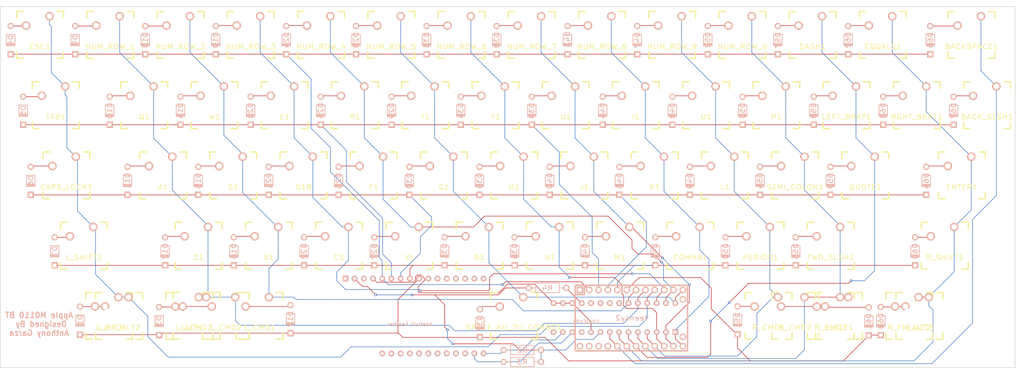
<source format=kicad_pcb>
(kicad_pcb (version 20171130) (host pcbnew "(5.1.12)-1")
  (layers (0 F.Cu signal) (31 B.Cu signal) (34 B.Paste user) (35 F.Paste user) (36 B.SilkS user) (37 F.SilkS user) (38 B.Mask user) (39 F.Mask user) (44 Edge.Cuts user))
  (net 0 "")
  (net 1 Col1)
  (net 2 "Net-(A1-Pad2)")
  (net 3 Col5)
  (net 4 "Net-(B1-Pad2)")
  (net 5 Col13)
  (net 6 "Net-(BACKSPACE1-Pad2)")
  (net 7 Col3)
  (net 8 "Net-(C1-Pad2)")
  (net 9 Col0)
  (net 10 "Net-(CAPS_LOCK1-Pad2)")
  (net 11 Col8)
  (net 12 "Net-(COMMA1-Pad2)")
  (net 13 "Net-(Controller1-Pad1)")
  (net 14 Row0)
  (net 15 Row1)
  (net 16 Row2)
  (net 17 Row3)
  (net 18 Row4)
  (net 19 Col2)
  (net 20 Col4)
  (net 21 "Net-(Controller1-Pad13)")
  (net 22 "Net-(Controller1-Pad17)")
  (net 23 Col6)
  (net 24 Col7)
  (net 25 Col9)
  (net 26 Col10)
  (net 27 Col11)
  (net 28 Col12)
  (net 29 "Net-(Controller1-Pad26)")
  (net 30 "Net-(Controller1-Pad27)")
  (net 31 "Net-(Controller1-Pad28)")
  (net 32 "Net-(Controller1-Pad29)")
  (net 33 "Net-(D1-Pad1)")
  (net 34 "Net-(D3-Pad1)")
  (net 35 "Net-(D4-Pad1)")
  (net 36 "Net-(D5-Pad1)")
  (net 37 "Net-(D7-Pad1)")
  (net 38 "Net-(D9-Pad1)")
  (net 39 "Net-(D10-Pad1)")
  (net 40 "Net-(D12-Pad1)")
  (net 41 "Net-(D13-Pad1)")
  (net 42 "Net-(D14-Pad1)")
  (net 43 "Net-(D15-Pad1)")
  (net 44 "Net-(D16-Pad1)")
  (net 45 "Net-(D17-Pad1)")
  (net 46 "Net-(D18-Pad2)")
  (net 47 "Net-(D19-Pad1)")
  (net 48 "Net-(D20-Pad1)")
  (net 49 "Net-(D24-Pad1)")
  (net 50 "Net-(D25-Pad1)")
  (net 51 "Net-(D26-Pad1)")
  (net 52 "Net-(D27-Pad1)")
  (net 53 "Net-(D28-Pad1)")
  (net 54 "Net-(D29-Pad1)")
  (net 55 "Net-(D30-Pad1)")
  (net 56 "Net-(D32-Pad1)")
  (net 57 "Net-(D33-Pad1)")
  (net 58 "Net-(D34-Pad1)")
  (net 59 "Net-(D35-Pad1)")
  (net 60 "Net-(D36-Pad1)")
  (net 61 "Net-(D38-Pad1)")
  (net 62 "Net-(D39-Pad1)")
  (net 63 "Net-(D40-Pad1)")
  (net 64 "Net-(D41-Pad1)")
  (net 65 "Net-(D43-Pad1)")
  (net 66 "Net-(D44-Pad1)")
  (net 67 "Net-(D45-Pad1)")
  (net 68 "Net-(D47-Pad1)")
  (net 69 "Net-(D48-Pad1)")
  (net 70 "Net-(D49-Pad1)")
  (net 71 "Net-(D50-Pad1)")
  (net 72 "Net-(D51-Pad1)")
  (net 73 "Net-(D52-Pad1)")
  (net 74 "Net-(D53-Pad1)")
  (net 75 "Net-(D54-Pad1)")
  (net 76 "Net-(D55-Pad1)")
  (net 77 "Net-(D57-Pad1)")
  (net 78 "Net-(D58-Pad1)")
  (net 79 "Net-(D59-Pad1)")
  (net 80 "Net-(D60-Pad1)")
  (net 81 "Net-(D61-Pad1)")
  (net 82 "Net-(D62-Pad1)")
  (net 83 "Net-(D63-Pad1)")
  (net 84 "Net-(D64-Pad1)")
  (net 85 "Net-(D68-Pad1)")
  (net 86 "Net-(BACK_SLSH1-Pad2)")
  (net 87 "Net-(C2-Pad28)")
  (net 88 "Net-(C2-Pad27)")
  (net 89 "Net-(C2-Pad26)")
  (net 90 "Net-(C2-Pad25)")
  (net 91 "Net-(C2-Pad24)")
  (net 92 "Net-(C2-Pad23)")
  (net 93 "Net-(C2-Pad22)")
  (net 94 "Net-(C2-Pad21)")
  (net 95 "Net-(C2-Pad20)")
  (net 96 "Net-(C2-Pad19)")
  (net 97 "Net-(C2-Pad18)")
  (net 98 "Net-(C2-Pad17)")
  (net 99 "Net-(C2-Pad16)")
  (net 100 "Net-(C2-Pad15)")
  (net 101 "Net-(C2-Pad14)")
  (net 102 "Net-(C2-Pad13)")
  (net 103 "Net-(C2-Pad12)")
  (net 104 "Net-(C2-Pad11)")
  (net 105 "Net-(C2-Pad10)")
  (net 106 "Net-(C2-Pad4)")
  (net 107 "Net-(C2-Pad3)")
  (net 108 "Net-(C2-Pad2)")
  (net 109 "Net-(C2-Pad1)")
  (net 110 "Net-(GPIOEXP1-Pad11)")
  (net 111 "Net-(GPIOEXP1-Pad14)")
  (net 112 "Net-(GPIOEXP1-Pad19)")
  (net 113 "Net-(GPIOEXP1-Pad20)")
  (net 114 "Net-(GPIOEXP1-Pad21)")
  (net 115 "Net-(GPIOEXP1-Pad22)")
  (net 116 "Net-(GPIOEXP1-Pad18)")
  (module keyboard_footprints:Teensy_2.0 (layer B.Cu) (at 160.375 76.8)
    (fp_text reference Controller1 hide)
    (fp_text value teensy2 (at 0 0) (layer B.SilkS) (effects (font (size 1.27 1.524) (thickness 0.2032)) (justify mirror)))
    (pad 1 thru_hole rect (at -13.97 -7.62) (size 1.7526 1.7526) (drill 1.0922) (layers *.Cu *.SilkS *.Mask) (net 13 "Net-(Controller1-Pad1)"))
    (pad 2 thru_hole circle (at -11.43 -7.62) (size 1.7526 1.7526) (drill 1.0922) (layers *.Cu *.SilkS *.Mask) (net 14 Row0))
    (pad 3 thru_hole circle (at -8.89 -7.62) (size 1.7526 1.7526) (drill 1.0922) (layers *.Cu *.SilkS *.Mask) (net 15 Row1))
    (pad 4 thru_hole circle (at -6.35 -7.62) (size 1.7526 1.7526) (drill 1.0922) (layers *.Cu *.SilkS *.Mask) (net 16 Row2))
    (pad 5 thru_hole circle (at -3.81 -7.62) (size 1.7526 1.7526) (drill 1.0922) (layers *.Cu *.SilkS *.Mask) (net 17 Row3))
    (pad 6 thru_hole circle (at -1.27 -7.62) (size 1.7526 1.7526) (drill 1.0922) (layers *.Cu *.SilkS *.Mask) (net 18 Row4))
    (pad 7 thru_hole circle (at 1.27 -7.62) (size 1.7526 1.7526) (drill 1.0922) (layers *.Cu *.SilkS *.Mask) (net 19 Col2))
    (pad 8 thru_hole circle (at 3.81 -7.62) (size 1.7526 1.7526) (drill 1.0922) (layers *.Cu *.SilkS *.Mask) (net 1 Col1))
    (pad 9 thru_hole circle (at 6.35 -7.62) (size 1.7526 1.7526) (drill 1.0922) (layers *.Cu *.SilkS *.Mask) (net 9 Col0))
    (pad 10 thru_hole circle (at 8.89 -7.62) (size 1.7526 1.7526) (drill 1.0922) (layers *.Cu *.SilkS *.Mask) (net 7 Col3))
    (pad 11 thru_hole circle (at 11.43 -7.62) (size 1.7526 1.7526) (drill 1.0922) (layers *.Cu *.SilkS *.Mask) (net 20 Col4))
    (pad 12 thru_hole circle (at 13.97 -7.62) (size 1.7526 1.7526) (drill 1.0922) (layers *.Cu *.SilkS *.Mask) (net 3 Col5))
    (pad 13 thru_hole circle (at 13.97 -5.08 90) (size 1.7526 1.7526) (drill 1.0922) (layers *.Cu *.SilkS *.Mask) (net 21 "Net-(Controller1-Pad13)"))
    (pad 17 thru_hole circle (at 13.97 5.08 90) (size 1.7526 1.7526) (drill 1.0922) (layers *.Cu *.SilkS *.Mask) (net 22 "Net-(Controller1-Pad17)"))
    (pad 18 thru_hole circle (at 13.97 7.62) (size 1.7526 1.7526) (drill 1.0922) (layers *.Cu *.SilkS *.Mask) (net 11 Col8))
    (pad 19 thru_hole circle (at 11.43 7.62) (size 1.7526 1.7526) (drill 1.0922) (layers *.Cu *.SilkS *.Mask) (net 24 Col7))
    (pad 20 thru_hole circle (at 8.89 7.62) (size 1.7526 1.7526) (drill 1.0922) (layers *.Cu *.SilkS *.Mask) (net 23 Col6))
    (pad 21 thru_hole circle (at 6.35 7.62) (size 1.7526 1.7526) (drill 1.0922) (layers *.Cu *.SilkS *.Mask) (net 25 Col9))
    (pad 22 thru_hole circle (at 3.81 7.62) (size 1.7526 1.7526) (drill 1.0922) (layers *.Cu *.SilkS *.Mask) (net 26 Col10))
    (pad 23 thru_hole circle (at 1.27 7.62) (size 1.7526 1.7526) (drill 1.0922) (layers *.Cu *.SilkS *.Mask) (net 27 Col11))
    (pad 24 thru_hole circle (at -1.27 7.62) (size 1.7526 1.7526) (drill 1.0922) (layers *.Cu *.SilkS *.Mask) (net 28 Col12))
    (pad 25 thru_hole circle (at -3.81 7.62) (size 1.7526 1.7526) (drill 1.0922) (layers *.Cu *.SilkS *.Mask) (net 5 Col13))
    (pad 26 thru_hole circle (at -6.35 7.62) (size 1.7526 1.7526) (drill 1.0922) (layers *.Cu *.SilkS *.Mask) (net 29 "Net-(Controller1-Pad26)"))
    (pad 27 thru_hole circle (at -8.89 7.62) (size 1.7526 1.7526) (drill 1.0922) (layers *.Cu *.SilkS *.Mask) (net 30 "Net-(Controller1-Pad27)"))
    (pad 28 thru_hole circle (at -11.43 7.62) (size 1.7526 1.7526) (drill 1.0922) (layers *.Cu *.SilkS *.Mask) (net 31 "Net-(Controller1-Pad28)"))
    (pad 29 thru_hole circle (at -13.97 7.62) (size 1.7526 1.7526) (drill 1.0922) (layers *.Cu *.SilkS *.Mask) (net 32 "Net-(Controller1-Pad29)"))
  )
  (module keyboard_footprints:MCP23017-E-SP-ND (layer B.Cu) (at 172.3 72.75 180)
    (fp_text reference GPIOEXP1 (at 24.275 -5.1 180) (layer B.SilkS) (effects (justify mirror)))
    (fp_text value MCP23017)
    (pad 1 thru_hole rect (at 0 -7.874 180) (size 1.524 1.524) (drill 0.762) (layers *.Cu *.Mask B.SilkS) (net 11 Col8))
    (pad 2 thru_hole circle (at 2.54 -7.874 180) (size 1.524 1.524) (drill 0.762) (layers *.Cu *.Mask B.SilkS) (net 24 Col7))
    (pad 3 thru_hole circle (at 5.08 -7.874 180) (size 1.524 1.524) (drill 0.762) (layers *.Cu *.Mask B.SilkS) (net 23 Col6))
    (pad 4 thru_hole circle (at 7.62 -7.874 180) (size 1.524 1.524) (drill 0.762) (layers *.Cu *.Mask B.SilkS) (net 25 Col9))
    (pad 5 thru_hole circle (at 10.16 -7.874 180) (size 1.524 1.524) (drill 0.762) (layers *.Cu *.Mask B.SilkS) (net 26 Col10))
    (pad 6 thru_hole circle (at 12.7 -7.874 180) (size 1.524 1.524) (drill 0.762) (layers *.Cu *.Mask B.SilkS) (net 27 Col11))
    (pad 7 thru_hole circle (at 15.24 -7.874 180) (size 1.524 1.524) (drill 0.762) (layers *.Cu *.Mask B.SilkS) (net 28 Col12))
    (pad 8 thru_hole circle (at 17.78 -7.874 180) (size 1.524 1.524) (drill 0.762) (layers *.Cu *.Mask B.SilkS) (net 5 Col13))
    (pad 9 thru_hole circle (at 20.32 -7.874 180) (size 1.524 1.524) (drill 0.762) (layers *.Cu *.Mask B.SilkS) (net 108 "Net-(C2-Pad2)"))
    (pad 10 thru_hole circle (at 22.86 -7.874 180) (size 1.524 1.524) (drill 0.762) (layers *.Cu *.Mask B.SilkS) (net 106 "Net-(C2-Pad4)"))
    (pad 11 thru_hole circle (at 25.4 -7.874 180) (size 1.524 1.524) (drill 0.762) (layers *.Cu *.Mask B.SilkS) (net 110 "Net-(GPIOEXP1-Pad11)"))
    (pad 12 thru_hole circle (at 27.94 -7.874 180) (size 1.524 1.524) (drill 0.762) (layers *.Cu *.Mask B.SilkS) (net 97 "Net-(C2-Pad18)"))
    (pad 13 thru_hole circle (at 30.48 -7.874 180) (size 1.524 1.524) (drill 0.762) (layers *.Cu *.Mask B.SilkS) (net 98 "Net-(C2-Pad17)"))
    (pad 14 thru_hole circle (at 33.02 -7.874 180) (size 1.524 1.524) (drill 0.762) (layers *.Cu *.Mask B.SilkS) (net 111 "Net-(GPIOEXP1-Pad14)"))
    (pad 15 thru_hole circle (at 33.02 0 180) (size 1.524 1.524) (drill 0.762) (layers *.Cu *.Mask B.SilkS) (net 106 "Net-(C2-Pad4)"))
    (pad 16 thru_hole circle (at 30.48 0 180) (size 1.524 1.524) (drill 0.762) (layers *.Cu *.Mask B.SilkS) (net 106 "Net-(C2-Pad4)"))
    (pad 17 thru_hole circle (at 27.94 0 180) (size 1.524 1.524) (drill 0.762) (layers *.Cu *.Mask B.SilkS) (net 106 "Net-(C2-Pad4)"))
    (pad 18 thru_hole circle (at 25.4 0 180) (size 1.524 1.524) (drill 0.762) (layers *.Cu *.Mask B.SilkS) (net 116 "Net-(GPIOEXP1-Pad18)"))
    (pad 19 thru_hole circle (at 22.86 0 180) (size 1.524 1.524) (drill 0.762) (layers *.Cu *.Mask B.SilkS) (net 112 "Net-(GPIOEXP1-Pad19)"))
    (pad 20 thru_hole circle (at 20.32 0 180) (size 1.524 1.524) (drill 0.762) (layers *.Cu *.Mask B.SilkS) (net 113 "Net-(GPIOEXP1-Pad20)"))
    (pad 21 thru_hole circle (at 17.78 0 180) (size 1.524 1.524) (drill 0.762) (layers *.Cu *.Mask B.SilkS) (net 114 "Net-(GPIOEXP1-Pad21)"))
    (pad 22 thru_hole circle (at 15.24 0 180) (size 1.524 1.524) (drill 0.762) (layers *.Cu *.Mask B.SilkS) (net 115 "Net-(GPIOEXP1-Pad22)"))
    (pad 23 thru_hole circle (at 12.7 0 180) (size 1.524 1.524) (drill 0.762) (layers *.Cu *.Mask B.SilkS) (net 19 Col2))
    (pad 24 thru_hole circle (at 10.16 0 180) (size 1.524 1.524) (drill 0.762) (layers *.Cu *.Mask B.SilkS) (net 1 Col1))
    (pad 25 thru_hole circle (at 7.62 0 180) (size 1.524 1.524) (drill 0.762) (layers *.Cu *.Mask B.SilkS) (net 9 Col0))
    (pad 26 thru_hole circle (at 5.08 0 180) (size 1.524 1.524) (drill 0.762) (layers *.Cu *.Mask B.SilkS) (net 7 Col3))
    (pad 27 thru_hole circle (at 2.54 0 180) (size 1.524 1.524) (drill 0.762) (layers *.Cu *.Mask B.SilkS) (net 20 Col4))
    (pad 28 thru_hole circle (at 0 0 180) (size 1.524 1.524) (drill 0.762) (layers *.Cu *.Mask B.SilkS) (net 3 Col5))
  )
  (module keyboard_footprints:MX_PCB_100H (layer F.Cu) (at 33.3375 38.1)
    (fp_text reference A1 (at 0 3.175) (layer F.SilkS) (effects (font (size 1.27 1.524) (thickness 0.2032))))
    (fp_text value SW_PUSH hide)
    (pad 1 thru_hole circle (at 2.54 -5.08) (size 2.286 2.286) (drill 1.4986) (layers *.Cu *.SilkS *.Mask) (net 1 Col1))
    (pad 2 thru_hole circle (at -3.81 -2.54) (size 2.286 2.286) (drill 1.4986) (layers *.Cu *.SilkS *.Mask) (net 2 "Net-(A1-Pad2)"))
    (pad HOLE np_thru_hole circle (at 0 0) (size 3.9878 3.9878) (drill 3.9878) (layers *.Cu))
    (pad HOLE np_thru_hole circle (at -5.08 0) (size 1.7018 1.7018) (drill 1.7018) (layers *.Cu))
    (pad HOLE np_thru_hole circle (at 5.08 0) (size 1.7018 1.7018) (drill 1.7018) (layers *.Cu))
  )
  (module keyboard_footprints:MX_PCB_100H (layer F.Cu) (at 119.2 57.175)
    (fp_text reference B1 (at 0 3.175) (layer F.SilkS) (effects (font (size 1.27 1.524) (thickness 0.2032))))
    (fp_text value SW_PUSH hide)
    (pad 1 thru_hole circle (at 2.54 -5.08) (size 2.286 2.286) (drill 1.4986) (layers *.Cu *.SilkS *.Mask) (net 3 Col5))
    (pad 2 thru_hole circle (at -3.81 -2.54) (size 2.286 2.286) (drill 1.4986) (layers *.Cu *.SilkS *.Mask) (net 4 "Net-(B1-Pad2)"))
    (pad HOLE np_thru_hole circle (at 0 0) (size 3.9878 3.9878) (drill 3.9878) (layers *.Cu))
    (pad HOLE np_thru_hole circle (at -5.08 0) (size 1.7018 1.7018) (drill 1.7018) (layers *.Cu))
    (pad HOLE np_thru_hole circle (at 5.08 0) (size 1.7018 1.7018) (drill 1.7018) (layers *.Cu))
  )
  (module keyboard_footprints:MX_PCB_150H (layer F.Cu) (at 252.65 0)
    (fp_text reference BACKSPACE1 (at 0 3.175) (layer F.SilkS) (effects (font (size 1.27 1.524) (thickness 0.2032))))
    (fp_text value SW_PUSH hide)
    (pad 1 thru_hole circle (at 2.54 -5.08) (size 2.286 2.286) (drill 1.4986) (layers *.Cu *.SilkS *.Mask) (net 5 Col13))
    (pad 2 thru_hole circle (at -3.81 -2.54) (size 2.286 2.286) (drill 1.4986) (layers *.Cu *.SilkS *.Mask) (net 6 "Net-(BACKSPACE1-Pad2)"))
    (pad HOLE np_thru_hole circle (at 0 0) (size 3.9878 3.9878) (drill 3.9878) (layers *.Cu))
    (pad HOLE np_thru_hole circle (at -5.08 0) (size 1.7018 1.7018) (drill 1.7018) (layers *.Cu))
    (pad HOLE np_thru_hole circle (at 5.08 0) (size 1.7018 1.7018) (drill 1.7018) (layers *.Cu))
  )
  (module keyboard_footprints:MX_PCB_100H (layer F.Cu) (at 81.1 57.175)
    (fp_text reference C1 (at 0 3.175) (layer F.SilkS) (effects (font (size 1.27 1.524) (thickness 0.2032))))
    (fp_text value SW_PUSH hide)
    (pad 1 thru_hole circle (at 2.54 -5.08) (size 2.286 2.286) (drill 1.4986) (layers *.Cu *.SilkS *.Mask) (net 7 Col3))
    (pad 2 thru_hole circle (at -3.81 -2.54) (size 2.286 2.286) (drill 1.4986) (layers *.Cu *.SilkS *.Mask) (net 8 "Net-(C1-Pad2)"))
    (pad HOLE np_thru_hole circle (at 0 0) (size 3.9878 3.9878) (drill 3.9878) (layers *.Cu))
    (pad HOLE np_thru_hole circle (at -5.08 0) (size 1.7018 1.7018) (drill 1.7018) (layers *.Cu))
    (pad HOLE np_thru_hole circle (at 5.08 0) (size 1.7018 1.7018) (drill 1.7018) (layers *.Cu))
  )
  (module keyboard_footprints:MX_PCB_175H (layer F.Cu) (at 7.14375 38.1)
    (fp_text reference CAPS_LOCK1 (at 0 3.175) (layer F.SilkS) (effects (font (size 1.27 1.524) (thickness 0.2032))))
    (fp_text value SW_PUSH hide)
    (pad 1 thru_hole circle (at 2.54 -5.08) (size 2.286 2.286) (drill 1.4986) (layers *.Cu *.SilkS *.Mask) (net 9 Col0))
    (pad 2 thru_hole circle (at -3.81 -2.54) (size 2.286 2.286) (drill 1.4986) (layers *.Cu *.SilkS *.Mask) (net 10 "Net-(CAPS_LOCK1-Pad2)"))
    (pad HOLE np_thru_hole circle (at 0 0) (size 3.9878 3.9878) (drill 3.9878) (layers *.Cu))
    (pad HOLE np_thru_hole circle (at -5.08 0) (size 1.7018 1.7018) (drill 1.7018) (layers *.Cu))
    (pad HOLE np_thru_hole circle (at 5.08 0) (size 1.7018 1.7018) (drill 1.7018) (layers *.Cu))
  )
  (module keyboard_footprints:MX_PCB_100H (layer F.Cu) (at 176.35 57.175)
    (fp_text reference COMMA1 (at 0 3.175) (layer F.SilkS) (effects (font (size 1.27 1.524) (thickness 0.2032))))
    (fp_text value SW_PUSH hide)
    (pad 1 thru_hole circle (at 2.54 -5.08) (size 2.286 2.286) (drill 1.4986) (layers *.Cu *.SilkS *.Mask) (net 11 Col8))
    (pad 2 thru_hole circle (at -3.81 -2.54) (size 2.286 2.286) (drill 1.4986) (layers *.Cu *.SilkS *.Mask) (net 12 "Net-(COMMA1-Pad2)"))
    (pad HOLE np_thru_hole circle (at 0 0) (size 3.9878 3.9878) (drill 3.9878) (layers *.Cu))
    (pad HOLE np_thru_hole circle (at -5.08 0) (size 1.7018 1.7018) (drill 1.7018) (layers *.Cu))
    (pad HOLE np_thru_hole circle (at 5.08 0) (size 1.7018 1.7018) (drill 1.7018) (layers *.Cu))
  )
  (module keyboard_footprints:Diode (layer B.Cu) (at 10.825 77.5 270)
    (fp_text reference D1 (at -0.125 -0.025 270) (layer B.SilkS) (effects (font (size 1.27 1.524) (thickness 0.2032)) (justify mirror)))
    (fp_text value DIODE hide)
    (pad 1 thru_hole circle (at -3.81 0 270) (size 1.651 1.651) (drill 0.9906) (layers *.Cu *.SilkS *.Mask) (net 33 "Net-(D1-Pad1)"))
    (pad 2 thru_hole rect (at 3.81 0 270) (size 1.651 1.651) (drill 0.9906) (layers *.Cu *.SilkS *.Mask) (net 18 Row4))
  )
  (module keyboard_footprints:Diode (layer B.Cu) (at 32.275 77.6 270)
    (fp_text reference D3 (at 0 0 270) (layer B.SilkS) (effects (font (size 1.27 1.524) (thickness 0.2032)) (justify mirror)))
    (fp_text value DIODE hide)
    (pad 1 thru_hole circle (at -3.81 0 270) (size 1.651 1.651) (drill 0.9906) (layers *.Cu *.SilkS *.Mask) (net 34 "Net-(D3-Pad1)"))
    (pad 2 thru_hole rect (at 3.81 0 270) (size 1.651 1.651) (drill 0.9906) (layers *.Cu *.SilkS *.Mask) (net 18 Row4))
  )
  (module keyboard_footprints:Diode (layer B.Cu) (at -7.975 1.4 270)
    (fp_text reference D4 (at 0 0 270) (layer B.SilkS) (effects (font (size 1.27 1.524) (thickness 0.2032)) (justify mirror)))
    (fp_text value DIODE hide)
    (pad 1 thru_hole circle (at -3.81 0 270) (size 1.651 1.651) (drill 0.9906) (layers *.Cu *.SilkS *.Mask) (net 35 "Net-(D4-Pad1)"))
    (pad 2 thru_hole rect (at 3.81 0 270) (size 1.651 1.651) (drill 0.9906) (layers *.Cu *.SilkS *.Mask) (net 14 Row0))
  )
  (module keyboard_footprints:Diode (layer B.Cu) (at -4.575 20.55 270)
    (fp_text reference D5 (at 0 0 270) (layer B.SilkS) (effects (font (size 1.27 1.524) (thickness 0.2032)) (justify mirror)))
    (fp_text value DIODE hide)
    (pad 1 thru_hole circle (at -3.81 0 270) (size 1.651 1.651) (drill 0.9906) (layers *.Cu *.SilkS *.Mask) (net 36 "Net-(D5-Pad1)"))
    (pad 2 thru_hole rect (at 3.81 0 270) (size 1.651 1.651) (drill 0.9906) (layers *.Cu *.SilkS *.Mask) (net 15 Row1))
  )
  (module keyboard_footprints:Diode (layer B.Cu) (at -2.525 39.575 270)
    (fp_text reference D6 (at 0 0 270) (layer B.SilkS) (effects (font (size 1.27 1.524) (thickness 0.2032)) (justify mirror)))
    (fp_text value DIODE hide)
    (pad 1 thru_hole circle (at -3.81 0 270) (size 1.651 1.651) (drill 0.9906) (layers *.Cu *.SilkS *.Mask) (net 10 "Net-(CAPS_LOCK1-Pad2)"))
    (pad 2 thru_hole rect (at 3.81 0 270) (size 1.651 1.651) (drill 0.9906) (layers *.Cu *.SilkS *.Mask) (net 16 Row2))
  )
  (module keyboard_footprints:Diode (layer B.Cu) (at 3.95 58.7 270)
    (fp_text reference D7 (at 0 0 270) (layer B.SilkS) (effects (font (size 1.27 1.524) (thickness 0.2032)) (justify mirror)))
    (fp_text value DIODE hide)
    (pad 1 thru_hole circle (at -3.81 0 270) (size 1.651 1.651) (drill 0.9906) (layers *.Cu *.SilkS *.Mask) (net 37 "Net-(D7-Pad1)"))
    (pad 2 thru_hole rect (at 3.81 0 270) (size 1.651 1.651) (drill 0.9906) (layers *.Cu *.SilkS *.Mask) (net 17 Row3))
  )
  (module keyboard_footprints:Diode (layer B.Cu) (at 9.5 1.4 270)
    (fp_text reference D9 (at 0 0 270) (layer B.SilkS) (effects (font (size 1.27 1.524) (thickness 0.2032)) (justify mirror)))
    (fp_text value DIODE hide)
    (pad 1 thru_hole circle (at -3.81 0 270) (size 1.651 1.651) (drill 0.9906) (layers *.Cu *.SilkS *.Mask) (net 38 "Net-(D9-Pad1)"))
    (pad 2 thru_hole rect (at 3.81 0 270) (size 1.651 1.651) (drill 0.9906) (layers *.Cu *.SilkS *.Mask) (net 14 Row0))
  )
  (module keyboard_footprints:Diode (layer B.Cu) (at 18.875 20.55 270)
    (fp_text reference D10 (at 0 0 270) (layer B.SilkS) (effects (font (size 1.27 1.524) (thickness 0.2032)) (justify mirror)))
    (fp_text value DIODE hide)
    (pad 1 thru_hole circle (at -3.81 0 270) (size 1.651 1.651) (drill 0.9906) (layers *.Cu *.SilkS *.Mask) (net 39 "Net-(D10-Pad1)"))
    (pad 2 thru_hole rect (at 3.81 0 270) (size 1.651 1.651) (drill 0.9906) (layers *.Cu *.SilkS *.Mask) (net 15 Row1))
  )
  (module keyboard_footprints:Diode (layer B.Cu) (at 23.7 39.575 270)
    (fp_text reference D11 (at 0 0 270) (layer B.SilkS) (effects (font (size 1.27 1.524) (thickness 0.2032)) (justify mirror)))
    (fp_text value DIODE hide)
    (pad 1 thru_hole circle (at -3.81 0 270) (size 1.651 1.651) (drill 0.9906) (layers *.Cu *.SilkS *.Mask) (net 2 "Net-(A1-Pad2)"))
    (pad 2 thru_hole rect (at 3.81 0 270) (size 1.651 1.651) (drill 0.9906) (layers *.Cu *.SilkS *.Mask) (net 16 Row2))
  )
  (module keyboard_footprints:Diode (layer B.Cu) (at 33.9 58.7 270)
    (fp_text reference D12 (at 0 0 270) (layer B.SilkS) (effects (font (size 1.27 1.524) (thickness 0.2032)) (justify mirror)))
    (fp_text value DIODE hide)
    (pad 1 thru_hole circle (at -3.81 0 270) (size 1.651 1.651) (drill 0.9906) (layers *.Cu *.SilkS *.Mask) (net 40 "Net-(D12-Pad1)"))
    (pad 2 thru_hole rect (at 3.81 0 270) (size 1.651 1.651) (drill 0.9906) (layers *.Cu *.SilkS *.Mask) (net 17 Row3))
  )
  (module keyboard_footprints:Diode (layer B.Cu) (at 28.525 1.4 270)
    (fp_text reference D13 (at 0 0 270) (layer B.SilkS) (effects (font (size 1.27 1.524) (thickness 0.2032)) (justify mirror)))
    (fp_text value DIODE hide)
    (pad 1 thru_hole circle (at -3.81 0 270) (size 1.651 1.651) (drill 0.9906) (layers *.Cu *.SilkS *.Mask) (net 41 "Net-(D13-Pad1)"))
    (pad 2 thru_hole rect (at 3.81 0 270) (size 1.651 1.651) (drill 0.9906) (layers *.Cu *.SilkS *.Mask) (net 14 Row0))
  )
  (module keyboard_footprints:Diode (layer B.Cu) (at 38.075 20.55 270)
    (fp_text reference D14 (at 0 0 270) (layer B.SilkS) (effects (font (size 1.27 1.524) (thickness 0.2032)) (justify mirror)))
    (fp_text value DIODE hide)
    (pad 1 thru_hole circle (at -3.81 0 270) (size 1.651 1.651) (drill 0.9906) (layers *.Cu *.SilkS *.Mask) (net 42 "Net-(D14-Pad1)"))
    (pad 2 thru_hole rect (at 3.81 0 270) (size 1.651 1.651) (drill 0.9906) (layers *.Cu *.SilkS *.Mask) (net 15 Row1))
  )
  (module keyboard_footprints:Diode (layer B.Cu) (at 42.9 39.575 270)
    (fp_text reference D15 (at 0 0 270) (layer B.SilkS) (effects (font (size 1.27 1.524) (thickness 0.2032)) (justify mirror)))
    (fp_text value DIODE hide)
    (pad 1 thru_hole circle (at -3.81 0 270) (size 1.651 1.651) (drill 0.9906) (layers *.Cu *.SilkS *.Mask) (net 43 "Net-(D15-Pad1)"))
    (pad 2 thru_hole rect (at 3.81 0 270) (size 1.651 1.651) (drill 0.9906) (layers *.Cu *.SilkS *.Mask) (net 16 Row2))
  )
  (module keyboard_footprints:Diode (layer B.Cu) (at 52.55 58.7 270)
    (fp_text reference D16 (at 0 0 270) (layer B.SilkS) (effects (font (size 1.27 1.524) (thickness 0.2032)) (justify mirror)))
    (fp_text value DIODE hide)
    (pad 1 thru_hole circle (at -3.81 0 270) (size 1.651 1.651) (drill 0.9906) (layers *.Cu *.SilkS *.Mask) (net 44 "Net-(D16-Pad1)"))
    (pad 2 thru_hole rect (at 3.81 0 270) (size 1.651 1.651) (drill 0.9906) (layers *.Cu *.SilkS *.Mask) (net 17 Row3))
  )
  (module keyboard_footprints:Diode (layer B.Cu) (at 67.925 77.075 270)
    (fp_text reference D17 (at 0 0 270) (layer B.SilkS) (effects (font (size 1.27 1.524) (thickness 0.2032)) (justify mirror)))
    (fp_text value DIODE hide)
    (pad 1 thru_hole circle (at -3.81 0 270) (size 1.651 1.651) (drill 0.9906) (layers *.Cu *.SilkS *.Mask) (net 45 "Net-(D17-Pad1)"))
    (pad 2 thru_hole rect (at 3.81 0 270) (size 1.651 1.651) (drill 0.9906) (layers *.Cu *.SilkS *.Mask) (net 18 Row4))
  )
  (module keyboard_footprints:MX_PCB_100H (layer F.Cu) (at 71.4375 38.1)
    (fp_text reference D18 (at 0 3.175) (layer F.SilkS) (effects (font (size 1.27 1.524) (thickness 0.2032))))
    (fp_text value SW_PUSH hide)
    (pad 1 thru_hole circle (at 2.54 -5.08) (size 2.286 2.286) (drill 1.4986) (layers *.Cu *.SilkS *.Mask) (net 7 Col3))
    (pad 2 thru_hole circle (at -3.81 -2.54) (size 2.286 2.286) (drill 1.4986) (layers *.Cu *.SilkS *.Mask) (net 46 "Net-(D18-Pad2)"))
    (pad HOLE np_thru_hole circle (at 0 0) (size 3.9878 3.9878) (drill 3.9878) (layers *.Cu))
    (pad HOLE np_thru_hole circle (at -5.08 0) (size 1.7018 1.7018) (drill 1.7018) (layers *.Cu))
    (pad HOLE np_thru_hole circle (at 5.08 0) (size 1.7018 1.7018) (drill 1.7018) (layers *.Cu))
  )
  (module keyboard_footprints:Diode (layer B.Cu) (at 47.65 1.4 270)
    (fp_text reference D19 (at 0 0 270) (layer B.SilkS) (effects (font (size 1.27 1.524) (thickness 0.2032)) (justify mirror)))
    (fp_text value DIODE hide)
    (pad 1 thru_hole circle (at -3.81 0 270) (size 1.651 1.651) (drill 0.9906) (layers *.Cu *.SilkS *.Mask) (net 47 "Net-(D19-Pad1)"))
    (pad 2 thru_hole rect (at 3.81 0 270) (size 1.651 1.651) (drill 0.9906) (layers *.Cu *.SilkS *.Mask) (net 14 Row0))
  )
  (module keyboard_footprints:Diode (layer B.Cu) (at 57.1 20.55 270)
    (fp_text reference D20 (at 0 0 270) (layer B.SilkS) (effects (font (size 1.27 1.524) (thickness 0.2032)) (justify mirror)))
    (fp_text value DIODE hide)
    (pad 1 thru_hole circle (at -3.81 0 270) (size 1.651 1.651) (drill 0.9906) (layers *.Cu *.SilkS *.Mask) (net 48 "Net-(D20-Pad1)"))
    (pad 2 thru_hole rect (at 3.81 0 270) (size 1.651 1.651) (drill 0.9906) (layers *.Cu *.SilkS *.Mask) (net 15 Row1))
  )
  (module keyboard_footprints:Diode (layer B.Cu) (at 62 39.575 270)
    (fp_text reference D21 (at 0 0 270) (layer B.SilkS) (effects (font (size 1.27 1.524) (thickness 0.2032)) (justify mirror)))
    (fp_text value DIODE hide)
    (pad 1 thru_hole circle (at -3.81 0 270) (size 1.651 1.651) (drill 0.9906) (layers *.Cu *.SilkS *.Mask) (net 46 "Net-(D18-Pad2)"))
    (pad 2 thru_hole rect (at 3.81 0 270) (size 1.651 1.651) (drill 0.9906) (layers *.Cu *.SilkS *.Mask) (net 16 Row2))
  )
  (module keyboard_footprints:Diode (layer B.Cu) (at 71.6 58.7 270)
    (fp_text reference D22 (at 0 0 270) (layer B.SilkS) (effects (font (size 1.27 1.524) (thickness 0.2032)) (justify mirror)))
    (fp_text value DIODE hide)
    (pad 1 thru_hole circle (at -3.81 0 270) (size 1.651 1.651) (drill 0.9906) (layers *.Cu *.SilkS *.Mask) (net 8 "Net-(C1-Pad2)"))
    (pad 2 thru_hole rect (at 3.81 0 270) (size 1.651 1.651) (drill 0.9906) (layers *.Cu *.SilkS *.Mask) (net 17 Row3))
  )
  (module keyboard_footprints:Diode (layer B.Cu) (at 66.775 1.4 270)
    (fp_text reference D24 (at 0 0 270) (layer B.SilkS) (effects (font (size 1.27 1.524) (thickness 0.2032)) (justify mirror)))
    (fp_text value DIODE hide)
    (pad 1 thru_hole circle (at -3.81 0 270) (size 1.651 1.651) (drill 0.9906) (layers *.Cu *.SilkS *.Mask) (net 49 "Net-(D24-Pad1)"))
    (pad 2 thru_hole rect (at 3.81 0 270) (size 1.651 1.651) (drill 0.9906) (layers *.Cu *.SilkS *.Mask) (net 14 Row0))
  )
  (module keyboard_footprints:Diode (layer B.Cu) (at 76.125 20.55 270)
    (fp_text reference D25 (at 0 0 270) (layer B.SilkS) (effects (font (size 1.27 1.524) (thickness 0.2032)) (justify mirror)))
    (fp_text value DIODE hide)
    (pad 1 thru_hole circle (at -3.81 0 270) (size 1.651 1.651) (drill 0.9906) (layers *.Cu *.SilkS *.Mask) (net 50 "Net-(D25-Pad1)"))
    (pad 2 thru_hole rect (at 3.81 0 270) (size 1.651 1.651) (drill 0.9906) (layers *.Cu *.SilkS *.Mask) (net 15 Row1))
  )
  (module keyboard_footprints:Diode (layer B.Cu) (at 80.95 39.575 270)
    (fp_text reference D26 (at 0 0 270) (layer B.SilkS) (effects (font (size 1.27 1.524) (thickness 0.2032)) (justify mirror)))
    (fp_text value DIODE hide)
    (pad 1 thru_hole circle (at -3.81 0 270) (size 1.651 1.651) (drill 0.9906) (layers *.Cu *.SilkS *.Mask) (net 51 "Net-(D26-Pad1)"))
    (pad 2 thru_hole rect (at 3.81 0 270) (size 1.651 1.651) (drill 0.9906) (layers *.Cu *.SilkS *.Mask) (net 16 Row2))
  )
  (module keyboard_footprints:Diode (layer B.Cu) (at 90.65 58.7 270)
    (fp_text reference D27 (at 0 0 270) (layer B.SilkS) (effects (font (size 1.27 1.524) (thickness 0.2032)) (justify mirror)))
    (fp_text value DIODE hide)
    (pad 1 thru_hole circle (at -3.81 0 270) (size 1.651 1.651) (drill 0.9906) (layers *.Cu *.SilkS *.Mask) (net 52 "Net-(D27-Pad1)"))
    (pad 2 thru_hole rect (at 3.81 0 270) (size 1.651 1.651) (drill 0.9906) (layers *.Cu *.SilkS *.Mask) (net 17 Row3))
  )
  (module keyboard_footprints:Diode (layer B.Cu) (at 85.7 1.4 270)
    (fp_text reference D28 (at 0 0 270) (layer B.SilkS) (effects (font (size 1.27 1.524) (thickness 0.2032)) (justify mirror)))
    (fp_text value DIODE hide)
    (pad 1 thru_hole circle (at -3.81 0 270) (size 1.651 1.651) (drill 0.9906) (layers *.Cu *.SilkS *.Mask) (net 53 "Net-(D28-Pad1)"))
    (pad 2 thru_hole rect (at 3.81 0 270) (size 1.651 1.651) (drill 0.9906) (layers *.Cu *.SilkS *.Mask) (net 14 Row0))
  )
  (module keyboard_footprints:Diode (layer B.Cu) (at 95.325 20.55 270)
    (fp_text reference D29 (at 0 0 270) (layer B.SilkS) (effects (font (size 1.27 1.524) (thickness 0.2032)) (justify mirror)))
    (fp_text value DIODE hide)
    (pad 1 thru_hole circle (at -3.81 0 270) (size 1.651 1.651) (drill 0.9906) (layers *.Cu *.SilkS *.Mask) (net 54 "Net-(D29-Pad1)"))
    (pad 2 thru_hole rect (at 3.81 0 270) (size 1.651 1.651) (drill 0.9906) (layers *.Cu *.SilkS *.Mask) (net 15 Row1))
  )
  (module keyboard_footprints:Diode (layer B.Cu) (at 100.15 39.575 270)
    (fp_text reference D30 (at 0 0 270) (layer B.SilkS) (effects (font (size 1.27 1.524) (thickness 0.2032)) (justify mirror)))
    (fp_text value DIODE hide)
    (pad 1 thru_hole circle (at -3.81 0 270) (size 1.651 1.651) (drill 0.9906) (layers *.Cu *.SilkS *.Mask) (net 55 "Net-(D30-Pad1)"))
    (pad 2 thru_hole rect (at 3.81 0 270) (size 1.651 1.651) (drill 0.9906) (layers *.Cu *.SilkS *.Mask) (net 16 Row2))
  )
  (module keyboard_footprints:Diode (layer B.Cu) (at 109.7 58.7 270)
    (fp_text reference D31 (at 0 0 270) (layer B.SilkS) (effects (font (size 1.27 1.524) (thickness 0.2032)) (justify mirror)))
    (fp_text value DIODE hide)
    (pad 1 thru_hole circle (at -3.81 0 270) (size 1.651 1.651) (drill 0.9906) (layers *.Cu *.SilkS *.Mask) (net 4 "Net-(B1-Pad2)"))
    (pad 2 thru_hole rect (at 3.81 0 270) (size 1.651 1.651) (drill 0.9906) (layers *.Cu *.SilkS *.Mask) (net 17 Row3))
  )
  (module keyboard_footprints:Diode (layer B.Cu) (at 119.3 78.225 270)
    (fp_text reference D32 (at 0 0 270) (layer B.SilkS) (effects (font (size 1.27 1.524) (thickness 0.2032)) (justify mirror)))
    (fp_text value DIODE hide)
    (pad 1 thru_hole circle (at -3.81 0 270) (size 1.651 1.651) (drill 0.9906) (layers *.Cu *.SilkS *.Mask) (net 56 "Net-(D32-Pad1)"))
    (pad 2 thru_hole rect (at 3.81 0 270) (size 1.651 1.651) (drill 0.9906) (layers *.Cu *.SilkS *.Mask) (net 18 Row4))
  )
  (module keyboard_footprints:Diode (layer B.Cu) (at 104.825 1.4 270)
    (fp_text reference D33 (at 0 0 270) (layer B.SilkS) (effects (font (size 1.27 1.524) (thickness 0.2032)) (justify mirror)))
    (fp_text value DIODE hide)
    (pad 1 thru_hole circle (at -3.81 0 270) (size 1.651 1.651) (drill 0.9906) (layers *.Cu *.SilkS *.Mask) (net 57 "Net-(D33-Pad1)"))
    (pad 2 thru_hole rect (at 3.81 0 270) (size 1.651 1.651) (drill 0.9906) (layers *.Cu *.SilkS *.Mask) (net 14 Row0))
  )
  (module keyboard_footprints:Diode (layer B.Cu) (at 114.1 20.55 270)
    (fp_text reference D34 (at 0 0 270) (layer B.SilkS) (effects (font (size 1.27 1.524) (thickness 0.2032)) (justify mirror)))
    (fp_text value DIODE hide)
    (pad 1 thru_hole circle (at -3.81 0 270) (size 1.651 1.651) (drill 0.9906) (layers *.Cu *.SilkS *.Mask) (net 58 "Net-(D34-Pad1)"))
    (pad 2 thru_hole rect (at 3.81 0 270) (size 1.651 1.651) (drill 0.9906) (layers *.Cu *.SilkS *.Mask) (net 15 Row1))
  )
  (module keyboard_footprints:Diode (layer B.Cu) (at 119.175 39.575 270)
    (fp_text reference D35 (at 0 0 270) (layer B.SilkS) (effects (font (size 1.27 1.524) (thickness 0.2032)) (justify mirror)))
    (fp_text value DIODE hide)
    (pad 1 thru_hole circle (at -3.81 0 270) (size 1.651 1.651) (drill 0.9906) (layers *.Cu *.SilkS *.Mask) (net 59 "Net-(D35-Pad1)"))
    (pad 2 thru_hole rect (at 3.81 0 270) (size 1.651 1.651) (drill 0.9906) (layers *.Cu *.SilkS *.Mask) (net 16 Row2))
  )
  (module keyboard_footprints:Diode (layer B.Cu) (at 128.7 58.7 270)
    (fp_text reference D36 (at 0 0 270) (layer B.SilkS) (effects (font (size 1.27 1.524) (thickness 0.2032)) (justify mirror)))
    (fp_text value DIODE hide)
    (pad 1 thru_hole circle (at -3.81 0 270) (size 1.651 1.651) (drill 0.9906) (layers *.Cu *.SilkS *.Mask) (net 60 "Net-(D36-Pad1)"))
    (pad 2 thru_hole rect (at 3.81 0 270) (size 1.651 1.651) (drill 0.9906) (layers *.Cu *.SilkS *.Mask) (net 17 Row3))
  )
  (module keyboard_footprints:Diode (layer B.Cu) (at 123.85 1.4 270)
    (fp_text reference D38 (at 0 0 270) (layer B.SilkS) (effects (font (size 1.27 1.524) (thickness 0.2032)) (justify mirror)))
    (fp_text value DIODE hide)
    (pad 1 thru_hole circle (at -3.81 0 270) (size 1.651 1.651) (drill 0.9906) (layers *.Cu *.SilkS *.Mask) (net 61 "Net-(D38-Pad1)"))
    (pad 2 thru_hole rect (at 3.81 0 270) (size 1.651 1.651) (drill 0.9906) (layers *.Cu *.SilkS *.Mask) (net 14 Row0))
  )
  (module keyboard_footprints:Diode (layer B.Cu) (at 133.375 20.55 270)
    (fp_text reference D39 (at 0 0 270) (layer B.SilkS) (effects (font (size 1.27 1.524) (thickness 0.2032)) (justify mirror)))
    (fp_text value DIODE hide)
    (pad 1 thru_hole circle (at -3.81 0 270) (size 1.651 1.651) (drill 0.9906) (layers *.Cu *.SilkS *.Mask) (net 62 "Net-(D39-Pad1)"))
    (pad 2 thru_hole rect (at 3.81 0 270) (size 1.651 1.651) (drill 0.9906) (layers *.Cu *.SilkS *.Mask) (net 15 Row1))
  )
  (module keyboard_footprints:Diode (layer B.Cu) (at 138.2 39.575 270)
    (fp_text reference D40 (at 0 0 270) (layer B.SilkS) (effects (font (size 1.27 1.524) (thickness 0.2032)) (justify mirror)))
    (fp_text value DIODE hide)
    (pad 1 thru_hole circle (at -3.81 0 270) (size 1.651 1.651) (drill 0.9906) (layers *.Cu *.SilkS *.Mask) (net 63 "Net-(D40-Pad1)"))
    (pad 2 thru_hole rect (at 3.81 0 270) (size 1.651 1.651) (drill 0.9906) (layers *.Cu *.SilkS *.Mask) (net 16 Row2))
  )
  (module keyboard_footprints:Diode (layer B.Cu) (at 147.8 58.7 270)
    (fp_text reference D41 (at 0 0 270) (layer B.SilkS) (effects (font (size 1.27 1.524) (thickness 0.2032)) (justify mirror)))
    (fp_text value DIODE hide)
    (pad 1 thru_hole circle (at -3.81 0 270) (size 1.651 1.651) (drill 0.9906) (layers *.Cu *.SilkS *.Mask) (net 64 "Net-(D41-Pad1)"))
    (pad 2 thru_hole rect (at 3.81 0 270) (size 1.651 1.651) (drill 0.9906) (layers *.Cu *.SilkS *.Mask) (net 17 Row3))
  )
  (module keyboard_footprints:Diode (layer B.Cu) (at 143.05 1.4 270)
    (fp_text reference D43 (at -0.225 0 270) (layer B.SilkS) (effects (font (size 1.27 1.524) (thickness 0.2032)) (justify mirror)))
    (fp_text value DIODE hide)
    (pad 1 thru_hole circle (at -3.81 0 270) (size 1.651 1.651) (drill 0.9906) (layers *.Cu *.SilkS *.Mask) (net 65 "Net-(D43-Pad1)"))
    (pad 2 thru_hole rect (at 3.81 0 270) (size 1.651 1.651) (drill 0.9906) (layers *.Cu *.SilkS *.Mask) (net 14 Row0))
  )
  (module keyboard_footprints:Diode (layer B.Cu) (at 152.6 20.55 270)
    (fp_text reference D44 (at 0 0 270) (layer B.SilkS) (effects (font (size 1.27 1.524) (thickness 0.2032)) (justify mirror)))
    (fp_text value DIODE hide)
    (pad 1 thru_hole circle (at -3.81 0 270) (size 1.651 1.651) (drill 0.9906) (layers *.Cu *.SilkS *.Mask) (net 66 "Net-(D44-Pad1)"))
    (pad 2 thru_hole rect (at 3.81 0 270) (size 1.651 1.651) (drill 0.9906) (layers *.Cu *.SilkS *.Mask) (net 15 Row1))
  )
  (module keyboard_footprints:Diode (layer B.Cu) (at 157.125 39.575 270)
    (fp_text reference D45 (at 0 0 270) (layer B.SilkS) (effects (font (size 1.27 1.524) (thickness 0.2032)) (justify mirror)))
    (fp_text value DIODE hide)
    (pad 1 thru_hole circle (at -3.81 0 270) (size 1.651 1.651) (drill 0.9906) (layers *.Cu *.SilkS *.Mask) (net 67 "Net-(D45-Pad1)"))
    (pad 2 thru_hole rect (at 3.81 0 270) (size 1.651 1.651) (drill 0.9906) (layers *.Cu *.SilkS *.Mask) (net 16 Row2))
  )
  (module keyboard_footprints:Diode (layer B.Cu) (at 166.875 58.7 270)
    (fp_text reference D46 (at 0 0 270) (layer B.SilkS) (effects (font (size 1.27 1.524) (thickness 0.2032)) (justify mirror)))
    (fp_text value DIODE hide)
    (pad 1 thru_hole circle (at -3.81 0 270) (size 1.651 1.651) (drill 0.9906) (layers *.Cu *.SilkS *.Mask) (net 12 "Net-(COMMA1-Pad2)"))
    (pad 2 thru_hole rect (at 3.81 0 270) (size 1.651 1.651) (drill 0.9906) (layers *.Cu *.SilkS *.Mask) (net 17 Row3))
  )
  (module keyboard_footprints:Diode (layer B.Cu) (at 161.975 1.4 270)
    (fp_text reference D47 (at 0 0 270) (layer B.SilkS) (effects (font (size 1.27 1.524) (thickness 0.2032)) (justify mirror)))
    (fp_text value DIODE hide)
    (pad 1 thru_hole circle (at -3.81 0 270) (size 1.651 1.651) (drill 0.9906) (layers *.Cu *.SilkS *.Mask) (net 68 "Net-(D47-Pad1)"))
    (pad 2 thru_hole rect (at 3.81 0 270) (size 1.651 1.651) (drill 0.9906) (layers *.Cu *.SilkS *.Mask) (net 14 Row0))
  )
  (module keyboard_footprints:Diode (layer B.Cu) (at 171.525 20.55 270)
    (fp_text reference D48 (at 0 0 270) (layer B.SilkS) (effects (font (size 1.27 1.524) (thickness 0.2032)) (justify mirror)))
    (fp_text value DIODE hide)
    (pad 1 thru_hole circle (at -3.81 0 270) (size 1.651 1.651) (drill 0.9906) (layers *.Cu *.SilkS *.Mask) (net 69 "Net-(D48-Pad1)"))
    (pad 2 thru_hole rect (at 3.81 0 270) (size 1.651 1.651) (drill 0.9906) (layers *.Cu *.SilkS *.Mask) (net 15 Row1))
  )
  (module keyboard_footprints:Diode (layer B.Cu) (at 176.25 39.575 270)
    (fp_text reference D49 (at 0 0 270) (layer B.SilkS) (effects (font (size 1.27 1.524) (thickness 0.2032)) (justify mirror)))
    (fp_text value DIODE hide)
    (pad 1 thru_hole circle (at -3.81 0 270) (size 1.651 1.651) (drill 0.9906) (layers *.Cu *.SilkS *.Mask) (net 70 "Net-(D49-Pad1)"))
    (pad 2 thru_hole rect (at 3.81 0 270) (size 1.651 1.651) (drill 0.9906) (layers *.Cu *.SilkS *.Mask) (net 16 Row2))
  )
  (module keyboard_footprints:Diode (layer B.Cu) (at 185.9 58.7 270)
    (fp_text reference D50 (at 0 0 270) (layer B.SilkS) (effects (font (size 1.27 1.524) (thickness 0.2032)) (justify mirror)))
    (fp_text value DIODE hide)
    (pad 1 thru_hole circle (at -3.81 0 270) (size 1.651 1.651) (drill 0.9906) (layers *.Cu *.SilkS *.Mask) (net 71 "Net-(D50-Pad1)"))
    (pad 2 thru_hole rect (at 3.81 0 270) (size 1.651 1.651) (drill 0.9906) (layers *.Cu *.SilkS *.Mask) (net 17 Row3))
  )
  (module keyboard_footprints:Diode (layer B.Cu) (at 189.175 77.425 270)
    (fp_text reference D51 (at 0 0 270) (layer B.SilkS) (effects (font (size 1.27 1.524) (thickness 0.2032)) (justify mirror)))
    (fp_text value DIODE hide)
    (pad 1 thru_hole circle (at -3.81 0 270) (size 1.651 1.651) (drill 0.9906) (layers *.Cu *.SilkS *.Mask) (net 72 "Net-(D51-Pad1)"))
    (pad 2 thru_hole rect (at 3.81 0 270) (size 1.651 1.651) (drill 0.9906) (layers *.Cu *.SilkS *.Mask) (net 18 Row4))
  )
  (module keyboard_footprints:Diode (layer B.Cu) (at 181.1 1.4 270)
    (fp_text reference D52 (at 0 0 270) (layer B.SilkS) (effects (font (size 1.27 1.524) (thickness 0.2032)) (justify mirror)))
    (fp_text value DIODE hide)
    (pad 1 thru_hole circle (at -3.81 0 270) (size 1.651 1.651) (drill 0.9906) (layers *.Cu *.SilkS *.Mask) (net 73 "Net-(D52-Pad1)"))
    (pad 2 thru_hole rect (at 3.81 0 270) (size 1.651 1.651) (drill 0.9906) (layers *.Cu *.SilkS *.Mask) (net 14 Row0))
  )
  (module keyboard_footprints:Diode (layer B.Cu) (at 190.55 20.55 270)
    (fp_text reference D53 (at 0 0 270) (layer B.SilkS) (effects (font (size 1.27 1.524) (thickness 0.2032)) (justify mirror)))
    (fp_text value DIODE hide)
    (pad 1 thru_hole circle (at -3.81 0 270) (size 1.651 1.651) (drill 0.9906) (layers *.Cu *.SilkS *.Mask) (net 74 "Net-(D53-Pad1)"))
    (pad 2 thru_hole rect (at 3.81 0 270) (size 1.651 1.651) (drill 0.9906) (layers *.Cu *.SilkS *.Mask) (net 15 Row1))
  )
  (module keyboard_footprints:Diode (layer B.Cu) (at 195.275 39.575 270)
    (fp_text reference D54 (at 0 0 270) (layer B.SilkS) (effects (font (size 1.27 1.524) (thickness 0.2032)) (justify mirror)))
    (fp_text value DIODE hide)
    (pad 1 thru_hole circle (at -3.81 0 270) (size 1.651 1.651) (drill 0.9906) (layers *.Cu *.SilkS *.Mask) (net 75 "Net-(D54-Pad1)"))
    (pad 2 thru_hole rect (at 3.81 0 270) (size 1.651 1.651) (drill 0.9906) (layers *.Cu *.SilkS *.Mask) (net 16 Row2))
  )
  (module keyboard_footprints:Diode (layer B.Cu) (at 204.95 58.7 270)
    (fp_text reference D55 (at 0 0 270) (layer B.SilkS) (effects (font (size 1.27 1.524) (thickness 0.2032)) (justify mirror)))
    (fp_text value DIODE hide)
    (pad 1 thru_hole circle (at -3.81 0 270) (size 1.651 1.651) (drill 0.9906) (layers *.Cu *.SilkS *.Mask) (net 76 "Net-(D55-Pad1)"))
    (pad 2 thru_hole rect (at 3.81 0 270) (size 1.651 1.651) (drill 0.9906) (layers *.Cu *.SilkS *.Mask) (net 17 Row3))
  )
  (module keyboard_footprints:Diode (layer B.Cu) (at 200.125 1.4 270)
    (fp_text reference D57 (at 0 0 270) (layer B.SilkS) (effects (font (size 1.27 1.524) (thickness 0.2032)) (justify mirror)))
    (fp_text value DIODE hide)
    (pad 1 thru_hole circle (at -3.81 0 270) (size 1.651 1.651) (drill 0.9906) (layers *.Cu *.SilkS *.Mask) (net 77 "Net-(D57-Pad1)"))
    (pad 2 thru_hole rect (at 3.81 0 270) (size 1.651 1.651) (drill 0.9906) (layers *.Cu *.SilkS *.Mask) (net 14 Row0))
  )
  (module keyboard_footprints:Diode (layer B.Cu) (at 209.85 20.55 270)
    (fp_text reference D58 (at 0 0 270) (layer B.SilkS) (effects (font (size 1.27 1.524) (thickness 0.2032)) (justify mirror)))
    (fp_text value DIODE hide)
    (pad 1 thru_hole circle (at -3.81 0 270) (size 1.651 1.651) (drill 0.9906) (layers *.Cu *.SilkS *.Mask) (net 78 "Net-(D58-Pad1)"))
    (pad 2 thru_hole rect (at 3.81 0 270) (size 1.651 1.651) (drill 0.9906) (layers *.Cu *.SilkS *.Mask) (net 15 Row1))
  )
  (module keyboard_footprints:Diode (layer B.Cu) (at 214.375 39.575 270)
    (fp_text reference D59 (at 0 0 270) (layer B.SilkS) (effects (font (size 1.27 1.524) (thickness 0.2032)) (justify mirror)))
    (fp_text value DIODE hide)
    (pad 1 thru_hole circle (at -3.81 0 270) (size 1.651 1.651) (drill 0.9906) (layers *.Cu *.SilkS *.Mask) (net 79 "Net-(D59-Pad1)"))
    (pad 2 thru_hole rect (at 3.81 0 270) (size 1.651 1.651) (drill 0.9906) (layers *.Cu *.SilkS *.Mask) (net 16 Row2))
  )
  (module keyboard_footprints:Diode (layer B.Cu) (at 237.325 58.7 270)
    (fp_text reference D60 (at 0 0 270) (layer B.SilkS) (effects (font (size 1.27 1.524) (thickness 0.2032)) (justify mirror)))
    (fp_text value DIODE hide)
    (pad 1 thru_hole circle (at -3.81 0 270) (size 1.651 1.651) (drill 0.9906) (layers *.Cu *.SilkS *.Mask) (net 80 "Net-(D60-Pad1)"))
    (pad 2 thru_hole rect (at 3.81 0 270) (size 1.651 1.651) (drill 0.9906) (layers *.Cu *.SilkS *.Mask) (net 17 Row3))
  )
  (module keyboard_footprints:Diode (layer B.Cu) (at 224.75 77.7 270)
    (fp_text reference D61 (at 0 0 270) (layer B.SilkS) (effects (font (size 1.27 1.524) (thickness 0.2032)) (justify mirror)))
    (fp_text value DIODE hide)
    (pad 1 thru_hole circle (at -3.81 0 270) (size 1.651 1.651) (drill 0.9906) (layers *.Cu *.SilkS *.Mask) (net 81 "Net-(D61-Pad1)"))
    (pad 2 thru_hole rect (at 3.81 0 270) (size 1.651 1.651) (drill 0.9906) (layers *.Cu *.SilkS *.Mask) (net 18 Row4))
  )
  (module keyboard_footprints:Diode (layer B.Cu) (at 219.175 1.4 270)
    (fp_text reference D62 (at 0 0 270) (layer B.SilkS) (effects (font (size 1.27 1.524) (thickness 0.2032)) (justify mirror)))
    (fp_text value DIODE hide)
    (pad 1 thru_hole circle (at -3.81 0 270) (size 1.651 1.651) (drill 0.9906) (layers *.Cu *.SilkS *.Mask) (net 82 "Net-(D62-Pad1)"))
    (pad 2 thru_hole rect (at 3.81 0 270) (size 1.651 1.651) (drill 0.9906) (layers *.Cu *.SilkS *.Mask) (net 14 Row0))
  )
  (module keyboard_footprints:Diode (layer B.Cu) (at 228.675 20.55 270)
    (fp_text reference D63 (at 0 0 270) (layer B.SilkS) (effects (font (size 1.27 1.524) (thickness 0.2032)) (justify mirror)))
    (fp_text value DIODE hide)
    (pad 1 thru_hole circle (at -3.81 0 270) (size 1.651 1.651) (drill 0.9906) (layers *.Cu *.SilkS *.Mask) (net 83 "Net-(D63-Pad1)"))
    (pad 2 thru_hole rect (at 3.81 0 270) (size 1.651 1.651) (drill 0.9906) (layers *.Cu *.SilkS *.Mask) (net 15 Row1))
  )
  (module keyboard_footprints:Diode (layer B.Cu) (at 240.35 39.575 270)
    (fp_text reference D64 (at 0 0 270) (layer B.SilkS) (effects (font (size 1.27 1.524) (thickness 0.2032)) (justify mirror)))
    (fp_text value DIODE hide)
    (pad 1 thru_hole circle (at -3.81 0 270) (size 1.651 1.651) (drill 0.9906) (layers *.Cu *.SilkS *.Mask) (net 84 "Net-(D64-Pad1)"))
    (pad 2 thru_hole rect (at 3.81 0 270) (size 1.651 1.651) (drill 0.9906) (layers *.Cu *.SilkS *.Mask) (net 16 Row2))
  )
  (module keyboard_footprints:Diode (layer B.Cu) (at 241.45 1.4 270)
    (fp_text reference D66 (at 0 0 270) (layer B.SilkS) (effects (font (size 1.27 1.524) (thickness 0.2032)) (justify mirror)))
    (fp_text value DIODE hide)
    (pad 1 thru_hole circle (at -3.81 0 270) (size 1.651 1.651) (drill 0.9906) (layers *.Cu *.SilkS *.Mask) (net 6 "Net-(BACKSPACE1-Pad2)"))
    (pad 2 thru_hole rect (at 3.81 0 270) (size 1.651 1.651) (drill 0.9906) (layers *.Cu *.SilkS *.Mask) (net 14 Row0))
  )
  (module keyboard_footprints:Diode (layer B.Cu) (at 247.775 20.575 270)
    (fp_text reference D67 (at 0 0 270) (layer B.SilkS) (effects (font (size 1.27 1.524) (thickness 0.2032)) (justify mirror)))
    (fp_text value DIODE hide)
    (pad 1 thru_hole circle (at -3.81 0 270) (size 1.651 1.651) (drill 0.9906) (layers *.Cu *.SilkS *.Mask) (net 86 "Net-(BACK_SLSH1-Pad2)"))
    (pad 2 thru_hole rect (at 3.81 0 270) (size 1.651 1.651) (drill 0.9906) (layers *.Cu *.SilkS *.Mask) (net 15 Row1))
  )
  (module keyboard_footprints:Diode (layer B.Cu) (at 228.025 77.6 270)
    (fp_text reference D68 (at 0 0 270) (layer B.SilkS) (effects (font (size 1.27 1.524) (thickness 0.2032)) (justify mirror)))
    (fp_text value DIODE hide)
    (pad 1 thru_hole circle (at -3.81 0 270) (size 1.651 1.651) (drill 0.9906) (layers *.Cu *.SilkS *.Mask) (net 85 "Net-(D68-Pad1)"))
    (pad 2 thru_hole rect (at 3.81 0 270) (size 1.651 1.651) (drill 0.9906) (layers *.Cu *.SilkS *.Mask) (net 18 Row4))
  )
  (module keyboard_footprints:MX_PCB_100H (layer F.Cu) (at 209.55 0)
    (fp_text reference DASH1 (at 0 3.175) (layer F.SilkS) (effects (font (size 1.27 1.524) (thickness 0.2032))))
    (fp_text value SW_PUSH hide)
    (pad 1 thru_hole circle (at 2.54 -5.08) (size 2.286 2.286) (drill 1.4986) (layers *.Cu *.SilkS *.Mask) (net 27 Col11))
    (pad 2 thru_hole circle (at -3.81 -2.54) (size 2.286 2.286) (drill 1.4986) (layers *.Cu *.SilkS *.Mask) (net 77 "Net-(D57-Pad1)"))
    (pad HOLE np_thru_hole circle (at 0 0) (size 3.9878 3.9878) (drill 3.9878) (layers *.Cu))
    (pad HOLE np_thru_hole circle (at -5.08 0) (size 1.7018 1.7018) (drill 1.7018) (layers *.Cu))
    (pad HOLE np_thru_hole circle (at 5.08 0) (size 1.7018 1.7018) (drill 1.7018) (layers *.Cu))
  )
  (module keyboard_footprints:MX_PCB_100H (layer F.Cu) (at 66.3576 19.05)
    (fp_text reference E1 (at 0 3.175) (layer F.SilkS) (effects (font (size 1.27 1.524) (thickness 0.2032))))
    (fp_text value SW_PUSH hide)
    (pad 1 thru_hole circle (at 2.54 -5.08) (size 2.286 2.286) (drill 1.4986) (layers *.Cu *.SilkS *.Mask) (net 7 Col3))
    (pad 2 thru_hole circle (at -3.81 -2.54) (size 2.286 2.286) (drill 1.4986) (layers *.Cu *.SilkS *.Mask) (net 48 "Net-(D20-Pad1)"))
    (pad HOLE np_thru_hole circle (at 0 0) (size 3.9878 3.9878) (drill 3.9878) (layers *.Cu))
    (pad HOLE np_thru_hole circle (at -5.08 0) (size 1.7018 1.7018) (drill 1.7018) (layers *.Cu))
    (pad HOLE np_thru_hole circle (at 5.08 0) (size 1.7018 1.7018) (drill 1.7018) (layers *.Cu))
  )
  (module keyboard_footprints:MX_PCB_175H (layer F.Cu) (at 250.03125 38.1)
    (fp_text reference ENTER1 (at 0 3.175) (layer F.SilkS) (effects (font (size 1.27 1.524) (thickness 0.2032))))
    (fp_text value SW_PUSH hide)
    (pad 1 thru_hole circle (at 2.54 -5.08) (size 2.286 2.286) (drill 1.4986) (layers *.Cu *.SilkS *.Mask) (net 28 Col12))
    (pad 2 thru_hole circle (at -3.81 -2.54) (size 2.286 2.286) (drill 1.4986) (layers *.Cu *.SilkS *.Mask) (net 84 "Net-(D64-Pad1)"))
    (pad HOLE np_thru_hole circle (at 0 0) (size 3.9878 3.9878) (drill 3.9878) (layers *.Cu))
    (pad HOLE np_thru_hole circle (at -5.08 0) (size 1.7018 1.7018) (drill 1.7018) (layers *.Cu))
    (pad HOLE np_thru_hole circle (at 5.08 0) (size 1.7018 1.7018) (drill 1.7018) (layers *.Cu))
  )
  (module keyboard_footprints:MX_PCB_100H (layer F.Cu) (at 228.6 0)
    (fp_text reference EQUALS1 (at 0 3.175) (layer F.SilkS) (effects (font (size 1.27 1.524) (thickness 0.2032))))
    (fp_text value SW_PUSH hide)
    (pad 1 thru_hole circle (at 2.54 -5.08) (size 2.286 2.286) (drill 1.4986) (layers *.Cu *.SilkS *.Mask) (net 28 Col12))
    (pad 2 thru_hole circle (at -3.81 -2.54) (size 2.286 2.286) (drill 1.4986) (layers *.Cu *.SilkS *.Mask) (net 82 "Net-(D62-Pad1)"))
    (pad HOLE np_thru_hole circle (at 0 0) (size 3.9878 3.9878) (drill 3.9878) (layers *.Cu))
    (pad HOLE np_thru_hole circle (at -5.08 0) (size 1.7018 1.7018) (drill 1.7018) (layers *.Cu))
    (pad HOLE np_thru_hole circle (at 5.08 0) (size 1.7018 1.7018) (drill 1.7018) (layers *.Cu))
  )
  (module keyboard_footprints:MX_PCB_100H (layer F.Cu) (at 0 0)
    (fp_text reference ESC1 (at 0 3.175) (layer F.SilkS) (effects (font (size 1.27 1.524) (thickness 0.2032))))
    (fp_text value SW_PUSH hide)
    (pad 1 thru_hole circle (at 2.54 -5.08) (size 2.286 2.286) (drill 1.4986) (layers *.Cu *.SilkS *.Mask) (net 9 Col0))
    (pad 2 thru_hole circle (at -3.81 -2.54) (size 2.286 2.286) (drill 1.4986) (layers *.Cu *.SilkS *.Mask) (net 35 "Net-(D4-Pad1)"))
    (pad HOLE np_thru_hole circle (at 0 0) (size 3.9878 3.9878) (drill 3.9878) (layers *.Cu))
    (pad HOLE np_thru_hole circle (at -5.08 0) (size 1.7018 1.7018) (drill 1.7018) (layers *.Cu))
    (pad HOLE np_thru_hole circle (at 5.08 0) (size 1.7018 1.7018) (drill 1.7018) (layers *.Cu))
  )
  (module keyboard_footprints:MX_PCB_100H (layer F.Cu) (at 90.4875 38.1)
    (fp_text reference F1 (at 0 3.175) (layer F.SilkS) (effects (font (size 1.27 1.524) (thickness 0.2032))))
    (fp_text value SW_PUSH hide)
    (pad 1 thru_hole circle (at 2.54 -5.08) (size 2.286 2.286) (drill 1.4986) (layers *.Cu *.SilkS *.Mask) (net 20 Col4))
    (pad 2 thru_hole circle (at -3.81 -2.54) (size 2.286 2.286) (drill 1.4986) (layers *.Cu *.SilkS *.Mask) (net 51 "Net-(D26-Pad1)"))
    (pad HOLE np_thru_hole circle (at 0 0) (size 3.9878 3.9878) (drill 3.9878) (layers *.Cu))
    (pad HOLE np_thru_hole circle (at -5.08 0) (size 1.7018 1.7018) (drill 1.7018) (layers *.Cu))
    (pad HOLE np_thru_hole circle (at 5.08 0) (size 1.7018 1.7018) (drill 1.7018) (layers *.Cu))
  )
  (module keyboard_footprints:MX_PCB_100H (layer F.Cu) (at 256.8576 19.05)
    (fp_text reference BACK_SLSH1 (at 0 3.175) (layer F.SilkS) (effects (font (size 1.27 1.524) (thickness 0.2032))))
    (fp_text value SW_PUSH hide)
    (pad 1 thru_hole circle (at 2.54 -5.08) (size 2.286 2.286) (drill 1.4986) (layers *.Cu *.SilkS *.Mask) (net 5 Col13))
    (pad 2 thru_hole circle (at -3.81 -2.54) (size 2.286 2.286) (drill 1.4986) (layers *.Cu *.SilkS *.Mask) (net 86 "Net-(BACK_SLSH1-Pad2)"))
    (pad HOLE np_thru_hole circle (at 0 0) (size 3.9878 3.9878) (drill 3.9878) (layers *.Cu))
    (pad HOLE np_thru_hole circle (at -5.08 0) (size 1.7018 1.7018) (drill 1.7018) (layers *.Cu))
    (pad HOLE np_thru_hole circle (at 5.08 0) (size 1.7018 1.7018) (drill 1.7018) (layers *.Cu))
  )
  (module keyboard_footprints:MX_PCB_100H (layer F.Cu) (at 214.45 57.175)
    (fp_text reference FWD_SLSH1 (at 0 3.175) (layer F.SilkS) (effects (font (size 1.27 1.524) (thickness 0.2032))))
    (fp_text value SW_PUSH hide)
    (pad 1 thru_hole circle (at 2.54 -5.08) (size 2.286 2.286) (drill 1.4986) (layers *.Cu *.SilkS *.Mask) (net 26 Col10))
    (pad 2 thru_hole circle (at -3.81 -2.54) (size 2.286 2.286) (drill 1.4986) (layers *.Cu *.SilkS *.Mask) (net 76 "Net-(D55-Pad1)"))
    (pad HOLE np_thru_hole circle (at 0 0) (size 3.9878 3.9878) (drill 3.9878) (layers *.Cu))
    (pad HOLE np_thru_hole circle (at -5.08 0) (size 1.7018 1.7018) (drill 1.7018) (layers *.Cu))
    (pad HOLE np_thru_hole circle (at 5.08 0) (size 1.7018 1.7018) (drill 1.7018) (layers *.Cu))
  )
  (module keyboard_footprints:MX_PCB_100H (layer F.Cu) (at 109.5375 38.1)
    (fp_text reference G1 (at 0 3.175) (layer F.SilkS) (effects (font (size 1.27 1.524) (thickness 0.2032))))
    (fp_text value SW_PUSH hide)
    (pad 1 thru_hole circle (at 2.54 -5.08) (size 2.286 2.286) (drill 1.4986) (layers *.Cu *.SilkS *.Mask) (net 3 Col5))
    (pad 2 thru_hole circle (at -3.81 -2.54) (size 2.286 2.286) (drill 1.4986) (layers *.Cu *.SilkS *.Mask) (net 55 "Net-(D30-Pad1)"))
    (pad HOLE np_thru_hole circle (at 0 0) (size 3.9878 3.9878) (drill 3.9878) (layers *.Cu))
    (pad HOLE np_thru_hole circle (at -5.08 0) (size 1.7018 1.7018) (drill 1.7018) (layers *.Cu))
    (pad HOLE np_thru_hole circle (at 5.08 0) (size 1.7018 1.7018) (drill 1.7018) (layers *.Cu))
  )
  (module keyboard_footprints:MX_PCB_100H (layer F.Cu) (at 128.5875 38.1)
    (fp_text reference H1 (at 0 3.175) (layer F.SilkS) (effects (font (size 1.27 1.524) (thickness 0.2032))))
    (fp_text value SW_PUSH hide)
    (pad 1 thru_hole circle (at 2.54 -5.08) (size 2.286 2.286) (drill 1.4986) (layers *.Cu *.SilkS *.Mask) (net 23 Col6))
    (pad 2 thru_hole circle (at -3.81 -2.54) (size 2.286 2.286) (drill 1.4986) (layers *.Cu *.SilkS *.Mask) (net 59 "Net-(D35-Pad1)"))
    (pad HOLE np_thru_hole circle (at 0 0) (size 3.9878 3.9878) (drill 3.9878) (layers *.Cu))
    (pad HOLE np_thru_hole circle (at -5.08 0) (size 1.7018 1.7018) (drill 1.7018) (layers *.Cu))
    (pad HOLE np_thru_hole circle (at 5.08 0) (size 1.7018 1.7018) (drill 1.7018) (layers *.Cu))
  )
  (module keyboard_footprints:MX_PCB_100H (layer F.Cu) (at 161.6076 19.05)
    (fp_text reference I1 (at 0 3.175) (layer F.SilkS) (effects (font (size 1.27 1.524) (thickness 0.2032))))
    (fp_text value SW_PUSH hide)
    (pad 1 thru_hole circle (at 2.54 -5.08) (size 2.286 2.286) (drill 1.4986) (layers *.Cu *.SilkS *.Mask) (net 11 Col8))
    (pad 2 thru_hole circle (at -3.81 -2.54) (size 2.286 2.286) (drill 1.4986) (layers *.Cu *.SilkS *.Mask) (net 66 "Net-(D44-Pad1)"))
    (pad HOLE np_thru_hole circle (at 0 0) (size 3.9878 3.9878) (drill 3.9878) (layers *.Cu))
    (pad HOLE np_thru_hole circle (at -5.08 0) (size 1.7018 1.7018) (drill 1.7018) (layers *.Cu))
    (pad HOLE np_thru_hole circle (at 5.08 0) (size 1.7018 1.7018) (drill 1.7018) (layers *.Cu))
  )
  (module keyboard_footprints:MX_PCB_100H (layer F.Cu) (at 147.6375 38.1)
    (fp_text reference J1 (at 0 3.175) (layer F.SilkS) (effects (font (size 1.27 1.524) (thickness 0.2032))))
    (fp_text value SW_PUSH hide)
    (pad 1 thru_hole circle (at 2.54 -5.08) (size 2.286 2.286) (drill 1.4986) (layers *.Cu *.SilkS *.Mask) (net 24 Col7))
    (pad 2 thru_hole circle (at -3.81 -2.54) (size 2.286 2.286) (drill 1.4986) (layers *.Cu *.SilkS *.Mask) (net 63 "Net-(D40-Pad1)"))
    (pad HOLE np_thru_hole circle (at 0 0) (size 3.9878 3.9878) (drill 3.9878) (layers *.Cu))
    (pad HOLE np_thru_hole circle (at -5.08 0) (size 1.7018 1.7018) (drill 1.7018) (layers *.Cu))
    (pad HOLE np_thru_hole circle (at 5.08 0) (size 1.7018 1.7018) (drill 1.7018) (layers *.Cu))
  )
  (module keyboard_footprints:MX_PCB_100H (layer F.Cu) (at 166.6875 38.1)
    (fp_text reference K1 (at 0 3.175) (layer F.SilkS) (effects (font (size 1.27 1.524) (thickness 0.2032))))
    (fp_text value SW_PUSH hide)
    (pad 1 thru_hole circle (at 2.54 -5.08) (size 2.286 2.286) (drill 1.4986) (layers *.Cu *.SilkS *.Mask) (net 11 Col8))
    (pad 2 thru_hole circle (at -3.81 -2.54) (size 2.286 2.286) (drill 1.4986) (layers *.Cu *.SilkS *.Mask) (net 67 "Net-(D45-Pad1)"))
    (pad HOLE np_thru_hole circle (at 0 0) (size 3.9878 3.9878) (drill 3.9878) (layers *.Cu))
    (pad HOLE np_thru_hole circle (at -5.08 0) (size 1.7018 1.7018) (drill 1.7018) (layers *.Cu))
    (pad HOLE np_thru_hole circle (at 5.08 0) (size 1.7018 1.7018) (drill 1.7018) (layers *.Cu))
  )
  (module keyboard_footprints:MX_PCB_100H (layer F.Cu) (at 185.7375 38.1)
    (fp_text reference L1 (at 0 3.175) (layer F.SilkS) (effects (font (size 1.27 1.524) (thickness 0.2032))))
    (fp_text value SW_PUSH hide)
    (pad 1 thru_hole circle (at 2.54 -5.08) (size 2.286 2.286) (drill 1.4986) (layers *.Cu *.SilkS *.Mask) (net 25 Col9))
    (pad 2 thru_hole circle (at -3.81 -2.54) (size 2.286 2.286) (drill 1.4986) (layers *.Cu *.SilkS *.Mask) (net 70 "Net-(D49-Pad1)"))
    (pad HOLE np_thru_hole circle (at 0 0) (size 3.9878 3.9878) (drill 3.9878) (layers *.Cu))
    (pad HOLE np_thru_hole circle (at -5.08 0) (size 1.7018 1.7018) (drill 1.7018) (layers *.Cu))
    (pad HOLE np_thru_hole circle (at 5.08 0) (size 1.7018 1.7018) (drill 1.7018) (layers *.Cu))
  )
  (module keyboard_footprints:MX_PCB_100H (layer F.Cu) (at 218.7576 19.05)
    (fp_text reference LEFT_BRKT1 (at 0 3.175) (layer F.SilkS) (effects (font (size 1.27 1.524) (thickness 0.2032))))
    (fp_text value SW_PUSH hide)
    (pad 1 thru_hole circle (at 2.54 -5.08) (size 2.286 2.286) (drill 1.4986) (layers *.Cu *.SilkS *.Mask) (net 27 Col11))
    (pad 2 thru_hole circle (at -3.81 -2.54) (size 2.286 2.286) (drill 1.4986) (layers *.Cu *.SilkS *.Mask) (net 78 "Net-(D58-Pad1)"))
    (pad HOLE np_thru_hole circle (at 0 0) (size 3.9878 3.9878) (drill 3.9878) (layers *.Cu))
    (pad HOLE np_thru_hole circle (at -5.08 0) (size 1.7018 1.7018) (drill 1.7018) (layers *.Cu))
    (pad HOLE np_thru_hole circle (at 5.08 0) (size 1.7018 1.7018) (drill 1.7018) (layers *.Cu))
  )
  (module keyboard_footprints:MX_PCB_100H (layer F.Cu) (at 40.4812 76.2)
    (fp_text reference L_ALT1 (at 0 3.175) (layer F.SilkS) (effects (font (size 1.27 1.524) (thickness 0.2032))))
    (fp_text value SW_PUSH hide)
    (pad 1 thru_hole circle (at 2.54 -5.08) (size 2.286 2.286) (drill 1.4986) (layers *.Cu *.SilkS *.Mask) (net 1 Col1))
    (pad 2 thru_hole circle (at -3.81 -2.54) (size 2.286 2.286) (drill 1.4986) (layers *.Cu *.SilkS *.Mask) (net 34 "Net-(D3-Pad1)"))
    (pad HOLE np_thru_hole circle (at 0 0) (size 3.9878 3.9878) (drill 3.9878) (layers *.Cu))
    (pad HOLE np_thru_hole circle (at -5.08 0) (size 1.7018 1.7018) (drill 1.7018) (layers *.Cu))
    (pad HOLE np_thru_hole circle (at 5.08 0) (size 1.7018 1.7018) (drill 1.7018) (layers *.Cu))
  )
  (module keyboard_footprints:MX_PCB_100H (layer F.Cu) (at 18.7 76.2)
    (fp_text reference L_ALT3 (at 0 3.175) (layer F.SilkS) (effects (font (size 1.27 1.524) (thickness 0.2032))))
    (fp_text value SW_PUSH hide)
    (pad 1 thru_hole circle (at 2.54 -5.08) (size 2.286 2.286) (drill 1.4986) (layers *.Cu *.SilkS *.Mask) (net 9 Col0))
    (pad 2 thru_hole circle (at -3.81 -2.54) (size 2.286 2.286) (drill 1.4986) (layers *.Cu *.SilkS *.Mask) (net 33 "Net-(D1-Pad1)"))
    (pad HOLE np_thru_hole circle (at 0 0) (size 3.9878 3.9878) (drill 3.9878) (layers *.Cu))
    (pad HOLE np_thru_hole circle (at -5.08 0) (size 1.7018 1.7018) (drill 1.7018) (layers *.Cu))
    (pad HOLE np_thru_hole circle (at 5.08 0) (size 1.7018 1.7018) (drill 1.7018) (layers *.Cu))
  )
  (module keyboard_footprints:MX_PCB_100H (layer F.Cu) (at 59.5312 76.2)
    (fp_text reference L_CMD1 (at 0 3.175) (layer F.SilkS) (effects (font (size 1.27 1.524) (thickness 0.2032))))
    (fp_text value SW_PUSH hide)
    (pad 1 thru_hole circle (at 2.54 -5.08) (size 2.286 2.286) (drill 1.4986) (layers *.Cu *.SilkS *.Mask) (net 19 Col2))
    (pad 2 thru_hole circle (at -3.81 -2.54) (size 2.286 2.286) (drill 1.4986) (layers *.Cu *.SilkS *.Mask) (net 45 "Net-(D17-Pad1)"))
    (pad HOLE np_thru_hole circle (at 0 0) (size 3.9878 3.9878) (drill 3.9878) (layers *.Cu))
    (pad HOLE np_thru_hole circle (at -5.08 0) (size 1.7018 1.7018) (drill 1.7018) (layers *.Cu))
    (pad HOLE np_thru_hole circle (at 5.08 0) (size 1.7018 1.7018) (drill 1.7018) (layers *.Cu))
  )
  (module keyboard_footprints:MX_PCB_150H (layer F.Cu) (at 50.375 76.2)
    (fp_text reference L_CMD2 (at 0 3.175) (layer F.SilkS) (effects (font (size 1.27 1.524) (thickness 0.2032))))
    (fp_text value SW_PUSH hide)
    (pad 1 thru_hole circle (at 2.54 -5.08) (size 2.286 2.286) (drill 1.4986) (layers *.Cu *.SilkS *.Mask) (net 1 Col1))
    (pad 2 thru_hole circle (at -3.81 -2.54) (size 2.286 2.286) (drill 1.4986) (layers *.Cu *.SilkS *.Mask) (net 34 "Net-(D3-Pad1)"))
    (pad HOLE np_thru_hole circle (at 0 0) (size 3.9878 3.9878) (drill 3.9878) (layers *.Cu))
    (pad HOLE np_thru_hole circle (at -5.08 0) (size 1.7018 1.7018) (drill 1.7018) (layers *.Cu))
    (pad HOLE np_thru_hole circle (at 5.08 0) (size 1.7018 1.7018) (drill 1.7018) (layers *.Cu))
  )
  (module keyboard_footprints:MX_PCB_150H (layer F.Cu) (at 42.5 76.2)
    (fp_text reference L_CMD3 (at 0 3.175) (layer F.SilkS) (effects (font (size 1.27 1.524) (thickness 0.2032))))
    (fp_text value SW_PUSH hide)
    (pad 1 thru_hole circle (at 2.54 -5.08) (size 2.286 2.286) (drill 1.4986) (layers *.Cu *.SilkS *.Mask) (net 1 Col1))
    (pad 2 thru_hole circle (at -3.81 -2.54) (size 2.286 2.286) (drill 1.4986) (layers *.Cu *.SilkS *.Mask) (net 34 "Net-(D3-Pad1)"))
    (pad HOLE np_thru_hole circle (at 0 0) (size 3.9878 3.9878) (drill 3.9878) (layers *.Cu))
    (pad HOLE np_thru_hole circle (at -5.08 0) (size 1.7018 1.7018) (drill 1.7018) (layers *.Cu))
    (pad HOLE np_thru_hole circle (at 5.08 0) (size 1.7018 1.7018) (drill 1.7018) (layers *.Cu))
  )
  (module keyboard_footprints:MX_PCB_100H (layer F.Cu) (at 21.4312 76.2)
    (fp_text reference L_FN_ALT2 (at 0 3.175) (layer F.SilkS) (effects (font (size 1.27 1.524) (thickness 0.2032))))
    (fp_text value SW_PUSH hide)
    (pad 1 thru_hole circle (at 2.54 -5.08) (size 2.286 2.286) (drill 1.4986) (layers *.Cu *.SilkS *.Mask) (net 9 Col0))
    (pad 2 thru_hole circle (at -3.81 -2.54) (size 2.286 2.286) (drill 1.4986) (layers *.Cu *.SilkS *.Mask) (net 33 "Net-(D1-Pad1)"))
    (pad HOLE np_thru_hole circle (at 0 0) (size 3.9878 3.9878) (drill 3.9878) (layers *.Cu))
    (pad HOLE np_thru_hole circle (at -5.08 0) (size 1.7018 1.7018) (drill 1.7018) (layers *.Cu))
    (pad HOLE np_thru_hole circle (at 5.08 0) (size 1.7018 1.7018) (drill 1.7018) (layers *.Cu))
  )
  (module keyboard_footprints:MX_PCB_225H (layer F.Cu) (at 11.9 57.175)
    (fp_text reference L_SHIFT1 (at 0 3.175) (layer F.SilkS) (effects (font (size 1.27 1.524) (thickness 0.2032))))
    (fp_text value SW_PUSH hide)
    (pad 1 thru_hole circle (at 2.54 -5.08) (size 2.286 2.286) (drill 1.4986) (layers *.Cu *.SilkS *.Mask) (net 9 Col0))
    (pad 2 thru_hole circle (at -3.81 -2.54) (size 2.286 2.286) (drill 1.4986) (layers *.Cu *.SilkS *.Mask) (net 37 "Net-(D7-Pad1)"))
    (pad HOLE np_thru_hole circle (at 0 0) (size 3.9878 3.9878) (drill 3.9878) (layers *.Cu))
    (pad HOLE np_thru_hole circle (at -5.08 0) (size 1.7018 1.7018) (drill 1.7018) (layers *.Cu))
    (pad HOLE np_thru_hole circle (at 5.08 0) (size 1.7018 1.7018) (drill 1.7018) (layers *.Cu))
    (pad HOLE np_thru_hole circle (at -11.938 -6.985) (size 3.048 3.048) (drill 3.048) (layers *.Cu))
    (pad HOLE np_thru_hole circle (at 11.938 -6.985) (size 3.048 3.048) (drill 3.048) (layers *.Cu))
    (pad HOLE np_thru_hole circle (at -11.938 8.255) (size 3.9878 3.9878) (drill 3.9878) (layers *.Cu))
    (pad HOLE np_thru_hole circle (at 11.938 8.255) (size 3.9878 3.9878) (drill 3.9878) (layers *.Cu))
  )
  (module keyboard_footprints:MX_PCB_100H (layer F.Cu) (at 157.3 57.175)
    (fp_text reference M1 (at 0 3.175) (layer F.SilkS) (effects (font (size 1.27 1.524) (thickness 0.2032))))
    (fp_text value SW_PUSH hide)
    (pad 1 thru_hole circle (at 2.54 -5.08) (size 2.286 2.286) (drill 1.4986) (layers *.Cu *.SilkS *.Mask) (net 24 Col7))
    (pad 2 thru_hole circle (at -3.81 -2.54) (size 2.286 2.286) (drill 1.4986) (layers *.Cu *.SilkS *.Mask) (net 64 "Net-(D41-Pad1)"))
    (pad HOLE np_thru_hole circle (at 0 0) (size 3.9878 3.9878) (drill 3.9878) (layers *.Cu))
    (pad HOLE np_thru_hole circle (at -5.08 0) (size 1.7018 1.7018) (drill 1.7018) (layers *.Cu))
    (pad HOLE np_thru_hole circle (at 5.08 0) (size 1.7018 1.7018) (drill 1.7018) (layers *.Cu))
  )
  (module keyboard_footprints:MX_PCB_100H (layer F.Cu) (at 138.25 57.175)
    (fp_text reference N1 (at 0 3.175) (layer F.SilkS) (effects (font (size 1.27 1.524) (thickness 0.2032))))
    (fp_text value SW_PUSH hide)
    (pad 1 thru_hole circle (at 2.54 -5.08) (size 2.286 2.286) (drill 1.4986) (layers *.Cu *.SilkS *.Mask) (net 23 Col6))
    (pad 2 thru_hole circle (at -3.81 -2.54) (size 2.286 2.286) (drill 1.4986) (layers *.Cu *.SilkS *.Mask) (net 60 "Net-(D36-Pad1)"))
    (pad HOLE np_thru_hole circle (at 0 0) (size 3.9878 3.9878) (drill 3.9878) (layers *.Cu))
    (pad HOLE np_thru_hole circle (at -5.08 0) (size 1.7018 1.7018) (drill 1.7018) (layers *.Cu))
    (pad HOLE np_thru_hole circle (at 5.08 0) (size 1.7018 1.7018) (drill 1.7018) (layers *.Cu))
  )
  (module keyboard_footprints:MX_PCB_100H (layer F.Cu) (at 190.5 0)
    (fp_text reference NUM_ROW_0 (at 0 3.175) (layer F.SilkS) (effects (font (size 1.27 1.524) (thickness 0.2032))))
    (fp_text value SW_PUSH hide)
    (pad 1 thru_hole circle (at 2.54 -5.08) (size 2.286 2.286) (drill 1.4986) (layers *.Cu *.SilkS *.Mask) (net 26 Col10))
    (pad 2 thru_hole circle (at -3.81 -2.54) (size 2.286 2.286) (drill 1.4986) (layers *.Cu *.SilkS *.Mask) (net 73 "Net-(D52-Pad1)"))
    (pad HOLE np_thru_hole circle (at 0 0) (size 3.9878 3.9878) (drill 3.9878) (layers *.Cu))
    (pad HOLE np_thru_hole circle (at -5.08 0) (size 1.7018 1.7018) (drill 1.7018) (layers *.Cu))
    (pad HOLE np_thru_hole circle (at 5.08 0) (size 1.7018 1.7018) (drill 1.7018) (layers *.Cu))
  )
  (module keyboard_footprints:MX_PCB_100H (layer F.Cu) (at 19.05 0)
    (fp_text reference NUM_ROW_1 (at 0 3.175) (layer F.SilkS) (effects (font (size 1.27 1.524) (thickness 0.2032))))
    (fp_text value SW_PUSH hide)
    (pad 1 thru_hole circle (at 2.54 -5.08) (size 2.286 2.286) (drill 1.4986) (layers *.Cu *.SilkS *.Mask) (net 1 Col1))
    (pad 2 thru_hole circle (at -3.81 -2.54) (size 2.286 2.286) (drill 1.4986) (layers *.Cu *.SilkS *.Mask) (net 38 "Net-(D9-Pad1)"))
    (pad HOLE np_thru_hole circle (at 0 0) (size 3.9878 3.9878) (drill 3.9878) (layers *.Cu))
    (pad HOLE np_thru_hole circle (at -5.08 0) (size 1.7018 1.7018) (drill 1.7018) (layers *.Cu))
    (pad HOLE np_thru_hole circle (at 5.08 0) (size 1.7018 1.7018) (drill 1.7018) (layers *.Cu))
  )
  (module keyboard_footprints:MX_PCB_100H (layer F.Cu) (at 38.1 0)
    (fp_text reference NUM_ROW_2 (at 0 3.175) (layer F.SilkS) (effects (font (size 1.27 1.524) (thickness 0.2032))))
    (fp_text value SW_PUSH hide)
    (pad 1 thru_hole circle (at 2.54 -5.08) (size 2.286 2.286) (drill 1.4986) (layers *.Cu *.SilkS *.Mask) (net 19 Col2))
    (pad 2 thru_hole circle (at -3.81 -2.54) (size 2.286 2.286) (drill 1.4986) (layers *.Cu *.SilkS *.Mask) (net 41 "Net-(D13-Pad1)"))
    (pad HOLE np_thru_hole circle (at 0 0) (size 3.9878 3.9878) (drill 3.9878) (layers *.Cu))
    (pad HOLE np_thru_hole circle (at -5.08 0) (size 1.7018 1.7018) (drill 1.7018) (layers *.Cu))
    (pad HOLE np_thru_hole circle (at 5.08 0) (size 1.7018 1.7018) (drill 1.7018) (layers *.Cu))
  )
  (module keyboard_footprints:MX_PCB_100H (layer F.Cu) (at 57.15 0)
    (fp_text reference NUM_ROW_3 (at 0 3.175) (layer F.SilkS) (effects (font (size 1.27 1.524) (thickness 0.2032))))
    (fp_text value SW_PUSH hide)
    (pad 1 thru_hole circle (at 2.54 -5.08) (size 2.286 2.286) (drill 1.4986) (layers *.Cu *.SilkS *.Mask) (net 7 Col3))
    (pad 2 thru_hole circle (at -3.81 -2.54) (size 2.286 2.286) (drill 1.4986) (layers *.Cu *.SilkS *.Mask) (net 47 "Net-(D19-Pad1)"))
    (pad HOLE np_thru_hole circle (at 0 0) (size 3.9878 3.9878) (drill 3.9878) (layers *.Cu))
    (pad HOLE np_thru_hole circle (at -5.08 0) (size 1.7018 1.7018) (drill 1.7018) (layers *.Cu))
    (pad HOLE np_thru_hole circle (at 5.08 0) (size 1.7018 1.7018) (drill 1.7018) (layers *.Cu))
  )
  (module keyboard_footprints:MX_PCB_100H (layer F.Cu) (at 76.2 0)
    (fp_text reference NUM_ROW_4 (at 0 3.175) (layer F.SilkS) (effects (font (size 1.27 1.524) (thickness 0.2032))))
    (fp_text value SW_PUSH hide)
    (pad 1 thru_hole circle (at 2.54 -5.08) (size 2.286 2.286) (drill 1.4986) (layers *.Cu *.SilkS *.Mask) (net 20 Col4))
    (pad 2 thru_hole circle (at -3.81 -2.54) (size 2.286 2.286) (drill 1.4986) (layers *.Cu *.SilkS *.Mask) (net 49 "Net-(D24-Pad1)"))
    (pad HOLE np_thru_hole circle (at 0 0) (size 3.9878 3.9878) (drill 3.9878) (layers *.Cu))
    (pad HOLE np_thru_hole circle (at -5.08 0) (size 1.7018 1.7018) (drill 1.7018) (layers *.Cu))
    (pad HOLE np_thru_hole circle (at 5.08 0) (size 1.7018 1.7018) (drill 1.7018) (layers *.Cu))
  )
  (module keyboard_footprints:MX_PCB_100H (layer F.Cu) (at 95.25 0)
    (fp_text reference NUM_ROW_5 (at 0 3.175) (layer F.SilkS) (effects (font (size 1.27 1.524) (thickness 0.2032))))
    (fp_text value SW_PUSH hide)
    (pad 1 thru_hole circle (at 2.54 -5.08) (size 2.286 2.286) (drill 1.4986) (layers *.Cu *.SilkS *.Mask) (net 3 Col5))
    (pad 2 thru_hole circle (at -3.81 -2.54) (size 2.286 2.286) (drill 1.4986) (layers *.Cu *.SilkS *.Mask) (net 53 "Net-(D28-Pad1)"))
    (pad HOLE np_thru_hole circle (at 0 0) (size 3.9878 3.9878) (drill 3.9878) (layers *.Cu))
    (pad HOLE np_thru_hole circle (at -5.08 0) (size 1.7018 1.7018) (drill 1.7018) (layers *.Cu))
    (pad HOLE np_thru_hole circle (at 5.08 0) (size 1.7018 1.7018) (drill 1.7018) (layers *.Cu))
  )
  (module keyboard_footprints:MX_PCB_100H (layer F.Cu) (at 114.3 0)
    (fp_text reference NUM_ROW_6 (at 0 3.175) (layer F.SilkS) (effects (font (size 1.27 1.524) (thickness 0.2032))))
    (fp_text value SW_PUSH hide)
    (pad 1 thru_hole circle (at 2.54 -5.08) (size 2.286 2.286) (drill 1.4986) (layers *.Cu *.SilkS *.Mask) (net 23 Col6))
    (pad 2 thru_hole circle (at -3.81 -2.54) (size 2.286 2.286) (drill 1.4986) (layers *.Cu *.SilkS *.Mask) (net 57 "Net-(D33-Pad1)"))
    (pad HOLE np_thru_hole circle (at 0 0) (size 3.9878 3.9878) (drill 3.9878) (layers *.Cu))
    (pad HOLE np_thru_hole circle (at -5.08 0) (size 1.7018 1.7018) (drill 1.7018) (layers *.Cu))
    (pad HOLE np_thru_hole circle (at 5.08 0) (size 1.7018 1.7018) (drill 1.7018) (layers *.Cu))
  )
  (module keyboard_footprints:MX_PCB_100H (layer F.Cu) (at 133.35 0)
    (fp_text reference NUM_ROW_7 (at 0 3.175) (layer F.SilkS) (effects (font (size 1.27 1.524) (thickness 0.2032))))
    (fp_text value SW_PUSH hide)
    (pad 1 thru_hole circle (at 2.54 -5.08) (size 2.286 2.286) (drill 1.4986) (layers *.Cu *.SilkS *.Mask) (net 24 Col7))
    (pad 2 thru_hole circle (at -3.81 -2.54) (size 2.286 2.286) (drill 1.4986) (layers *.Cu *.SilkS *.Mask) (net 61 "Net-(D38-Pad1)"))
    (pad HOLE np_thru_hole circle (at 0 0) (size 3.9878 3.9878) (drill 3.9878) (layers *.Cu))
    (pad HOLE np_thru_hole circle (at -5.08 0) (size 1.7018 1.7018) (drill 1.7018) (layers *.Cu))
    (pad HOLE np_thru_hole circle (at 5.08 0) (size 1.7018 1.7018) (drill 1.7018) (layers *.Cu))
  )
  (module keyboard_footprints:MX_PCB_100H (layer F.Cu) (at 152.4 0)
    (fp_text reference NUM_ROW_8 (at 0 3.175) (layer F.SilkS) (effects (font (size 1.27 1.524) (thickness 0.2032))))
    (fp_text value SW_PUSH hide)
    (pad 1 thru_hole circle (at 2.54 -5.08) (size 2.286 2.286) (drill 1.4986) (layers *.Cu *.SilkS *.Mask) (net 11 Col8))
    (pad 2 thru_hole circle (at -3.81 -2.54) (size 2.286 2.286) (drill 1.4986) (layers *.Cu *.SilkS *.Mask) (net 65 "Net-(D43-Pad1)"))
    (pad HOLE np_thru_hole circle (at 0 0) (size 3.9878 3.9878) (drill 3.9878) (layers *.Cu))
    (pad HOLE np_thru_hole circle (at -5.08 0) (size 1.7018 1.7018) (drill 1.7018) (layers *.Cu))
    (pad HOLE np_thru_hole circle (at 5.08 0) (size 1.7018 1.7018) (drill 1.7018) (layers *.Cu))
  )
  (module keyboard_footprints:MX_PCB_100H (layer F.Cu) (at 171.45 0)
    (fp_text reference NUM_ROW_9 (at 0 3.175) (layer F.SilkS) (effects (font (size 1.27 1.524) (thickness 0.2032))))
    (fp_text value SW_PUSH hide)
    (pad 1 thru_hole circle (at 2.54 -5.08) (size 2.286 2.286) (drill 1.4986) (layers *.Cu *.SilkS *.Mask) (net 25 Col9))
    (pad 2 thru_hole circle (at -3.81 -2.54) (size 2.286 2.286) (drill 1.4986) (layers *.Cu *.SilkS *.Mask) (net 68 "Net-(D47-Pad1)"))
    (pad HOLE np_thru_hole circle (at 0 0) (size 3.9878 3.9878) (drill 3.9878) (layers *.Cu))
    (pad HOLE np_thru_hole circle (at -5.08 0) (size 1.7018 1.7018) (drill 1.7018) (layers *.Cu))
    (pad HOLE np_thru_hole circle (at 5.08 0) (size 1.7018 1.7018) (drill 1.7018) (layers *.Cu))
  )
  (module keyboard_footprints:MX_PCB_100H (layer F.Cu) (at 180.6576 19.05)
    (fp_text reference O1 (at 0 3.175) (layer F.SilkS) (effects (font (size 1.27 1.524) (thickness 0.2032))))
    (fp_text value SW_PUSH hide)
    (pad 1 thru_hole circle (at 2.54 -5.08) (size 2.286 2.286) (drill 1.4986) (layers *.Cu *.SilkS *.Mask) (net 25 Col9))
    (pad 2 thru_hole circle (at -3.81 -2.54) (size 2.286 2.286) (drill 1.4986) (layers *.Cu *.SilkS *.Mask) (net 69 "Net-(D48-Pad1)"))
    (pad HOLE np_thru_hole circle (at 0 0) (size 3.9878 3.9878) (drill 3.9878) (layers *.Cu))
    (pad HOLE np_thru_hole circle (at -5.08 0) (size 1.7018 1.7018) (drill 1.7018) (layers *.Cu))
    (pad HOLE np_thru_hole circle (at 5.08 0) (size 1.7018 1.7018) (drill 1.7018) (layers *.Cu))
  )
  (module keyboard_footprints:MX_PCB_100H (layer F.Cu) (at 199.7076 19.05)
    (fp_text reference P1 (at 0 3.175) (layer F.SilkS) (effects (font (size 1.27 1.524) (thickness 0.2032))))
    (fp_text value SW_PUSH hide)
    (pad 1 thru_hole circle (at 2.54 -5.08) (size 2.286 2.286) (drill 1.4986) (layers *.Cu *.SilkS *.Mask) (net 26 Col10))
    (pad 2 thru_hole circle (at -3.81 -2.54) (size 2.286 2.286) (drill 1.4986) (layers *.Cu *.SilkS *.Mask) (net 74 "Net-(D53-Pad1)"))
    (pad HOLE np_thru_hole circle (at 0 0) (size 3.9878 3.9878) (drill 3.9878) (layers *.Cu))
    (pad HOLE np_thru_hole circle (at -5.08 0) (size 1.7018 1.7018) (drill 1.7018) (layers *.Cu))
    (pad HOLE np_thru_hole circle (at 5.08 0) (size 1.7018 1.7018) (drill 1.7018) (layers *.Cu))
  )
  (module keyboard_footprints:MX_PCB_100H (layer F.Cu) (at 195.4 57.175)
    (fp_text reference PERIOD1 (at 0 3.175) (layer F.SilkS) (effects (font (size 1.27 1.524) (thickness 0.2032))))
    (fp_text value SW_PUSH hide)
    (pad 1 thru_hole circle (at 2.54 -5.08) (size 2.286 2.286) (drill 1.4986) (layers *.Cu *.SilkS *.Mask) (net 25 Col9))
    (pad 2 thru_hole circle (at -3.81 -2.54) (size 2.286 2.286) (drill 1.4986) (layers *.Cu *.SilkS *.Mask) (net 71 "Net-(D50-Pad1)"))
    (pad HOLE np_thru_hole circle (at 0 0) (size 3.9878 3.9878) (drill 3.9878) (layers *.Cu))
    (pad HOLE np_thru_hole circle (at -5.08 0) (size 1.7018 1.7018) (drill 1.7018) (layers *.Cu))
    (pad HOLE np_thru_hole circle (at 5.08 0) (size 1.7018 1.7018) (drill 1.7018) (layers *.Cu))
  )
  (module keyboard_footprints:MX_PCB_100H (layer F.Cu) (at 28.2576 19.05)
    (fp_text reference Q1 (at 0 3.175) (layer F.SilkS) (effects (font (size 1.27 1.524) (thickness 0.2032))))
    (fp_text value SW_PUSH hide)
    (pad 1 thru_hole circle (at 2.54 -5.08) (size 2.286 2.286) (drill 1.4986) (layers *.Cu *.SilkS *.Mask) (net 1 Col1))
    (pad 2 thru_hole circle (at -3.81 -2.54) (size 2.286 2.286) (drill 1.4986) (layers *.Cu *.SilkS *.Mask) (net 39 "Net-(D10-Pad1)"))
    (pad HOLE np_thru_hole circle (at 0 0) (size 3.9878 3.9878) (drill 3.9878) (layers *.Cu))
    (pad HOLE np_thru_hole circle (at -5.08 0) (size 1.7018 1.7018) (drill 1.7018) (layers *.Cu))
    (pad HOLE np_thru_hole circle (at 5.08 0) (size 1.7018 1.7018) (drill 1.7018) (layers *.Cu))
  )
  (module keyboard_footprints:MX_PCB_100H (layer F.Cu) (at 223.8375 38.1)
    (fp_text reference QUOTE1 (at 0 3.175) (layer F.SilkS) (effects (font (size 1.27 1.524) (thickness 0.2032))))
    (fp_text value SW_PUSH hide)
    (pad 1 thru_hole circle (at 2.54 -5.08) (size 2.286 2.286) (drill 1.4986) (layers *.Cu *.SilkS *.Mask) (net 27 Col11))
    (pad 2 thru_hole circle (at -3.81 -2.54) (size 2.286 2.286) (drill 1.4986) (layers *.Cu *.SilkS *.Mask) (net 79 "Net-(D59-Pad1)"))
    (pad HOLE np_thru_hole circle (at 0 0) (size 3.9878 3.9878) (drill 3.9878) (layers *.Cu))
    (pad HOLE np_thru_hole circle (at -5.08 0) (size 1.7018 1.7018) (drill 1.7018) (layers *.Cu))
    (pad HOLE np_thru_hole circle (at 5.08 0) (size 1.7018 1.7018) (drill 1.7018) (layers *.Cu))
  )
  (module keyboard_footprints:MX_PCB_100H (layer F.Cu) (at 85.4076 19.05)
    (fp_text reference R1 (at 0 3.175) (layer F.SilkS) (effects (font (size 1.27 1.524) (thickness 0.2032))))
    (fp_text value SW_PUSH hide)
    (pad 1 thru_hole circle (at 2.54 -5.08) (size 2.286 2.286) (drill 1.4986) (layers *.Cu *.SilkS *.Mask) (net 20 Col4))
    (pad 2 thru_hole circle (at -3.81 -2.54) (size 2.286 2.286) (drill 1.4986) (layers *.Cu *.SilkS *.Mask) (net 50 "Net-(D25-Pad1)"))
    (pad HOLE np_thru_hole circle (at 0 0) (size 3.9878 3.9878) (drill 3.9878) (layers *.Cu))
    (pad HOLE np_thru_hole circle (at -5.08 0) (size 1.7018 1.7018) (drill 1.7018) (layers *.Cu))
    (pad HOLE np_thru_hole circle (at 5.08 0) (size 1.7018 1.7018) (drill 1.7018) (layers *.Cu))
  )
  (module keyboard_footprints:MX_PCB_100H (layer F.Cu) (at 237.8076 19.05)
    (fp_text reference RGHT_BRKT1 (at 0 3.175) (layer F.SilkS) (effects (font (size 1.27 1.524) (thickness 0.2032))))
    (fp_text value SW_PUSH hide)
    (pad 1 thru_hole circle (at 2.54 -5.08) (size 2.286 2.286) (drill 1.4986) (layers *.Cu *.SilkS *.Mask) (net 28 Col12))
    (pad 2 thru_hole circle (at -3.81 -2.54) (size 2.286 2.286) (drill 1.4986) (layers *.Cu *.SilkS *.Mask) (net 83 "Net-(D63-Pad1)"))
    (pad HOLE np_thru_hole circle (at 0 0) (size 3.9878 3.9878) (drill 3.9878) (layers *.Cu))
    (pad HOLE np_thru_hole circle (at -5.08 0) (size 1.7018 1.7018) (drill 1.7018) (layers *.Cu))
    (pad HOLE np_thru_hole circle (at 5.08 0) (size 1.7018 1.7018) (drill 1.7018) (layers *.Cu))
  )
  (module keyboard_footprints:MX_PCB_100H (layer F.Cu) (at 216.6937 76.2)
    (fp_text reference R_ALT1 (at 0 3.175) (layer F.SilkS) (effects (font (size 1.27 1.524) (thickness 0.2032))))
    (fp_text value SW_PUSH hide)
    (pad 1 thru_hole circle (at 2.54 -5.08) (size 2.286 2.286) (drill 1.4986) (layers *.Cu *.SilkS *.Mask) (net 26 Col10))
    (pad 2 thru_hole circle (at -3.81 -2.54) (size 2.286 2.286) (drill 1.4986) (layers *.Cu *.SilkS *.Mask) (net 81 "Net-(D61-Pad1)"))
    (pad HOLE np_thru_hole circle (at 0 0) (size 3.9878 3.9878) (drill 3.9878) (layers *.Cu))
    (pad HOLE np_thru_hole circle (at -5.08 0) (size 1.7018 1.7018) (drill 1.7018) (layers *.Cu))
    (pad HOLE np_thru_hole circle (at 5.08 0) (size 1.7018 1.7018) (drill 1.7018) (layers *.Cu))
  )
  (module keyboard_footprints:MX_PCB_100H (layer F.Cu) (at 238.52 76.2)
    (fp_text reference R_ALT3 (at 0 3.175) (layer F.SilkS) (effects (font (size 1.27 1.524) (thickness 0.2032))))
    (fp_text value SW_PUSH hide)
    (pad 1 thru_hole circle (at 2.54 -5.08) (size 2.286 2.286) (drill 1.4986) (layers *.Cu *.SilkS *.Mask) (net 28 Col12))
    (pad 2 thru_hole circle (at -3.81 -2.54) (size 2.286 2.286) (drill 1.4986) (layers *.Cu *.SilkS *.Mask) (net 85 "Net-(D68-Pad1)"))
    (pad HOLE np_thru_hole circle (at 0 0) (size 3.9878 3.9878) (drill 3.9878) (layers *.Cu))
    (pad HOLE np_thru_hole circle (at -5.08 0) (size 1.7018 1.7018) (drill 1.7018) (layers *.Cu))
    (pad HOLE np_thru_hole circle (at 5.08 0) (size 1.7018 1.7018) (drill 1.7018) (layers *.Cu))
  )
  (module keyboard_footprints:MX_PCB_100H (layer F.Cu) (at 197.6 76.2)
    (fp_text reference R_CMD1 (at 0 3.175) (layer F.SilkS) (effects (font (size 1.27 1.524) (thickness 0.2032))))
    (fp_text value SW_PUSH hide)
    (pad 1 thru_hole circle (at 2.54 -5.08) (size 2.286 2.286) (drill 1.4986) (layers *.Cu *.SilkS *.Mask) (net 25 Col9))
    (pad 2 thru_hole circle (at -3.81 -2.54) (size 2.286 2.286) (drill 1.4986) (layers *.Cu *.SilkS *.Mask) (net 72 "Net-(D51-Pad1)"))
    (pad HOLE np_thru_hole circle (at 0 0) (size 3.9878 3.9878) (drill 3.9878) (layers *.Cu))
    (pad HOLE np_thru_hole circle (at -5.08 0) (size 1.7018 1.7018) (drill 1.7018) (layers *.Cu))
    (pad HOLE np_thru_hole circle (at 5.08 0) (size 1.7018 1.7018) (drill 1.7018) (layers *.Cu))
  )
  (module keyboard_footprints:MX_PCB_150H (layer F.Cu) (at 204.7875 76.2)
    (fp_text reference R_CMD2 (at 0 3.175) (layer F.SilkS) (effects (font (size 1.27 1.524) (thickness 0.2032))))
    (fp_text value SW_PUSH hide)
    (pad 1 thru_hole circle (at 2.54 -5.08) (size 2.286 2.286) (drill 1.4986) (layers *.Cu *.SilkS *.Mask) (net 26 Col10))
    (pad 2 thru_hole circle (at -3.81 -2.54) (size 2.286 2.286) (drill 1.4986) (layers *.Cu *.SilkS *.Mask) (net 81 "Net-(D61-Pad1)"))
    (pad HOLE np_thru_hole circle (at 0 0) (size 3.9878 3.9878) (drill 3.9878) (layers *.Cu))
    (pad HOLE np_thru_hole circle (at -5.08 0) (size 1.7018 1.7018) (drill 1.7018) (layers *.Cu))
    (pad HOLE np_thru_hole circle (at 5.08 0) (size 1.7018 1.7018) (drill 1.7018) (layers *.Cu))
  )
  (module keyboard_footprints:MX_PCB_150H (layer F.Cu) (at 214.47 76.2)
    (fp_text reference R_CMD3 (at 0 3.175) (layer F.SilkS) (effects (font (size 1.27 1.524) (thickness 0.2032))))
    (fp_text value SW_PUSH hide)
    (pad 1 thru_hole circle (at 2.54 -5.08) (size 2.286 2.286) (drill 1.4986) (layers *.Cu *.SilkS *.Mask) (net 26 Col10))
    (pad 2 thru_hole circle (at -3.81 -2.54) (size 2.286 2.286) (drill 1.4986) (layers *.Cu *.SilkS *.Mask) (net 81 "Net-(D61-Pad1)"))
    (pad HOLE np_thru_hole circle (at 0 0) (size 3.9878 3.9878) (drill 3.9878) (layers *.Cu))
    (pad HOLE np_thru_hole circle (at -5.08 0) (size 1.7018 1.7018) (drill 1.7018) (layers *.Cu))
    (pad HOLE np_thru_hole circle (at 5.08 0) (size 1.7018 1.7018) (drill 1.7018) (layers *.Cu))
  )
  (module keyboard_footprints:MX_PCB_150H (layer F.Cu) (at 235.7437 76.2)
    (fp_text reference R_FN_ALT2 (at 0 3.175) (layer F.SilkS) (effects (font (size 1.27 1.524) (thickness 0.2032))))
    (fp_text value SW_PUSH hide)
    (pad 1 thru_hole circle (at 2.54 -5.08) (size 2.286 2.286) (drill 1.4986) (layers *.Cu *.SilkS *.Mask) (net 28 Col12))
    (pad 2 thru_hole circle (at -3.81 -2.54) (size 2.286 2.286) (drill 1.4986) (layers *.Cu *.SilkS *.Mask) (net 85 "Net-(D68-Pad1)"))
    (pad HOLE np_thru_hole circle (at 0 0) (size 3.9878 3.9878) (drill 3.9878) (layers *.Cu))
    (pad HOLE np_thru_hole circle (at -5.08 0) (size 1.7018 1.7018) (drill 1.7018) (layers *.Cu))
    (pad HOLE np_thru_hole circle (at 5.08 0) (size 1.7018 1.7018) (drill 1.7018) (layers *.Cu))
  )
  (module keyboard_footprints:MX_PCB_225H (layer F.Cu) (at 245.4 57.175)
    (fp_text reference R_SHIFT1 (at 0 3.175) (layer F.SilkS) (effects (font (size 1.27 1.524) (thickness 0.2032))))
    (fp_text value SW_PUSH hide)
    (pad 1 thru_hole circle (at 2.54 -5.08) (size 2.286 2.286) (drill 1.4986) (layers *.Cu *.SilkS *.Mask) (net 28 Col12))
    (pad 2 thru_hole circle (at -3.81 -2.54) (size 2.286 2.286) (drill 1.4986) (layers *.Cu *.SilkS *.Mask) (net 80 "Net-(D60-Pad1)"))
    (pad HOLE np_thru_hole circle (at 0 0) (size 3.9878 3.9878) (drill 3.9878) (layers *.Cu))
    (pad HOLE np_thru_hole circle (at -5.08 0) (size 1.7018 1.7018) (drill 1.7018) (layers *.Cu))
    (pad HOLE np_thru_hole circle (at 5.08 0) (size 1.7018 1.7018) (drill 1.7018) (layers *.Cu))
    (pad HOLE np_thru_hole circle (at -11.938 -6.985) (size 3.048 3.048) (drill 3.048) (layers *.Cu))
    (pad HOLE np_thru_hole circle (at 11.938 -6.985) (size 3.048 3.048) (drill 3.048) (layers *.Cu))
    (pad HOLE np_thru_hole circle (at -11.938 8.255) (size 3.9878 3.9878) (drill 3.9878) (layers *.Cu))
    (pad HOLE np_thru_hole circle (at 11.938 8.255) (size 3.9878 3.9878) (drill 3.9878) (layers *.Cu))
  )
  (module keyboard_footprints:MX_PCB_100H (layer F.Cu) (at 52.3875 38.1)
    (fp_text reference S1 (at 0 3.175) (layer F.SilkS) (effects (font (size 1.27 1.524) (thickness 0.2032))))
    (fp_text value SW_PUSH hide)
    (pad 1 thru_hole circle (at 2.54 -5.08) (size 2.286 2.286) (drill 1.4986) (layers *.Cu *.SilkS *.Mask) (net 19 Col2))
    (pad 2 thru_hole circle (at -3.81 -2.54) (size 2.286 2.286) (drill 1.4986) (layers *.Cu *.SilkS *.Mask) (net 43 "Net-(D15-Pad1)"))
    (pad HOLE np_thru_hole circle (at 0 0) (size 3.9878 3.9878) (drill 3.9878) (layers *.Cu))
    (pad HOLE np_thru_hole circle (at -5.08 0) (size 1.7018 1.7018) (drill 1.7018) (layers *.Cu))
    (pad HOLE np_thru_hole circle (at 5.08 0) (size 1.7018 1.7018) (drill 1.7018) (layers *.Cu))
  )
  (module keyboard_footprints:MX_PCB_100H (layer F.Cu) (at 204.7875 38.1)
    (fp_text reference SEMI_COLON1 (at 0 3.175) (layer F.SilkS) (effects (font (size 1.27 1.524) (thickness 0.2032))))
    (fp_text value SW_PUSH hide)
    (pad 1 thru_hole circle (at 2.54 -5.08) (size 2.286 2.286) (drill 1.4986) (layers *.Cu *.SilkS *.Mask) (net 26 Col10))
    (pad 2 thru_hole circle (at -3.81 -2.54) (size 2.286 2.286) (drill 1.4986) (layers *.Cu *.SilkS *.Mask) (net 75 "Net-(D54-Pad1)"))
    (pad HOLE np_thru_hole circle (at 0 0) (size 3.9878 3.9878) (drill 3.9878) (layers *.Cu))
    (pad HOLE np_thru_hole circle (at -5.08 0) (size 1.7018 1.7018) (drill 1.7018) (layers *.Cu))
    (pad HOLE np_thru_hole circle (at 5.08 0) (size 1.7018 1.7018) (drill 1.7018) (layers *.Cu))
  )
  (module keyboard_footprints:MX_PCB_625_7_COMBO_H (layer F.Cu) (at 128.5 76.2)
    (fp_text reference SPACE_6U_7U_COMBO1 (at 0 3.175) (layer F.SilkS) (effects (font (size 1.27 1.524) (thickness 0.2032))))
    (fp_text value SW_PUSH hide)
    (pad "" np_thru_hole circle (at -57.15 -6.985) (size 3.048 3.048) (drill 3.048) (layers *.Cu))
    (pad 1 thru_hole circle (at 2.54 -5.08) (size 2.286 2.286) (drill 1.4986) (layers *.Cu *.SilkS *.Mask) (net 3 Col5))
    (pad 2 thru_hole circle (at -3.81 -2.54) (size 2.286 2.286) (drill 1.4986) (layers *.Cu *.SilkS *.Mask) (net 56 "Net-(D32-Pad1)"))
    (pad HOLE np_thru_hole circle (at 0 0) (size 3.9878 3.9878) (drill 3.9878) (layers *.Cu))
    (pad HOLE np_thru_hole circle (at -5.08 0) (size 1.7018 1.7018) (drill 1.7018) (layers *.Cu))
    (pad HOLE np_thru_hole circle (at 5.08 0) (size 1.7018 1.7018) (drill 1.7018) (layers *.Cu))
    (pad HOLE np_thru_hole circle (at -50.038 -6.985) (size 3.048 3.048) (drill 3.048) (layers *.Cu))
    (pad HOLE np_thru_hole circle (at 50.038 -6.985) (size 3.048 3.048) (drill 3.048) (layers *.Cu))
    (pad HOLE np_thru_hole circle (at -50.038 8.255) (size 3.9878 3.9878) (drill 3.9878) (layers *.Cu))
    (pad HOLE np_thru_hole circle (at 50.038 8.255) (size 3.9878 3.9878) (drill 3.9878) (layers *.Cu))
    (pad "" np_thru_hole circle (at -57.15 8.255) (size 3.9878 3.9878) (drill 3.9878) (layers *.Cu))
    (pad "" np_thru_hole circle (at 57.15 8.255) (size 3.9878 3.9878) (drill 3.9878) (layers *.Cu))
    (pad "" np_thru_hole circle (at 57.15 -6.985) (size 3.048 3.048) (drill 3.048) (layers *.Cu))
  )
  (module keyboard_footprints:MX_PCB_100H (layer F.Cu) (at 104.4576 19.05)
    (fp_text reference T1 (at 0 3.175) (layer F.SilkS) (effects (font (size 1.27 1.524) (thickness 0.2032))))
    (fp_text value SW_PUSH hide)
    (pad 1 thru_hole circle (at 2.54 -5.08) (size 2.286 2.286) (drill 1.4986) (layers *.Cu *.SilkS *.Mask) (net 3 Col5))
    (pad 2 thru_hole circle (at -3.81 -2.54) (size 2.286 2.286) (drill 1.4986) (layers *.Cu *.SilkS *.Mask) (net 54 "Net-(D29-Pad1)"))
    (pad HOLE np_thru_hole circle (at 0 0) (size 3.9878 3.9878) (drill 3.9878) (layers *.Cu))
    (pad HOLE np_thru_hole circle (at -5.08 0) (size 1.7018 1.7018) (drill 1.7018) (layers *.Cu))
    (pad HOLE np_thru_hole circle (at 5.08 0) (size 1.7018 1.7018) (drill 1.7018) (layers *.Cu))
  )
  (module keyboard_footprints:MX_PCB_100H (layer F.Cu) (at 4.2576 19.05)
    (fp_text reference TAB1 (at 0 3.175) (layer F.SilkS) (effects (font (size 1.27 1.524) (thickness 0.2032))))
    (fp_text value SW_PUSH hide)
    (pad 1 thru_hole circle (at 2.54 -5.08) (size 2.286 2.286) (drill 1.4986) (layers *.Cu *.SilkS *.Mask) (net 9 Col0))
    (pad 2 thru_hole circle (at -3.81 -2.54) (size 2.286 2.286) (drill 1.4986) (layers *.Cu *.SilkS *.Mask) (net 36 "Net-(D5-Pad1)"))
    (pad HOLE np_thru_hole circle (at 0 0) (size 3.9878 3.9878) (drill 3.9878) (layers *.Cu))
    (pad HOLE np_thru_hole circle (at -5.08 0) (size 1.7018 1.7018) (drill 1.7018) (layers *.Cu))
    (pad HOLE np_thru_hole circle (at 5.08 0) (size 1.7018 1.7018) (drill 1.7018) (layers *.Cu))
  )
  (module keyboard_footprints:MX_PCB_100H (layer F.Cu) (at 142.5576 19.05)
    (fp_text reference U1 (at 0 3.175) (layer F.SilkS) (effects (font (size 1.27 1.524) (thickness 0.2032))))
    (fp_text value SW_PUSH hide)
    (pad 1 thru_hole circle (at 2.54 -5.08) (size 2.286 2.286) (drill 1.4986) (layers *.Cu *.SilkS *.Mask) (net 24 Col7))
    (pad 2 thru_hole circle (at -3.81 -2.54) (size 2.286 2.286) (drill 1.4986) (layers *.Cu *.SilkS *.Mask) (net 62 "Net-(D39-Pad1)"))
    (pad HOLE np_thru_hole circle (at 0 0) (size 3.9878 3.9878) (drill 3.9878) (layers *.Cu))
    (pad HOLE np_thru_hole circle (at -5.08 0) (size 1.7018 1.7018) (drill 1.7018) (layers *.Cu))
    (pad HOLE np_thru_hole circle (at 5.08 0) (size 1.7018 1.7018) (drill 1.7018) (layers *.Cu))
  )
  (module keyboard_footprints:MX_PCB_100H (layer F.Cu) (at 100.15 57.175)
    (fp_text reference V1 (at 0 3.175) (layer F.SilkS) (effects (font (size 1.27 1.524) (thickness 0.2032))))
    (fp_text value SW_PUSH hide)
    (pad 1 thru_hole circle (at 2.54 -5.08) (size 2.286 2.286) (drill 1.4986) (layers *.Cu *.SilkS *.Mask) (net 20 Col4))
    (pad 2 thru_hole circle (at -3.81 -2.54) (size 2.286 2.286) (drill 1.4986) (layers *.Cu *.SilkS *.Mask) (net 52 "Net-(D27-Pad1)"))
    (pad HOLE np_thru_hole circle (at 0 0) (size 3.9878 3.9878) (drill 3.9878) (layers *.Cu))
    (pad HOLE np_thru_hole circle (at -5.08 0) (size 1.7018 1.7018) (drill 1.7018) (layers *.Cu))
    (pad HOLE np_thru_hole circle (at 5.08 0) (size 1.7018 1.7018) (drill 1.7018) (layers *.Cu))
  )
  (module keyboard_footprints:MX_PCB_100H (layer F.Cu) (at 47.3076 19.05)
    (fp_text reference W1 (at 0 3.175) (layer F.SilkS) (effects (font (size 1.27 1.524) (thickness 0.2032))))
    (fp_text value SW_PUSH hide)
    (pad 1 thru_hole circle (at 2.54 -5.08) (size 2.286 2.286) (drill 1.4986) (layers *.Cu *.SilkS *.Mask) (net 19 Col2))
    (pad 2 thru_hole circle (at -3.81 -2.54) (size 2.286 2.286) (drill 1.4986) (layers *.Cu *.SilkS *.Mask) (net 42 "Net-(D14-Pad1)"))
    (pad HOLE np_thru_hole circle (at 0 0) (size 3.9878 3.9878) (drill 3.9878) (layers *.Cu))
    (pad HOLE np_thru_hole circle (at -5.08 0) (size 1.7018 1.7018) (drill 1.7018) (layers *.Cu))
    (pad HOLE np_thru_hole circle (at 5.08 0) (size 1.7018 1.7018) (drill 1.7018) (layers *.Cu))
  )
  (module keyboard_footprints:MX_PCB_100H (layer F.Cu) (at 62.05 57.175)
    (fp_text reference X1 (at 0 3.175) (layer F.SilkS) (effects (font (size 1.27 1.524) (thickness 0.2032))))
    (fp_text value SW_PUSH hide)
    (pad 1 thru_hole circle (at 2.54 -5.08) (size 2.286 2.286) (drill 1.4986) (layers *.Cu *.SilkS *.Mask) (net 19 Col2))
    (pad 2 thru_hole circle (at -3.81 -2.54) (size 2.286 2.286) (drill 1.4986) (layers *.Cu *.SilkS *.Mask) (net 44 "Net-(D16-Pad1)"))
    (pad HOLE np_thru_hole circle (at 0 0) (size 3.9878 3.9878) (drill 3.9878) (layers *.Cu))
    (pad HOLE np_thru_hole circle (at -5.08 0) (size 1.7018 1.7018) (drill 1.7018) (layers *.Cu))
    (pad HOLE np_thru_hole circle (at 5.08 0) (size 1.7018 1.7018) (drill 1.7018) (layers *.Cu))
  )
  (module keyboard_footprints:MX_PCB_100H (layer F.Cu) (at 123.5076 19.05)
    (fp_text reference Y1 (at 0 3.175) (layer F.SilkS) (effects (font (size 1.27 1.524) (thickness 0.2032))))
    (fp_text value SW_PUSH hide)
    (pad 1 thru_hole circle (at 2.54 -5.08) (size 2.286 2.286) (drill 1.4986) (layers *.Cu *.SilkS *.Mask) (net 23 Col6))
    (pad 2 thru_hole circle (at -3.81 -2.54) (size 2.286 2.286) (drill 1.4986) (layers *.Cu *.SilkS *.Mask) (net 58 "Net-(D34-Pad1)"))
    (pad HOLE np_thru_hole circle (at 0 0) (size 3.9878 3.9878) (drill 3.9878) (layers *.Cu))
    (pad HOLE np_thru_hole circle (at -5.08 0) (size 1.7018 1.7018) (drill 1.7018) (layers *.Cu))
    (pad HOLE np_thru_hole circle (at 5.08 0) (size 1.7018 1.7018) (drill 1.7018) (layers *.Cu))
  )
  (module keyboard_footprints:MX_PCB_100H (layer F.Cu) (at 43 57.175)
    (fp_text reference Z1 (at 0 3.175) (layer F.SilkS) (effects (font (size 1.27 1.524) (thickness 0.2032))))
    (fp_text value SW_PUSH hide)
    (pad 1 thru_hole circle (at 2.54 -5.08) (size 2.286 2.286) (drill 1.4986) (layers *.Cu *.SilkS *.Mask) (net 1 Col1))
    (pad 2 thru_hole circle (at -3.81 -2.54) (size 2.286 2.286) (drill 1.4986) (layers *.Cu *.SilkS *.Mask) (net 40 "Net-(D12-Pad1)"))
    (pad HOLE np_thru_hole circle (at 0 0) (size 3.9878 3.9878) (drill 3.9878) (layers *.Cu))
    (pad HOLE np_thru_hole circle (at -5.08 0) (size 1.7018 1.7018) (drill 1.7018) (layers *.Cu))
    (pad HOLE np_thru_hole circle (at 5.08 0) (size 1.7018 1.7018) (drill 1.7018) (layers *.Cu))
  )
  (module Adafruit:feather_32u4_bluefruit_le (layer B.Cu) (at 92.8 86.4)
    (fp_text reference "Adafruit Feather" (at 7.55 -7.925) (layer B.SilkS) (effects (justify mirror)))
    (fp_text value Adafruit_Feather)
    (pad 28 thru_hole circle (at 0 0) (size 1.524 1.524) (drill 0.762) (layers *.Cu *.Mask B.SilkS) (net 87 "Net-(C2-Pad28)"))
    (pad 27 thru_hole circle (at 2.5 0) (size 1.524 1.524) (drill 0.762) (layers *.Cu *.Mask B.SilkS) (net 88 "Net-(C2-Pad27)"))
    (pad 26 thru_hole circle (at 5 0) (size 1.524 1.524) (drill 0.762) (layers *.Cu *.Mask B.SilkS) (net 89 "Net-(C2-Pad26)"))
    (pad 25 thru_hole circle (at 7.5 0) (size 1.524 1.524) (drill 0.762) (layers *.Cu *.Mask B.SilkS) (net 90 "Net-(C2-Pad25)"))
    (pad 24 thru_hole circle (at 10 0) (size 1.524 1.524) (drill 0.762) (layers *.Cu *.Mask B.SilkS) (net 91 "Net-(C2-Pad24)"))
    (pad 23 thru_hole circle (at 12.5 0) (size 1.524 1.524) (drill 0.762) (layers *.Cu *.Mask B.SilkS) (net 92 "Net-(C2-Pad23)"))
    (pad 22 thru_hole circle (at 15 0) (size 1.524 1.524) (drill 0.762) (layers *.Cu *.Mask B.SilkS) (net 93 "Net-(C2-Pad22)"))
    (pad 21 thru_hole circle (at 17.5 0) (size 1.524 1.524) (drill 0.762) (layers *.Cu *.Mask B.SilkS) (net 94 "Net-(C2-Pad21)"))
    (pad 20 thru_hole circle (at 20 0) (size 1.524 1.524) (drill 0.762) (layers *.Cu *.Mask B.SilkS) (net 95 "Net-(C2-Pad20)"))
    (pad 19 thru_hole circle (at 22.5 0) (size 1.524 1.524) (drill 0.762) (layers *.Cu *.Mask B.SilkS) (net 96 "Net-(C2-Pad19)"))
    (pad 18 thru_hole circle (at 25 0) (size 1.524 1.524) (drill 0.762) (layers *.Cu *.Mask B.SilkS) (net 97 "Net-(C2-Pad18)"))
    (pad 17 thru_hole circle (at 27.5 0) (size 1.524 1.524) (drill 0.762) (layers *.Cu *.Mask B.SilkS) (net 98 "Net-(C2-Pad17)"))
    (pad 16 thru_hole circle (at 27.5 -20.32) (size 1.524 1.524) (drill 0.762) (layers *.Cu *.Mask B.SilkS) (net 99 "Net-(C2-Pad16)"))
    (pad 15 thru_hole circle (at 25 -20.32) (size 1.524 1.524) (drill 0.762) (layers *.Cu *.Mask B.SilkS) (net 100 "Net-(C2-Pad15)"))
    (pad 14 thru_hole circle (at 22.5 -20.32) (size 1.524 1.524) (drill 0.762) (layers *.Cu *.Mask B.SilkS) (net 101 "Net-(C2-Pad14)"))
    (pad 13 thru_hole circle (at 20 -20.32) (size 1.524 1.524) (drill 0.762) (layers *.Cu *.Mask B.SilkS) (net 102 "Net-(C2-Pad13)"))
    (pad 12 thru_hole circle (at 17.5 -20.32) (size 1.524 1.524) (drill 0.762) (layers *.Cu *.Mask B.SilkS) (net 103 "Net-(C2-Pad12)"))
    (pad 11 thru_hole circle (at 15 -20.32) (size 1.524 1.524) (drill 0.762) (layers *.Cu *.Mask B.SilkS) (net 104 "Net-(C2-Pad11)"))
    (pad 10 thru_hole circle (at 12.5 -20.32) (size 1.524 1.524) (drill 0.762) (layers *.Cu *.Mask B.SilkS) (net 105 "Net-(C2-Pad10)"))
    (pad 9 thru_hole circle (at 10 -20.32) (size 1.524 1.524) (drill 0.762) (layers *.Cu *.Mask B.SilkS) (net 18 Row4))
    (pad 8 thru_hole circle (at 7.5 -20.32) (size 1.524 1.524) (drill 0.762) (layers *.Cu *.Mask B.SilkS) (net 17 Row3))
    (pad 7 thru_hole circle (at 5 -20.32) (size 1.524 1.524) (drill 0.762) (layers *.Cu *.Mask B.SilkS) (net 16 Row2))
    (pad 6 thru_hole circle (at 2.5 -20.32) (size 1.524 1.524) (drill 0.762) (layers *.Cu *.Mask B.SilkS) (net 15 Row1))
    (pad 5 thru_hole circle (at 0 -20.32) (size 1.524 1.524) (drill 0.762) (layers *.Cu *.Mask B.SilkS) (net 14 Row0))
    (pad 4 thru_hole circle (at -2.5 -20.32) (size 1.524 1.524) (drill 0.762) (layers *.Cu *.Mask B.SilkS) (net 106 "Net-(C2-Pad4)"))
    (pad 3 thru_hole circle (at -5 -20.32) (size 1.524 1.524) (drill 0.762) (layers *.Cu *.Mask B.SilkS) (net 107 "Net-(C2-Pad3)"))
    (pad 2 thru_hole circle (at -7.5 -20.32) (size 1.524 1.524) (drill 0.762) (layers *.Cu *.Mask B.SilkS) (net 108 "Net-(C2-Pad2)"))
    (pad 1 thru_hole rect (at -10 -20.32) (size 1.524 1.524) (drill 0.762) (layers *.Cu *.Mask B.SilkS) (net 109 "Net-(C2-Pad1)"))
  )
  (module keyboard_footprints:Resistor (layer B.Cu) (at 130.8 85.45 180)
    (fp_text reference R2 (at 0 0 180) (layer B.SilkS) (effects (font (size 1.27 1.524) (thickness 0.2032)) (justify mirror)))
    (fp_text value R hide)
    (pad 1 thru_hole circle (at -5.08 0 180) (size 1.651 1.651) (drill 0.9906) (layers *.Cu *.SilkS *.Mask) (net 108 "Net-(C2-Pad2)"))
    (pad 2 thru_hole circle (at 5.08 0 180) (size 1.651 1.651) (drill 0.9906) (layers *.Cu *.SilkS *.Mask) (net 98 "Net-(C2-Pad17)"))
  )
  (module keyboard_footprints:Resistor (layer B.Cu) (at 130.8 88.7 180)
    (fp_text reference R3 (at 0 0 180) (layer B.SilkS) (effects (font (size 1.27 1.524) (thickness 0.2032)) (justify mirror)))
    (fp_text value R hide)
    (pad 1 thru_hole circle (at -5.08 0 180) (size 1.651 1.651) (drill 0.9906) (layers *.Cu *.SilkS *.Mask) (net 108 "Net-(C2-Pad2)"))
    (pad 2 thru_hole circle (at 5.08 0 180) (size 1.651 1.651) (drill 0.9906) (layers *.Cu *.SilkS *.Mask) (net 97 "Net-(C2-Pad18)"))
  )
  (module keyboard_footprints:Resistor (layer B.Cu) (at 137.625 68.625)
    (fp_text reference R4 (at 0 0) (layer B.SilkS) (effects (font (size 1.27 1.524) (thickness 0.2032)) (justify mirror)))
    (fp_text value R hide)
    (pad 1 thru_hole circle (at -5.08 0) (size 1.651 1.651) (drill 0.9906) (layers *.Cu *.SilkS *.Mask) (net 108 "Net-(C2-Pad2)"))
    (pad 2 thru_hole circle (at 5.08 0) (size 1.651 1.651) (drill 0.9906) (layers *.Cu *.SilkS *.Mask) (net 116 "Net-(GPIOEXP1-Pad18)"))
  )
  (gr_text "Apple M0110 BT\nDesigned By \nAnthony Garza\n" (at -0.275 78.425) (layer B.SilkS) (effects (font (size 1.5 1.5) (thickness 0.3)) (justify mirror)))
  (gr_line (start -10.8 90.225) (end -10.8 -7.7) (angle 90) (layer Edge.Cuts) (width 0.15))
  (gr_line (start 264.475 90.225) (end -10.8 90.225) (angle 90) (layer Edge.Cuts) (width 0.15))
  (gr_line (start 264.475 -7.7) (end 264.475 90.225) (angle 90) (layer Edge.Cuts) (width 0.15))
  (gr_line (start -10.8 -7.7) (end 264.475 -7.7) (angle 90) (layer Edge.Cuts) (width 0.15))
  (segment (start 162.14 72.75) (end 162.14 74.36) (width 0.1524) (layer B.Cu) (net 1))
  (segment (start 53 77.5) (end 53 71.205) (width 0.1524) (layer B.Cu) (net 1))
  (segment (start 54.25 78.75) (end 53 77.5) (width 0.1524) (layer B.Cu) (net 1))
  (segment (start 111 78.75) (end 54.25 78.75) (width 0.1524) (layer B.Cu) (net 1))
  (segment (start 112.5 80.25) (end 111 78.75) (width 0.1524) (layer B.Cu) (net 1))
  (segment (start 134.75 80.25) (end 112.5 80.25) (width 0.1524) (layer B.Cu) (net 1))
  (segment (start 136.75 78.25) (end 134.75 80.25) (width 0.1524) (layer B.Cu) (net 1))
  (segment (start 158.25 78.25) (end 136.75 78.25) (width 0.1524) (layer B.Cu) (net 1))
  (segment (start 162.14 74.36) (end 158.25 78.25) (width 0.1524) (layer B.Cu) (net 1))
  (segment (start 53 71.205) (end 52.915 71.12) (width 0.1524) (layer B.Cu) (net 1))
  (segment (start 162.14 72.75) (end 162.14 71.225) (width 0.1524) (layer F.Cu) (net 1))
  (segment (start 162.14 71.225) (end 164.185 69.18) (width 0.1524) (layer F.Cu) (net 1))
  (segment (start 43.0212 71.12) (end 45.04 71.12) (width 0.1524) (layer B.Cu) (net 1))
  (segment (start 45.04 71.12) (end 45.54 70.62) (width 0.1524) (layer B.Cu) (net 1))
  (segment (start 45.54 70.62) (end 45.54 51.765) (width 0.1524) (layer B.Cu) (net 1))
  (segment (start 45.54 51.765) (end 35.8775 42.1025) (width 0.1524) (layer B.Cu) (net 1))
  (segment (start 35.8775 42.1025) (end 35.8775 33.1025) (width 0.1524) (layer B.Cu) (net 1))
  (segment (start 35.8775 33.1025) (end 30.7976 28.0226) (width 0.1524) (layer B.Cu) (net 1))
  (segment (start 30.7976 28.0226) (end 30.7976 13.97) (width 0.1524) (layer B.Cu) (net 1))
  (segment (start 30.7976 13.97) (end 21.59 4.7624) (width 0.1524) (layer B.Cu) (net 1))
  (segment (start 21.59 4.7624) (end 21.59 -5.08) (width 0.1524) (layer B.Cu) (net 1))
  (segment (start 52.915 71.12) (end 45.04 71.12) (width 0.1524) (layer B.Cu) (net 1))
  (segment (start 29.5275 35.56) (end 23.905 35.56) (width 0.1524) (layer F.Cu) (net 2))
  (segment (start 23.905 35.56) (end 23.7 35.765) (width 0.1524) (layer F.Cu) (net 2))
  (segment (start 131.04 71.12) (end 170.67 71.12) (width 0.1524) (layer B.Cu) (net 3))
  (segment (start 170.67 71.12) (end 172.3 72.75) (width 0.1524) (layer B.Cu) (net 3))
  (segment (start 172.3 72.75) (end 172.3 71.225) (width 0.1524) (layer F.Cu) (net 3))
  (segment (start 172.3 71.225) (end 174.345 69.18) (width 0.1524) (layer F.Cu) (net 3))
  (segment (start 97.79 -5.08) (end 97.79 4.7624) (width 0.1524) (layer B.Cu) (net 3))
  (segment (start 97.79 4.7624) (end 106.9976 13.97) (width 0.1524) (layer B.Cu) (net 3))
  (segment (start 106.9976 13.97) (end 106.9976 27.9401) (width 0.1524) (layer B.Cu) (net 3))
  (segment (start 106.9976 27.9401) (end 112.0775 33.02) (width 0.1524) (layer B.Cu) (net 3))
  (segment (start 112.0775 33.02) (end 112.0775 42.4325) (width 0.1524) (layer B.Cu) (net 3))
  (segment (start 112.0775 42.4325) (end 121.74 52.095) (width 0.1524) (layer B.Cu) (net 3))
  (segment (start 121.74 52.095) (end 121.74 61.82) (width 0.1524) (layer B.Cu) (net 3))
  (segment (start 121.74 61.82) (end 131.04 71.12) (width 0.1524) (layer B.Cu) (net 3))
  (segment (start 115.39 54.635) (end 109.955 54.635) (width 0.1524) (layer F.Cu) (net 4))
  (segment (start 109.955 54.635) (end 109.7 54.89) (width 0.1524) (layer F.Cu) (net 4))
  (segment (start 259.3976 13.97) (end 259.3976 43.5524) (width 0.1524) (layer B.Cu) (net 5))
  (segment (start 161.32 89.175) (end 156.565 84.42) (width 0.1524) (layer B.Cu) (net 5))
  (segment (start 241.875 89.175) (end 161.32 89.175) (width 0.1524) (layer B.Cu) (net 5))
  (segment (start 252.925 78.125) (end 241.875 89.175) (width 0.1524) (layer B.Cu) (net 5))
  (segment (start 252.925 50.025) (end 252.925 78.125) (width 0.1524) (layer B.Cu) (net 5))
  (segment (start 259.3976 43.5524) (end 252.925 50.025) (width 0.1524) (layer B.Cu) (net 5))
  (segment (start 154.52 80.624) (end 154.52 82.375) (width 0.1524) (layer F.Cu) (net 5))
  (segment (start 154.52 82.375) (end 156.565 84.42) (width 0.1524) (layer F.Cu) (net 5))
  (segment (start 255.19 -5.08) (end 255.19 9.7624) (width 0.1524) (layer B.Cu) (net 5))
  (segment (start 255.19 9.7624) (end 259.3976 13.97) (width 0.1524) (layer B.Cu) (net 5))
  (segment (start 241.45 -2.41) (end 248.71 -2.41) (width 0.1524) (layer F.Cu) (net 6))
  (segment (start 248.71 -2.41) (end 248.84 -2.54) (width 0.1524) (layer F.Cu) (net 6))
  (segment (start 169.265 69.18) (end 169.265 68.715) (width 0.1524) (layer B.Cu) (net 7))
  (segment (start 169.265 68.715) (end 165.325 64.775) (width 0.1524) (layer B.Cu) (net 7))
  (segment (start 83.64 61.135) (end 83.64 52.095) (width 0.1524) (layer B.Cu) (net 7))
  (segment (start 80.475 64.3) (end 83.64 61.135) (width 0.1524) (layer B.Cu) (net 7))
  (segment (start 80.475 66.675) (end 80.475 64.3) (width 0.1524) (layer B.Cu) (net 7))
  (segment (start 82.875 69.075) (end 80.475 66.675) (width 0.1524) (layer B.Cu) (net 7))
  (segment (start 102.825 69.075) (end 82.875 69.075) (width 0.1524) (layer B.Cu) (net 7))
  (segment (start 103.125 69.375) (end 102.825 69.075) (width 0.1524) (layer B.Cu) (net 7))
  (segment (start 121.55 69.375) (end 103.125 69.375) (width 0.1524) (layer F.Cu) (net 7))
  (segment (start 121.95 68.975) (end 121.55 69.375) (width 0.1524) (layer F.Cu) (net 7))
  (segment (start 121.95 65.725) (end 121.95 68.975) (width 0.1524) (layer F.Cu) (net 7))
  (segment (start 122.9 64.775) (end 121.95 65.725) (width 0.1524) (layer F.Cu) (net 7))
  (segment (start 160.625 64.775) (end 122.9 64.775) (width 0.1524) (layer F.Cu) (net 7))
  (segment (start 165.325 64.775) (end 160.625 64.775) (width 0.1524) (layer B.Cu) (net 7))
  (segment (start 167.22 72.75) (end 167.22 71.225) (width 0.1524) (layer F.Cu) (net 7))
  (segment (start 167.22 71.225) (end 169.265 69.18) (width 0.1524) (layer F.Cu) (net 7))
  (segment (start 83.64 52.095) (end 81.97 52.095) (width 0.1524) (layer B.Cu) (net 7))
  (segment (start 73.9775 44.1025) (end 73.9775 33.02) (width 0.1524) (layer B.Cu) (net 7))
  (segment (start 81.97 52.095) (end 73.9775 44.1025) (width 0.1524) (layer B.Cu) (net 7))
  (segment (start 73.9775 33.02) (end 68.8976 27.9401) (width 0.1524) (layer B.Cu) (net 7))
  (segment (start 68.8976 27.9401) (end 68.8976 13.97) (width 0.1524) (layer B.Cu) (net 7))
  (segment (start 68.8976 13.97) (end 59.69 4.7624) (width 0.1524) (layer B.Cu) (net 7))
  (segment (start 59.69 4.7624) (end 59.69 -5.08) (width 0.1524) (layer B.Cu) (net 7))
  (via (at 103.125 69.375) (size 0.6858) (drill 0.3302) (layers F.Cu B.Cu) (net 7))
  (via (at 160.625 64.775) (size 0.6858) (drill 0.3302) (layers F.Cu B.Cu) (net 7))
  (segment (start 77.29 54.635) (end 71.855 54.635) (width 0.1524) (layer F.Cu) (net 8))
  (segment (start 71.855 54.635) (end 71.6 54.89) (width 0.1524) (layer F.Cu) (net 8))
  (segment (start 164.68 72.75) (end 164.68 76.895) (width 0.1524) (layer B.Cu) (net 9))
  (segment (start 29.225 76.3738) (end 23.9712 71.12) (width 0.1524) (layer B.Cu) (net 9))
  (segment (start 29.225 81.85) (end 29.225 76.3738) (width 0.1524) (layer B.Cu) (net 9))
  (segment (start 34.775 87.4) (end 29.225 81.85) (width 0.1524) (layer B.Cu) (net 9))
  (segment (start 81.525 87.4) (end 34.775 87.4) (width 0.1524) (layer B.Cu) (net 9))
  (segment (start 84.325 84.6) (end 81.525 87.4) (width 0.1524) (layer B.Cu) (net 9))
  (segment (start 121.5 84.6) (end 84.325 84.6) (width 0.1524) (layer B.Cu) (net 9))
  (segment (start 124.825 81.275) (end 121.5 84.6) (width 0.1524) (layer B.Cu) (net 9))
  (segment (start 135.6 81.275) (end 124.825 81.275) (width 0.1524) (layer B.Cu) (net 9))
  (segment (start 137.825 79.05) (end 135.6 81.275) (width 0.1524) (layer B.Cu) (net 9))
  (segment (start 162.525 79.05) (end 137.825 79.05) (width 0.1524) (layer B.Cu) (net 9))
  (segment (start 164.68 76.895) (end 162.525 79.05) (width 0.1524) (layer B.Cu) (net 9))
  (segment (start 23.9712 71.12) (end 24.47 71.12) (width 0.1524) (layer B.Cu) (net 9))
  (segment (start 21.24 71.12) (end 23.9712 71.12) (width 0.1524) (layer B.Cu) (net 9))
  (segment (start 2.54 -5.08) (end 2.54 -2.86) (width 0.1524) (layer B.Cu) (net 9))
  (segment (start 3.05 10.2224) (end 6.7976 13.97) (width 0.1524) (layer B.Cu) (net 9))
  (segment (start 3.05 -2.35) (end 3.05 10.2224) (width 0.1524) (layer B.Cu) (net 9))
  (segment (start 2.54 -2.86) (end 3.05 -2.35) (width 0.1524) (layer B.Cu) (net 9))
  (segment (start 6.7976 13.97) (end 6.7976 16.2976) (width 0.1524) (layer B.Cu) (net 9))
  (segment (start 6.7976 16.2976) (end 7.275 16.775) (width 0.1524) (layer B.Cu) (net 9))
  (segment (start 7.275 16.775) (end 7.275 30.61125) (width 0.1524) (layer B.Cu) (net 9))
  (segment (start 7.275 30.61125) (end 10.15 33.48625) (width 0.1524) (layer B.Cu) (net 9))
  (segment (start 10.15 33.48625) (end 10.15 47.805) (width 0.1524) (layer B.Cu) (net 9))
  (segment (start 10.15 47.805) (end 15.025 52.68) (width 0.1524) (layer B.Cu) (net 9))
  (segment (start 15.025 52.68) (end 15.025 64.905) (width 0.1524) (layer B.Cu) (net 9))
  (segment (start 15.025 64.905) (end 21.24 71.12) (width 0.1524) (layer B.Cu) (net 9))
  (segment (start 164.68 72.75) (end 164.68 71.225) (width 0.1524) (layer F.Cu) (net 9))
  (segment (start 164.68 71.225) (end 166.725 69.18) (width 0.1524) (layer F.Cu) (net 9))
  (segment (start 3.33375 35.56) (end -2.32 35.56) (width 0.1524) (layer F.Cu) (net 10))
  (segment (start -2.32 35.56) (end -2.525 35.765) (width 0.1524) (layer F.Cu) (net 10))
  (segment (start 172.3 80.624) (end 172.3 80.075) (width 0.1524) (layer B.Cu) (net 11))
  (segment (start 172.3 80.075) (end 181.425 70.95) (width 0.1524) (layer B.Cu) (net 11))
  (segment (start 178.89 58.265) (end 178.89 52.095) (width 0.1524) (layer B.Cu) (net 11))
  (segment (start 181.425 60.8) (end 178.89 58.265) (width 0.1524) (layer B.Cu) (net 11))
  (segment (start 181.425 70.95) (end 181.425 60.8) (width 0.1524) (layer B.Cu) (net 11))
  (segment (start 154.94 -5.08) (end 154.94 4.7624) (width 0.1524) (layer B.Cu) (net 11))
  (segment (start 154.94 4.7624) (end 164.1476 13.97) (width 0.1524) (layer B.Cu) (net 11))
  (segment (start 164.1476 13.97) (end 164.1476 27.9401) (width 0.1524) (layer B.Cu) (net 11))
  (segment (start 164.1476 27.9401) (end 169.2275 33.02) (width 0.1524) (layer B.Cu) (net 11))
  (segment (start 169.2275 33.02) (end 169.2275 42.4325) (width 0.1524) (layer B.Cu) (net 11))
  (segment (start 169.2275 42.4325) (end 178.89 52.095) (width 0.1524) (layer B.Cu) (net 11))
  (segment (start 172.3 80.624) (end 172.3 82.375) (width 0.1524) (layer F.Cu) (net 11))
  (segment (start 172.3 82.375) (end 174.345 84.42) (width 0.1524) (layer F.Cu) (net 11))
  (segment (start 174.345 84.42) (end 174.095 84.42) (width 0.1524) (layer F.Cu) (net 11))
  (segment (start 172.54 54.635) (end 167.13 54.635) (width 0.1524) (layer F.Cu) (net 12))
  (segment (start 167.13 54.635) (end 166.875 54.89) (width 0.1524) (layer F.Cu) (net 12))
  (segment (start 92.8 66.08) (end 92.8 66.1) (width 0.1524) (layer B.Cu) (net 14))
  (segment (start 92.8 66.1) (end 94.425 67.725) (width 0.1524) (layer B.Cu) (net 14))
  (segment (start 146.715 66.95) (end 148.945 69.18) (width 0.1524) (layer F.Cu) (net 14))
  (segment (start 126.225 66.95) (end 146.715 66.95) (width 0.1524) (layer F.Cu) (net 14))
  (segment (start 125.45 67.725) (end 126.225 66.95) (width 0.1524) (layer F.Cu) (net 14))
  (segment (start 94.425 67.725) (end 125.45 67.725) (width 0.1524) (layer B.Cu) (net 14))
  (segment (start 92.8 66.08) (end 92.8 61.175) (width 0.1524) (layer B.Cu) (net 14))
  (segment (start 73.5 11.935) (end 66.775 5.21) (width 0.1524) (layer B.Cu) (net 14))
  (segment (start 73.5 25.3) (end 73.5 11.935) (width 0.1524) (layer B.Cu) (net 14))
  (segment (start 78.75 30.55) (end 73.5 25.3) (width 0.1524) (layer B.Cu) (net 14))
  (segment (start 78.75 37.125) (end 78.75 30.55) (width 0.1524) (layer B.Cu) (net 14))
  (segment (start 92 50.375) (end 78.75 37.125) (width 0.1524) (layer B.Cu) (net 14))
  (segment (start 92 60.375) (end 92 50.375) (width 0.1524) (layer B.Cu) (net 14))
  (segment (start 92.8 61.175) (end 92 60.375) (width 0.1524) (layer B.Cu) (net 14))
  (segment (start 9.5 5.21) (end 28.525 5.21) (width 0.1524) (layer F.Cu) (net 14))
  (segment (start 28.525 5.21) (end 47.65 5.21) (width 0.1524) (layer F.Cu) (net 14))
  (segment (start 47.65 5.21) (end 66.775 5.21) (width 0.1524) (layer F.Cu) (net 14))
  (segment (start 66.775 5.21) (end 85.7 5.21) (width 0.1524) (layer F.Cu) (net 14))
  (segment (start 85.7 5.21) (end 104.825 5.21) (width 0.1524) (layer F.Cu) (net 14))
  (segment (start 104.825 5.21) (end 123.85 5.21) (width 0.1524) (layer F.Cu) (net 14))
  (segment (start 123.85 5.21) (end 143.05 5.21) (width 0.1524) (layer F.Cu) (net 14))
  (segment (start 143.05 5.21) (end 161.975 5.21) (width 0.1524) (layer F.Cu) (net 14))
  (segment (start 161.975 5.21) (end 181.1 5.21) (width 0.1524) (layer F.Cu) (net 14))
  (segment (start 181.1 5.21) (end 200.125 5.21) (width 0.1524) (layer F.Cu) (net 14))
  (segment (start 200.125 5.21) (end 219.175 5.21) (width 0.1524) (layer F.Cu) (net 14))
  (segment (start 219.175 5.21) (end 241.45 5.21) (width 0.1524) (layer F.Cu) (net 14))
  (segment (start -7.975 5.21) (end 9.5 5.21) (width 0.1524) (layer F.Cu) (net 14))
  (segment (start 9.4 5.36) (end 9.5 5.26) (width 0.1524) (layer F.Cu) (net 14))
  (segment (start 47.575 5.26) (end 47.675 5.36) (width 0.1524) (layer F.Cu) (net 14))
  (segment (start 123.85 5.36) (end 123.925 5.435) (width 0.1524) (layer F.Cu) (net 14))
  (segment (start 161.875 5.435) (end 162.05 5.26) (width 0.1524) (layer F.Cu) (net 14))
  (segment (start 200.05 5.26) (end 200.325 5.535) (width 0.1524) (layer F.Cu) (net 14))
  (segment (start 241.175 5.535) (end 241.45 5.26) (width 0.1524) (layer F.Cu) (net 14))
  (via (at 125.45 67.725) (size 0.6858) (drill 0.3302) (layers F.Cu B.Cu) (net 14))
  (segment (start 151.485 69.18) (end 151.485 60.735) (width 0.1524) (layer B.Cu) (net 15))
  (segment (start 140.825 31.81) (end 133.375 24.36) (width 0.1524) (layer B.Cu) (net 15))
  (segment (start 140.825 40.525) (end 140.825 31.81) (width 0.1524) (layer B.Cu) (net 15))
  (segment (start 149.75 49.45) (end 140.825 40.525) (width 0.1524) (layer B.Cu) (net 15))
  (segment (start 149.75 59) (end 149.75 49.45) (width 0.1524) (layer B.Cu) (net 15))
  (segment (start 151.485 60.735) (end 149.75 59) (width 0.1524) (layer B.Cu) (net 15))
  (segment (start 95.3 66.08) (end 95.3 61.825) (width 0.1524) (layer B.Cu) (net 15))
  (segment (start 83.1 31.335) (end 76.125 24.36) (width 0.1524) (layer B.Cu) (net 15))
  (segment (start 83.1 39.9) (end 83.1 31.335) (width 0.1524) (layer B.Cu) (net 15))
  (segment (start 92.925 49.725) (end 83.1 39.9) (width 0.1524) (layer B.Cu) (net 15))
  (segment (start 92.925 59.45) (end 92.925 49.725) (width 0.1524) (layer B.Cu) (net 15))
  (segment (start 95.3 61.825) (end 92.925 59.45) (width 0.1524) (layer B.Cu) (net 15))
  (segment (start -4.575 24.36) (end 18.875 24.36) (width 0.1524) (layer F.Cu) (net 15))
  (segment (start 18.875 24.36) (end 38.075 24.36) (width 0.1524) (layer F.Cu) (net 15))
  (segment (start 38.075 24.36) (end 57.1 24.36) (width 0.1524) (layer F.Cu) (net 15))
  (segment (start 57.1 24.36) (end 76.125 24.36) (width 0.1524) (layer F.Cu) (net 15))
  (segment (start 76.125 24.36) (end 95.325 24.36) (width 0.1524) (layer F.Cu) (net 15))
  (segment (start 95.325 24.36) (end 114.1 24.36) (width 0.1524) (layer F.Cu) (net 15))
  (segment (start 114.1 24.36) (end 133.375 24.36) (width 0.1524) (layer F.Cu) (net 15))
  (segment (start 133.375 24.36) (end 152.6 24.36) (width 0.1524) (layer F.Cu) (net 15))
  (segment (start 152.6 24.36) (end 171.525 24.36) (width 0.1524) (layer F.Cu) (net 15))
  (segment (start 171.525 24.36) (end 190.55 24.36) (width 0.1524) (layer F.Cu) (net 15))
  (segment (start 190.55 24.36) (end 209.85 24.36) (width 0.1524) (layer F.Cu) (net 15))
  (segment (start 209.85 24.36) (end 228.675 24.36) (width 0.1524) (layer F.Cu) (net 15))
  (segment (start 228.675 24.36) (end 228.7 24.385) (width 0.1524) (layer F.Cu) (net 15))
  (segment (start 228.7 24.385) (end 247.775 24.385) (width 0.1524) (layer F.Cu) (net 15))
  (segment (start 154.025 69.18) (end 154.025 67.9) (width 0.1524) (layer B.Cu) (net 16))
  (segment (start 164.45 50.71) (end 157.125 43.385) (width 0.1524) (layer B.Cu) (net 16))
  (segment (start 164.45 57.475) (end 164.45 50.71) (width 0.1524) (layer B.Cu) (net 16))
  (segment (start 154.025 67.9) (end 164.45 57.475) (width 0.1524) (layer B.Cu) (net 16))
  (segment (start 97.8 66.08) (end 97.8 64.55) (width 0.1524) (layer B.Cu) (net 16))
  (segment (start 106.175 49.41) (end 100.15 43.385) (width 0.1524) (layer B.Cu) (net 16))
  (segment (start 106.175 51.7) (end 106.175 49.41) (width 0.1524) (layer B.Cu) (net 16))
  (segment (start 103.125 54.75) (end 106.175 51.7) (width 0.1524) (layer B.Cu) (net 16))
  (segment (start 103.125 59.225) (end 103.125 54.75) (width 0.1524) (layer B.Cu) (net 16))
  (segment (start 97.8 64.55) (end 103.125 59.225) (width 0.1524) (layer B.Cu) (net 16))
  (segment (start -2.525 43.385) (end 23.7 43.385) (width 0.1524) (layer F.Cu) (net 16))
  (segment (start 23.7 43.385) (end 42.9 43.385) (width 0.1524) (layer F.Cu) (net 16))
  (segment (start 42.9 43.385) (end 62 43.385) (width 0.1524) (layer F.Cu) (net 16))
  (segment (start 62 43.385) (end 80.95 43.385) (width 0.1524) (layer F.Cu) (net 16))
  (segment (start 80.95 43.385) (end 100.15 43.385) (width 0.1524) (layer F.Cu) (net 16))
  (segment (start 100.15 43.385) (end 119.175 43.385) (width 0.1524) (layer F.Cu) (net 16))
  (segment (start 119.175 43.385) (end 138.2 43.385) (width 0.1524) (layer F.Cu) (net 16))
  (segment (start 138.2 43.385) (end 157.125 43.385) (width 0.1524) (layer F.Cu) (net 16))
  (segment (start 157.125 43.385) (end 176.25 43.385) (width 0.1524) (layer F.Cu) (net 16))
  (segment (start 176.25 43.385) (end 195.275 43.385) (width 0.1524) (layer F.Cu) (net 16))
  (segment (start 195.275 43.385) (end 214.375 43.385) (width 0.1524) (layer F.Cu) (net 16))
  (segment (start 214.375 43.385) (end 240.35 43.385) (width 0.1524) (layer F.Cu) (net 16))
  (segment (start 156.565 69.18) (end 156.565 67.135) (width 0.1524) (layer B.Cu) (net 17))
  (segment (start 161.19 62.51) (end 166.875 62.51) (width 0.1524) (layer B.Cu) (net 17))
  (segment (start 156.565 67.135) (end 161.19 62.51) (width 0.1524) (layer B.Cu) (net 17))
  (segment (start 100.3 66.08) (end 100.3 63.4) (width 0.1524) (layer F.Cu) (net 17))
  (segment (start 100.3 63.4) (end 101.19 62.51) (width 0.1524) (layer F.Cu) (net 17))
  (segment (start 3.95 62.51) (end 33.9 62.51) (width 0.1524) (layer F.Cu) (net 17))
  (segment (start 33.9 62.51) (end 52.55 62.51) (width 0.1524) (layer F.Cu) (net 17))
  (segment (start 52.55 62.51) (end 71.6 62.51) (width 0.1524) (layer F.Cu) (net 17))
  (segment (start 71.6 62.51) (end 90.65 62.51) (width 0.1524) (layer F.Cu) (net 17))
  (segment (start 90.65 62.51) (end 101.19 62.51) (width 0.1524) (layer F.Cu) (net 17))
  (segment (start 101.19 62.51) (end 109.7 62.51) (width 0.1524) (layer F.Cu) (net 17))
  (segment (start 109.7 62.51) (end 128.7 62.51) (width 0.1524) (layer F.Cu) (net 17))
  (segment (start 128.7 62.51) (end 147.8 62.51) (width 0.1524) (layer F.Cu) (net 17))
  (segment (start 147.8 62.51) (end 166.875 62.51) (width 0.1524) (layer F.Cu) (net 17))
  (segment (start 166.875 62.51) (end 185.9 62.51) (width 0.1524) (layer F.Cu) (net 17))
  (segment (start 185.9 62.51) (end 204.95 62.51) (width 0.1524) (layer F.Cu) (net 17))
  (segment (start 204.95 62.51) (end 237.325 62.51) (width 0.1524) (layer F.Cu) (net 17))
  (segment (start 189.175 81.235) (end 188.96 81.235) (width 0.1524) (layer F.Cu) (net 18))
  (segment (start 188.96 81.235) (end 182.05 74.325) (width 0.1524) (layer F.Cu) (net 18))
  (segment (start 162.46 65.825) (end 159.105 69.18) (width 0.1524) (layer F.Cu) (net 18))
  (segment (start 179.15 65.825) (end 162.46 65.825) (width 0.1524) (layer F.Cu) (net 18))
  (segment (start 182.05 68.725) (end 179.15 65.825) (width 0.1524) (layer F.Cu) (net 18))
  (segment (start 182.05 74.325) (end 182.05 68.725) (width 0.1524) (layer F.Cu) (net 18))
  (segment (start 189.175 81.235) (end 189.175 84.95) (width 0.1524) (layer F.Cu) (net 18))
  (segment (start 189.175 84.95) (end 192.625 88.4) (width 0.1524) (layer F.Cu) (net 18))
  (segment (start 119.3 82.035) (end 136.96 82.035) (width 0.1524) (layer F.Cu) (net 18))
  (segment (start 217.86 88.4) (end 224.85 81.41) (width 0.1524) (layer F.Cu) (net 18))
  (segment (start 143.325 88.4) (end 192.625 88.4) (width 0.1524) (layer F.Cu) (net 18))
  (segment (start 192.625 88.4) (end 217.86 88.4) (width 0.1524) (layer F.Cu) (net 18))
  (segment (start 136.96 82.035) (end 143.325 88.4) (width 0.1524) (layer F.Cu) (net 18))
  (segment (start 224.85 81.41) (end 228.025 81.41) (width 0.1524) (layer F.Cu) (net 18))
  (segment (start 97.075 80.885) (end 97.075 71.805) (width 0.1524) (layer F.Cu) (net 18))
  (segment (start 97.075 71.805) (end 102.8 66.08) (width 0.1524) (layer F.Cu) (net 18))
  (segment (start 67.925 80.885) (end 97.075 80.885) (width 0.1524) (layer F.Cu) (net 18))
  (segment (start 97.075 80.885) (end 97.21 80.885) (width 0.1524) (layer F.Cu) (net 18))
  (segment (start 98.36 82.035) (end 119.3 82.035) (width 0.1524) (layer F.Cu) (net 18))
  (segment (start 97.21 80.885) (end 98.36 82.035) (width 0.1524) (layer F.Cu) (net 18))
  (segment (start 10.825 81.31) (end 32.175 81.31) (width 0.1524) (layer F.Cu) (net 18))
  (segment (start 32.175 81.31) (end 32.6 80.885) (width 0.1524) (layer F.Cu) (net 18))
  (segment (start 32.6 80.885) (end 67.925 80.885) (width 0.1524) (layer F.Cu) (net 18))
  (segment (start 62.0712 71.12) (end 68.87 71.12) (width 0.1524) (layer B.Cu) (net 19))
  (segment (start 157.525 74.825) (end 159.6 72.75) (width 0.1524) (layer B.Cu) (net 19))
  (segment (start 131.125 74.825) (end 157.525 74.825) (width 0.1524) (layer B.Cu) (net 19))
  (segment (start 128.05 71.75) (end 131.125 74.825) (width 0.1524) (layer B.Cu) (net 19))
  (segment (start 69.5 71.75) (end 128.05 71.75) (width 0.1524) (layer B.Cu) (net 19))
  (segment (start 68.87 71.12) (end 69.5 71.75) (width 0.1524) (layer B.Cu) (net 19))
  (segment (start 159.6 73.225) (end 159.6 72.75) (width 0.1524) (layer F.Cu) (net 19))
  (segment (start 159.6 72.75) (end 159.6 71.225) (width 0.1524) (layer F.Cu) (net 19))
  (segment (start 159.6 71.225) (end 161.645 69.18) (width 0.1524) (layer F.Cu) (net 19))
  (segment (start 62.0712 71.12) (end 62.0712 63.3288) (width 0.1524) (layer B.Cu) (net 19))
  (segment (start 64.59 60.81) (end 64.59 52.365) (width 0.1524) (layer B.Cu) (net 19))
  (segment (start 62.0712 63.3288) (end 64.59 60.81) (width 0.1524) (layer B.Cu) (net 19))
  (segment (start 64.59 52.365) (end 54.9275 42.7025) (width 0.1524) (layer B.Cu) (net 19))
  (segment (start 54.9275 42.7025) (end 54.9275 32.2775) (width 0.1524) (layer B.Cu) (net 19))
  (segment (start 54.9275 32.2775) (end 49.8476 27.1976) (width 0.1524) (layer B.Cu) (net 19))
  (segment (start 49.8476 27.1976) (end 49.8476 13.97) (width 0.1524) (layer B.Cu) (net 19))
  (segment (start 49.8476 13.97) (end 40.64 4.7624) (width 0.1524) (layer B.Cu) (net 19))
  (segment (start 40.64 4.7624) (end 40.64 -5.08) (width 0.1524) (layer B.Cu) (net 19))
  (segment (start 102.69 52.095) (end 117.605 52.095) (width 0.1524) (layer F.Cu) (net 20))
  (segment (start 169.1 66.475) (end 171.805 69.18) (width 0.1524) (layer B.Cu) (net 20))
  (segment (start 169.1 62.175) (end 169.1 66.475) (width 0.1524) (layer B.Cu) (net 20))
  (segment (start 168.55 61.625) (end 169.1 62.175) (width 0.1524) (layer B.Cu) (net 20))
  (segment (start 166.325 59.4) (end 168.55 61.625) (width 0.1524) (layer F.Cu) (net 20))
  (segment (start 162.075 59.4) (end 166.325 59.4) (width 0.1524) (layer F.Cu) (net 20))
  (segment (start 160.55 57.875) (end 162.075 59.4) (width 0.1524) (layer F.Cu) (net 20))
  (segment (start 160.55 55.65) (end 160.55 57.875) (width 0.1524) (layer F.Cu) (net 20))
  (segment (start 154.05 49.15) (end 160.55 55.65) (width 0.1524) (layer F.Cu) (net 20))
  (segment (start 120.55 49.15) (end 154.05 49.15) (width 0.1524) (layer F.Cu) (net 20))
  (segment (start 117.605 52.095) (end 120.55 49.15) (width 0.1524) (layer F.Cu) (net 20))
  (segment (start 169.76 72.75) (end 169.76 71.225) (width 0.1524) (layer F.Cu) (net 20))
  (segment (start 169.76 71.225) (end 171.805 69.18) (width 0.1524) (layer F.Cu) (net 20))
  (segment (start 102.69 52.095) (end 100.545 52.095) (width 0.1524) (layer B.Cu) (net 20))
  (segment (start 93.0275 44.5775) (end 93.0275 33.02) (width 0.1524) (layer B.Cu) (net 20))
  (segment (start 100.545 52.095) (end 93.0275 44.5775) (width 0.1524) (layer B.Cu) (net 20))
  (segment (start 93.0275 33.02) (end 87.9476 27.9401) (width 0.1524) (layer B.Cu) (net 20))
  (segment (start 87.9476 27.9401) (end 87.9476 13.97) (width 0.1524) (layer B.Cu) (net 20))
  (segment (start 87.9476 13.97) (end 78.74 4.7624) (width 0.1524) (layer B.Cu) (net 20))
  (segment (start 78.74 4.7624) (end 78.74 -5.08) (width 0.1524) (layer B.Cu) (net 20))
  (via (at 168.55 61.625) (size 0.6858) (drill 0.3302) (layers F.Cu B.Cu) (net 20))
  (segment (start 167.22 80.624) (end 167.22 75.32) (width 0.1524) (layer F.Cu) (net 23))
  (segment (start 140.79 62.99) (end 140.79 52.095) (width 0.1524) (layer B.Cu) (net 23))
  (segment (start 143.6 65.8) (end 140.79 62.99) (width 0.1524) (layer B.Cu) (net 23))
  (segment (start 155.8 65.8) (end 143.6 65.8) (width 0.1524) (layer F.Cu) (net 23))
  (segment (start 157.825 67.825) (end 155.8 65.8) (width 0.1524) (layer F.Cu) (net 23))
  (segment (start 157.825 70.175) (end 157.825 67.825) (width 0.1524) (layer F.Cu) (net 23))
  (segment (start 158.275 70.625) (end 157.825 70.175) (width 0.1524) (layer F.Cu) (net 23))
  (segment (start 158.275 73.425) (end 158.275 70.625) (width 0.1524) (layer F.Cu) (net 23))
  (segment (start 159.025 74.175) (end 158.275 73.425) (width 0.1524) (layer F.Cu) (net 23))
  (segment (start 166.075 74.175) (end 159.025 74.175) (width 0.1524) (layer F.Cu) (net 23))
  (segment (start 167.22 75.32) (end 166.075 74.175) (width 0.1524) (layer F.Cu) (net 23))
  (segment (start 167.22 80.624) (end 167.22 80.495) (width 0.1524) (layer F.Cu) (net 23))
  (segment (start 167.22 82.375) (end 169.265 84.42) (width 0.1524) (layer F.Cu) (net 23))
  (segment (start 167.22 80.624) (end 167.22 82.375) (width 0.1524) (layer F.Cu) (net 23))
  (segment (start 140.79 52.095) (end 138.67 52.095) (width 0.1524) (layer B.Cu) (net 23))
  (segment (start 138.67 52.095) (end 131.1275 44.5525) (width 0.1524) (layer B.Cu) (net 23))
  (segment (start 131.1275 44.5525) (end 131.1275 33.02) (width 0.1524) (layer B.Cu) (net 23))
  (segment (start 131.1275 33.02) (end 126.0476 27.9401) (width 0.1524) (layer B.Cu) (net 23))
  (segment (start 126.0476 27.9401) (end 126.0476 13.97) (width 0.1524) (layer B.Cu) (net 23))
  (segment (start 126.0476 13.97) (end 116.84 4.7624) (width 0.1524) (layer B.Cu) (net 23))
  (segment (start 116.84 4.7624) (end 116.84 -5.08) (width 0.1524) (layer B.Cu) (net 23))
  (via (at 143.6 65.8) (size 0.6858) (drill 0.3302) (layers F.Cu B.Cu) (net 23))
  (segment (start 169.76 80.624) (end 169.76 78.84) (width 0.1524) (layer F.Cu) (net 24))
  (segment (start 168.825 60.5) (end 160.42 52.095) (width 0.1524) (layer F.Cu) (net 24))
  (segment (start 168.875 60.5) (end 168.825 60.5) (width 0.1524) (layer B.Cu) (net 24))
  (segment (start 176.125 67.75) (end 168.875 60.5) (width 0.1524) (layer B.Cu) (net 24))
  (segment (start 176.125 72.475) (end 176.125 67.75) (width 0.1524) (layer F.Cu) (net 24))
  (segment (start 169.76 78.84) (end 176.125 72.475) (width 0.1524) (layer F.Cu) (net 24))
  (segment (start 160.42 52.095) (end 159.84 52.095) (width 0.1524) (layer F.Cu) (net 24))
  (segment (start 169.76 80.624) (end 169.76 82.375) (width 0.1524) (layer F.Cu) (net 24))
  (segment (start 169.76 82.375) (end 171.805 84.42) (width 0.1524) (layer F.Cu) (net 24))
  (segment (start 135.89 -5.08) (end 135.89 4.7624) (width 0.1524) (layer B.Cu) (net 24))
  (segment (start 135.89 4.7624) (end 145.0976 13.97) (width 0.1524) (layer B.Cu) (net 24))
  (segment (start 145.0976 13.97) (end 145.0976 27.9401) (width 0.1524) (layer B.Cu) (net 24))
  (segment (start 145.0976 27.9401) (end 150.1775 33.02) (width 0.1524) (layer B.Cu) (net 24))
  (segment (start 150.1775 33.02) (end 150.1775 42.4325) (width 0.1524) (layer B.Cu) (net 24))
  (segment (start 150.1775 42.4325) (end 159.84 52.095) (width 0.1524) (layer B.Cu) (net 24))
  (via (at 168.825 60.5) (size 0.6858) (drill 0.3302) (layers F.Cu B.Cu) (net 24))
  (via (at 176.125 67.75) (size 0.6858) (drill 0.3302) (layers F.Cu B.Cu) (net 24))
  (segment (start 200.14 71.12) (end 198.88 71.12) (width 0.1524) (layer B.Cu) (net 25))
  (segment (start 169.43 87.125) (end 166.725 84.42) (width 0.1524) (layer B.Cu) (net 25))
  (segment (start 189.1 87.125) (end 169.43 87.125) (width 0.1524) (layer B.Cu) (net 25))
  (segment (start 194.425 81.8) (end 189.1 87.125) (width 0.1524) (layer B.Cu) (net 25))
  (segment (start 194.425 75.575) (end 194.425 81.8) (width 0.1524) (layer B.Cu) (net 25))
  (segment (start 198.88 71.12) (end 194.425 75.575) (width 0.1524) (layer B.Cu) (net 25))
  (segment (start 164.68 80.624) (end 164.68 82.375) (width 0.1524) (layer F.Cu) (net 25))
  (segment (start 164.68 82.375) (end 166.725 84.42) (width 0.1524) (layer F.Cu) (net 25))
  (segment (start 173.99 -5.08) (end 173.99 4.7624) (width 0.1524) (layer B.Cu) (net 25))
  (segment (start 173.99 4.7624) (end 183.1976 13.97) (width 0.1524) (layer B.Cu) (net 25))
  (segment (start 183.1976 13.97) (end 183.1976 27.9401) (width 0.1524) (layer B.Cu) (net 25))
  (segment (start 183.1976 27.9401) (end 188.2775 33.02) (width 0.1524) (layer B.Cu) (net 25))
  (segment (start 188.2775 33.02) (end 188.2775 42.4325) (width 0.1524) (layer B.Cu) (net 25))
  (segment (start 188.2775 42.4325) (end 197.94 52.095) (width 0.1524) (layer B.Cu) (net 25))
  (segment (start 197.94 52.095) (end 197.94 68.92) (width 0.1524) (layer B.Cu) (net 25))
  (segment (start 197.94 68.92) (end 200.14 71.12) (width 0.1524) (layer B.Cu) (net 25))
  (segment (start 207.3275 71.12) (end 207.3275 85.3725) (width 0.1524) (layer B.Cu) (net 26))
  (segment (start 167.54 87.775) (end 164.185 84.42) (width 0.1524) (layer B.Cu) (net 26))
  (segment (start 204.925 87.775) (end 167.54 87.775) (width 0.1524) (layer B.Cu) (net 26))
  (segment (start 207.3275 85.3725) (end 204.925 87.775) (width 0.1524) (layer B.Cu) (net 26))
  (segment (start 162.14 80.624) (end 162.14 82.375) (width 0.1524) (layer F.Cu) (net 26))
  (segment (start 162.14 82.375) (end 164.185 84.42) (width 0.1524) (layer F.Cu) (net 26))
  (segment (start 193.04 4.7624) (end 193.04 -5.08) (width 0.1524) (layer B.Cu) (net 26))
  (segment (start 202.2476 13.97) (end 193.04 4.7624) (width 0.1524) (layer B.Cu) (net 26))
  (segment (start 202.2476 27.9401) (end 202.2476 13.97) (width 0.1524) (layer B.Cu) (net 26))
  (segment (start 207.3275 33.02) (end 202.2476 27.9401) (width 0.1524) (layer B.Cu) (net 26))
  (segment (start 207.3275 42.0525) (end 207.3275 33.02) (width 0.1524) (layer B.Cu) (net 26))
  (segment (start 216.99 51.715) (end 207.3275 42.0525) (width 0.1524) (layer B.Cu) (net 26))
  (segment (start 216.99 52.095) (end 216.99 51.715) (width 0.1524) (layer B.Cu) (net 26))
  (segment (start 217.01 52.115) (end 216.99 52.095) (width 0.1524) (layer B.Cu) (net 26))
  (segment (start 217.01 71.12) (end 217.01 52.115) (width 0.1524) (layer B.Cu) (net 26))
  (segment (start 219.2337 71.12) (end 217.01 71.12) (width 0.1524) (layer F.Cu) (net 26))
  (segment (start 217.01 71.12) (end 207.3275 71.12) (width 0.1524) (layer F.Cu) (net 26))
  (segment (start 226.3775 33.02) (end 226.3775 63.8975) (width 0.1524) (layer B.Cu) (net 27))
  (segment (start 164.7 87.475) (end 161.645 84.42) (width 0.1524) (layer F.Cu) (net 27))
  (segment (start 181 87.475) (end 164.7 87.475) (width 0.1524) (layer F.Cu) (net 27))
  (segment (start 181.9 86.575) (end 181 87.475) (width 0.1524) (layer F.Cu) (net 27))
  (segment (start 181.9 84.3) (end 181.9 86.575) (width 0.1524) (layer F.Cu) (net 27))
  (segment (start 181.9 77.625) (end 181.9 84.3) (width 0.1524) (layer F.Cu) (net 27))
  (segment (start 186.925 72.6) (end 181.9 77.625) (width 0.1524) (layer B.Cu) (net 27))
  (segment (start 192.15 67.375) (end 186.925 72.6) (width 0.1524) (layer F.Cu) (net 27))
  (segment (start 219.25 67.375) (end 192.15 67.375) (width 0.1524) (layer F.Cu) (net 27))
  (segment (start 219.95 66.675) (end 219.25 67.375) (width 0.1524) (layer F.Cu) (net 27))
  (segment (start 223.6 66.675) (end 219.95 66.675) (width 0.1524) (layer B.Cu) (net 27))
  (segment (start 226.3775 63.8975) (end 223.6 66.675) (width 0.1524) (layer B.Cu) (net 27))
  (segment (start 159.6 80.624) (end 159.6 82.375) (width 0.1524) (layer F.Cu) (net 27))
  (segment (start 159.6 82.375) (end 161.645 84.42) (width 0.1524) (layer F.Cu) (net 27))
  (segment (start 212.09 -5.08) (end 212.09 4.7624) (width 0.1524) (layer B.Cu) (net 27))
  (segment (start 212.09 4.7624) (end 221.2976 13.97) (width 0.1524) (layer B.Cu) (net 27))
  (segment (start 221.2976 13.97) (end 221.2976 27.9401) (width 0.1524) (layer B.Cu) (net 27))
  (segment (start 221.2976 27.9401) (end 226.3775 33.02) (width 0.1524) (layer B.Cu) (net 27))
  (via (at 181.9 77.625) (size 0.6858) (drill 0.3302) (layers F.Cu B.Cu) (net 27))
  (via (at 186.925 72.6) (size 0.6858) (drill 0.3302) (layers F.Cu B.Cu) (net 27))
  (via (at 219.95 66.675) (size 0.6858) (drill 0.3302) (layers F.Cu B.Cu) (net 27))
  (segment (start 241.06 71.12) (end 241.06 73.485) (width 0.1524) (layer B.Cu) (net 28))
  (segment (start 163.085 88.4) (end 159.105 84.42) (width 0.1524) (layer B.Cu) (net 28))
  (segment (start 237.05 88.4) (end 163.085 88.4) (width 0.1524) (layer B.Cu) (net 28))
  (segment (start 242.2 83.25) (end 237.05 88.4) (width 0.1524) (layer B.Cu) (net 28))
  (segment (start 242.2 74.625) (end 242.2 83.25) (width 0.1524) (layer B.Cu) (net 28))
  (segment (start 241.06 73.485) (end 242.2 74.625) (width 0.1524) (layer B.Cu) (net 28))
  (segment (start 241.06 71.12) (end 241.47 71.12) (width 0.1524) (layer B.Cu) (net 28))
  (segment (start 157.06 80.624) (end 157.06 82.375) (width 0.1524) (layer F.Cu) (net 28))
  (segment (start 157.06 82.375) (end 159.105 84.42) (width 0.1524) (layer F.Cu) (net 28))
  (segment (start 231.14 -5.08) (end 231.14 4.7624) (width 0.1524) (layer B.Cu) (net 28))
  (segment (start 231.14 4.7624) (end 240.3476 13.97) (width 0.1524) (layer B.Cu) (net 28))
  (segment (start 240.3476 13.97) (end 240.3476 20.79635) (width 0.1524) (layer B.Cu) (net 28))
  (segment (start 240.3476 20.79635) (end 252.57125 33.02) (width 0.1524) (layer B.Cu) (net 28))
  (segment (start 252.57125 33.02) (end 252.57125 47.46375) (width 0.1524) (layer B.Cu) (net 28))
  (segment (start 252.57125 47.46375) (end 247.94 52.095) (width 0.1524) (layer B.Cu) (net 28))
  (segment (start 247.94 52.095) (end 247.94 64.24) (width 0.1524) (layer B.Cu) (net 28))
  (segment (start 247.94 64.24) (end 241.06 71.12) (width 0.1524) (layer B.Cu) (net 28))
  (segment (start 241.06 71.12) (end 238.2837 71.12) (width 0.1524) (layer F.Cu) (net 28))
  (segment (start 17.6212 73.66) (end 14.89 73.66) (width 0.1524) (layer F.Cu) (net 33))
  (segment (start 14.89 73.66) (end 14.86 73.69) (width 0.1524) (layer F.Cu) (net 33))
  (segment (start 14.86 73.69) (end 10.825 73.69) (width 0.1524) (layer F.Cu) (net 33))
  (segment (start 46.565 73.66) (end 38.69 73.66) (width 0.1524) (layer F.Cu) (net 34))
  (segment (start 38.69 73.66) (end 36.6712 73.66) (width 0.1524) (layer F.Cu) (net 34))
  (segment (start 36.6712 73.66) (end 36.5412 73.79) (width 0.1524) (layer F.Cu) (net 34))
  (segment (start 36.5412 73.79) (end 32.275 73.79) (width 0.1524) (layer F.Cu) (net 34))
  (segment (start -7.975 -2.41) (end -3.94 -2.41) (width 0.1524) (layer F.Cu) (net 35))
  (segment (start -3.94 -2.41) (end -3.81 -2.54) (width 0.1524) (layer F.Cu) (net 35))
  (segment (start -4.575 16.74) (end 0.2176 16.74) (width 0.1524) (layer F.Cu) (net 36))
  (segment (start 0.2176 16.74) (end 0.4476 16.51) (width 0.1524) (layer F.Cu) (net 36))
  (segment (start 3.95 54.89) (end 7.835 54.89) (width 0.1524) (layer F.Cu) (net 37))
  (segment (start 7.835 54.89) (end 8.09 54.635) (width 0.1524) (layer F.Cu) (net 37))
  (segment (start 9.5 -2.41) (end 15.11 -2.41) (width 0.1524) (layer F.Cu) (net 38))
  (segment (start 15.11 -2.41) (end 15.24 -2.54) (width 0.1524) (layer F.Cu) (net 38))
  (segment (start 24.4476 16.51) (end 19.105 16.51) (width 0.1524) (layer F.Cu) (net 39))
  (segment (start 19.105 16.51) (end 18.875 16.74) (width 0.1524) (layer F.Cu) (net 39))
  (segment (start 39.19 54.635) (end 34.155 54.635) (width 0.1524) (layer F.Cu) (net 40))
  (segment (start 34.155 54.635) (end 33.9 54.89) (width 0.1524) (layer F.Cu) (net 40))
  (segment (start 28.525 -2.41) (end 34.16 -2.41) (width 0.1524) (layer F.Cu) (net 41))
  (segment (start 34.16 -2.41) (end 34.29 -2.54) (width 0.1524) (layer F.Cu) (net 41))
  (segment (start 43.4976 16.51) (end 38.305 16.51) (width 0.1524) (layer F.Cu) (net 42))
  (segment (start 38.305 16.51) (end 38.075 16.74) (width 0.1524) (layer F.Cu) (net 42))
  (segment (start 48.5775 35.56) (end 43.105 35.56) (width 0.1524) (layer F.Cu) (net 43))
  (segment (start 43.105 35.56) (end 42.9 35.765) (width 0.1524) (layer F.Cu) (net 43))
  (segment (start 58.24 54.635) (end 52.805 54.635) (width 0.1524) (layer F.Cu) (net 44))
  (segment (start 52.805 54.635) (end 52.55 54.89) (width 0.1524) (layer F.Cu) (net 44))
  (segment (start 55.7212 73.66) (end 67.53 73.66) (width 0.1524) (layer F.Cu) (net 45))
  (segment (start 67.53 73.66) (end 67.925 73.265) (width 0.1524) (layer F.Cu) (net 45))
  (segment (start 67.6275 35.56) (end 62.205 35.56) (width 0.1524) (layer F.Cu) (net 46))
  (segment (start 62.205 35.56) (end 62 35.765) (width 0.1524) (layer F.Cu) (net 46))
  (segment (start 53.34 -2.54) (end 47.78 -2.54) (width 0.1524) (layer F.Cu) (net 47))
  (segment (start 47.78 -2.54) (end 47.65 -2.41) (width 0.1524) (layer F.Cu) (net 47))
  (segment (start 62.5476 16.51) (end 57.33 16.51) (width 0.1524) (layer F.Cu) (net 48))
  (segment (start 57.33 16.51) (end 57.1 16.74) (width 0.1524) (layer F.Cu) (net 48))
  (segment (start 72.39 -2.54) (end 66.905 -2.54) (width 0.1524) (layer F.Cu) (net 49))
  (segment (start 66.905 -2.54) (end 66.775 -2.41) (width 0.1524) (layer F.Cu) (net 49))
  (segment (start 81.5976 16.51) (end 76.355 16.51) (width 0.1524) (layer F.Cu) (net 50))
  (segment (start 76.355 16.51) (end 76.125 16.74) (width 0.1524) (layer F.Cu) (net 50))
  (segment (start 86.6775 35.56) (end 81.155 35.56) (width 0.1524) (layer F.Cu) (net 51))
  (segment (start 81.155 35.56) (end 80.95 35.765) (width 0.1524) (layer F.Cu) (net 51))
  (segment (start 96.34 54.635) (end 90.905 54.635) (width 0.1524) (layer F.Cu) (net 52))
  (segment (start 90.905 54.635) (end 90.65 54.89) (width 0.1524) (layer F.Cu) (net 52))
  (segment (start 91.44 -2.54) (end 85.83 -2.54) (width 0.1524) (layer F.Cu) (net 53))
  (segment (start 85.83 -2.54) (end 85.7 -2.41) (width 0.1524) (layer F.Cu) (net 53))
  (segment (start 100.6476 16.51) (end 95.555 16.51) (width 0.1524) (layer F.Cu) (net 54))
  (segment (start 95.555 16.51) (end 95.325 16.74) (width 0.1524) (layer F.Cu) (net 54))
  (segment (start 105.7275 35.56) (end 100.355 35.56) (width 0.1524) (layer F.Cu) (net 55))
  (segment (start 100.355 35.56) (end 100.15 35.765) (width 0.1524) (layer F.Cu) (net 55))
  (segment (start 124.69 73.66) (end 120.055 73.66) (width 0.1524) (layer F.Cu) (net 56))
  (segment (start 120.055 73.66) (end 119.3 74.415) (width 0.1524) (layer F.Cu) (net 56))
  (segment (start 110.49 -2.54) (end 104.955 -2.54) (width 0.1524) (layer F.Cu) (net 57))
  (segment (start 104.955 -2.54) (end 104.825 -2.41) (width 0.1524) (layer F.Cu) (net 57))
  (segment (start 119.6976 16.51) (end 114.33 16.51) (width 0.1524) (layer F.Cu) (net 58))
  (segment (start 114.33 16.51) (end 114.1 16.74) (width 0.1524) (layer F.Cu) (net 58))
  (segment (start 124.7775 35.56) (end 119.38 35.56) (width 0.1524) (layer F.Cu) (net 59))
  (segment (start 119.38 35.56) (end 119.175 35.765) (width 0.1524) (layer F.Cu) (net 59))
  (segment (start 134.44 54.635) (end 128.955 54.635) (width 0.1524) (layer F.Cu) (net 60))
  (segment (start 128.955 54.635) (end 128.7 54.89) (width 0.1524) (layer F.Cu) (net 60))
  (segment (start 129.54 -2.54) (end 123.98 -2.54) (width 0.1524) (layer F.Cu) (net 61))
  (segment (start 123.98 -2.54) (end 123.85 -2.41) (width 0.1524) (layer F.Cu) (net 61))
  (segment (start 138.7476 16.51) (end 133.605 16.51) (width 0.1524) (layer F.Cu) (net 62))
  (segment (start 133.605 16.51) (end 133.375 16.74) (width 0.1524) (layer F.Cu) (net 62))
  (segment (start 143.8275 35.56) (end 138.405 35.56) (width 0.1524) (layer F.Cu) (net 63))
  (segment (start 138.405 35.56) (end 138.2 35.765) (width 0.1524) (layer F.Cu) (net 63))
  (segment (start 153.49 54.635) (end 148.055 54.635) (width 0.1524) (layer F.Cu) (net 64))
  (segment (start 148.055 54.635) (end 147.8 54.89) (width 0.1524) (layer F.Cu) (net 64))
  (segment (start 148.59 -2.54) (end 143.18 -2.54) (width 0.1524) (layer F.Cu) (net 65))
  (segment (start 143.18 -2.54) (end 143.05 -2.41) (width 0.1524) (layer F.Cu) (net 65))
  (segment (start 157.7976 16.51) (end 152.83 16.51) (width 0.1524) (layer F.Cu) (net 66))
  (segment (start 152.83 16.51) (end 152.6 16.74) (width 0.1524) (layer F.Cu) (net 66))
  (segment (start 162.8775 35.56) (end 157.33 35.56) (width 0.1524) (layer F.Cu) (net 67))
  (segment (start 157.33 35.56) (end 157.125 35.765) (width 0.1524) (layer F.Cu) (net 67))
  (segment (start 167.64 -2.54) (end 162.105 -2.54) (width 0.1524) (layer F.Cu) (net 68))
  (segment (start 162.105 -2.54) (end 161.975 -2.41) (width 0.1524) (layer F.Cu) (net 68))
  (segment (start 176.8476 16.51) (end 171.755 16.51) (width 0.1524) (layer F.Cu) (net 69))
  (segment (start 171.755 16.51) (end 171.525 16.74) (width 0.1524) (layer F.Cu) (net 69))
  (segment (start 181.9275 35.56) (end 176.455 35.56) (width 0.1524) (layer F.Cu) (net 70))
  (segment (start 176.455 35.56) (end 176.25 35.765) (width 0.1524) (layer F.Cu) (net 70))
  (segment (start 191.59 54.635) (end 186.155 54.635) (width 0.1524) (layer F.Cu) (net 71))
  (segment (start 186.155 54.635) (end 185.9 54.89) (width 0.1524) (layer F.Cu) (net 71))
  (segment (start 189.175 73.615) (end 193.745 73.615) (width 0.1524) (layer F.Cu) (net 72))
  (segment (start 193.745 73.615) (end 193.79 73.66) (width 0.1524) (layer F.Cu) (net 72))
  (segment (start 186.69 -2.54) (end 181.23 -2.54) (width 0.1524) (layer F.Cu) (net 73))
  (segment (start 181.23 -2.54) (end 181.1 -2.41) (width 0.1524) (layer F.Cu) (net 73))
  (segment (start 195.8976 16.51) (end 190.78 16.51) (width 0.1524) (layer F.Cu) (net 74))
  (segment (start 190.78 16.51) (end 190.55 16.74) (width 0.1524) (layer F.Cu) (net 74))
  (segment (start 200.9775 35.56) (end 195.48 35.56) (width 0.1524) (layer F.Cu) (net 75))
  (segment (start 195.48 35.56) (end 195.275 35.765) (width 0.1524) (layer F.Cu) (net 75))
  (segment (start 210.64 54.635) (end 205.205 54.635) (width 0.1524) (layer F.Cu) (net 76))
  (segment (start 205.205 54.635) (end 204.95 54.89) (width 0.1524) (layer F.Cu) (net 76))
  (segment (start 205.74 -2.54) (end 200.255 -2.54) (width 0.1524) (layer F.Cu) (net 77))
  (segment (start 200.255 -2.54) (end 200.125 -2.41) (width 0.1524) (layer F.Cu) (net 77))
  (segment (start 214.9476 16.51) (end 210.08 16.51) (width 0.1524) (layer F.Cu) (net 78))
  (segment (start 210.08 16.51) (end 209.85 16.74) (width 0.1524) (layer F.Cu) (net 78))
  (segment (start 220.0275 35.56) (end 214.58 35.56) (width 0.1524) (layer F.Cu) (net 79))
  (segment (start 214.58 35.56) (end 214.375 35.765) (width 0.1524) (layer F.Cu) (net 79))
  (segment (start 237.325 54.89) (end 241.335 54.89) (width 0.1524) (layer F.Cu) (net 80))
  (segment (start 241.335 54.89) (end 241.59 54.635) (width 0.1524) (layer F.Cu) (net 80))
  (segment (start 200.9775 73.66) (end 210.66 73.66) (width 0.1524) (layer F.Cu) (net 81))
  (segment (start 210.66 73.66) (end 212.8837 73.66) (width 0.1524) (layer F.Cu) (net 81))
  (segment (start 212.8837 73.66) (end 213.1137 73.89) (width 0.1524) (layer F.Cu) (net 81))
  (segment (start 213.1137 73.89) (end 224.75 73.89) (width 0.1524) (layer F.Cu) (net 81))
  (segment (start 224.79 -2.54) (end 219.305 -2.54) (width 0.1524) (layer F.Cu) (net 82))
  (segment (start 219.305 -2.54) (end 219.175 -2.41) (width 0.1524) (layer F.Cu) (net 82))
  (segment (start 233.9976 16.51) (end 228.905 16.51) (width 0.1524) (layer F.Cu) (net 83))
  (segment (start 228.905 16.51) (end 228.675 16.74) (width 0.1524) (layer F.Cu) (net 83))
  (segment (start 246.22125 35.56) (end 240.555 35.56) (width 0.1524) (layer F.Cu) (net 84))
  (segment (start 240.555 35.56) (end 240.35 35.765) (width 0.1524) (layer F.Cu) (net 84))
  (segment (start 228.025 73.79) (end 231.8037 73.79) (width 0.1524) (layer F.Cu) (net 85))
  (segment (start 231.8037 73.79) (end 231.9337 73.66) (width 0.1524) (layer F.Cu) (net 85))
  (segment (start 231.9337 73.66) (end 234.71 73.66) (width 0.1524) (layer F.Cu) (net 85))
  (segment (start 253.0476 16.51) (end 248.03 16.51) (width 0.1524) (layer F.Cu) (net 86))
  (segment (start 248.03 16.51) (end 247.775 16.765) (width 0.1524) (layer F.Cu) (net 86))
  (segment (start 141.409 83.575) (end 144.36 80.624) (width 0.1524) (layer B.Cu) (net 97))
  (segment (start 135.275 83.575) (end 141.409 83.575) (width 0.1524) (layer B.Cu) (net 97))
  (segment (start 117.8 86.4) (end 117.8 87.8) (width 0.1524) (layer B.Cu) (net 97))
  (segment (start 117.8 87.8) (end 118.65 88.65) (width 0.1524) (layer B.Cu) (net 97))
  (segment (start 125.72 88.65) (end 130.2 88.65) (width 0.1524) (layer B.Cu) (net 97))
  (segment (start 130.2 88.65) (end 135.275 83.575) (width 0.1524) (layer B.Cu) (net 97))
  (segment (start 118.65 88.65) (end 125.72 88.65) (width 0.1524) (layer B.Cu) (net 97))
  (segment (start 125.72 85.475) (end 130.825 85.475) (width 0.1524) (layer B.Cu) (net 98))
  (segment (start 139.719 82.725) (end 141.82 80.624) (width 0.1524) (layer B.Cu) (net 98))
  (segment (start 133.575 82.725) (end 139.719 82.725) (width 0.1524) (layer B.Cu) (net 98))
  (segment (start 130.825 85.475) (end 133.575 82.725) (width 0.1524) (layer B.Cu) (net 98))
  (segment (start 120.3 86.4) (end 124.795 86.4) (width 0.1524) (layer B.Cu) (net 98))
  (segment (start 124.795 86.4) (end 125.72 85.475) (width 0.1524) (layer B.Cu) (net 98))
  (segment (start 134.100899 67.570899) (end 139.28 72.75) (width 0.1524) (layer F.Cu) (net 106))
  (segment (start 126.823035 67.570899) (end 134.100899 67.570899) (width 0.1524) (layer F.Cu) (net 106))
  (segment (start 124.447433 69.946501) (end 126.823035 67.570899) (width 0.1524) (layer F.Cu) (net 106))
  (segment (start 102.850679 69.946501) (end 124.447433 69.946501) (width 0.1524) (layer F.Cu) (net 106))
  (segment (start 102.553499 68.311389) (end 102.553499 69.649321) (width 0.1524) (layer F.Cu) (net 106))
  (segment (start 104.309399 66.555489) (end 102.553499 68.311389) (width 0.1524) (layer F.Cu) (net 106))
  (segment (start 103.275489 65.089399) (end 104.309399 66.123309) (width 0.1524) (layer F.Cu) (net 106))
  (segment (start 102.324511 65.089399) (end 103.275489 65.089399) (width 0.1524) (layer F.Cu) (net 106))
  (segment (start 102.553499 69.649321) (end 102.850679 69.946501) (width 0.1524) (layer F.Cu) (net 106))
  (segment (start 101.809399 65.604511) (end 102.324511 65.089399) (width 0.1524) (layer F.Cu) (net 106))
  (segment (start 101.809399 66.555489) (end 101.809399 65.604511) (width 0.1524) (layer F.Cu) (net 106))
  (segment (start 101.294287 67.070601) (end 101.809399 66.555489) (width 0.1524) (layer F.Cu) (net 106))
  (segment (start 104.309399 66.123309) (end 104.309399 66.555489) (width 0.1524) (layer F.Cu) (net 106))
  (segment (start 91.290601 67.070601) (end 101.294287 67.070601) (width 0.1524) (layer F.Cu) (net 106))
  (segment (start 90.3 66.08) (end 91.290601 67.070601) (width 0.1524) (layer F.Cu) (net 106))
  (segment (start 139.28 72.75) (end 141.82 72.75) (width 0.1524) (layer F.Cu) (net 106))
  (segment (start 141.82 72.75) (end 144.36 72.75) (width 0.1524) (layer F.Cu) (net 106))
  (segment (start 149.44 77.83) (end 149.44 80.624) (width 0.1524) (layer F.Cu) (net 106))
  (segment (start 144.36 72.75) (end 149.44 77.83) (width 0.1524) (layer F.Cu) (net 106))
  (segment (start 135.88 85.475) (end 130 85.475) (width 0.1524) (layer F.Cu) (net 108))
  (segment (start 109.75 73.2) (end 107.05 70.5) (width 0.1524) (layer F.Cu) (net 108))
  (segment (start 109.75 79.225) (end 109.75 73.2) (width 0.1524) (layer F.Cu) (net 108))
  (segment (start 110.5 79.975) (end 109.75 79.225) (width 0.1524) (layer F.Cu) (net 108))
  (segment (start 110.5 82.325) (end 110.5 79.975) (width 0.1524) (layer B.Cu) (net 108))
  (segment (start 111.95 83.775) (end 110.5 82.325) (width 0.1524) (layer B.Cu) (net 108))
  (segment (start 128.3 83.775) (end 111.95 83.775) (width 0.1524) (layer F.Cu) (net 108))
  (segment (start 130 85.475) (end 128.3 83.775) (width 0.1524) (layer F.Cu) (net 108))
  (segment (start 132.52 68.625) (end 126.2 68.625) (width 0.1524) (layer F.Cu) (net 108))
  (segment (start 124.325 70.5) (end 107.05 70.5) (width 0.1524) (layer F.Cu) (net 108))
  (segment (start 126.2 68.625) (end 124.325 70.5) (width 0.1524) (layer F.Cu) (net 108))
  (segment (start 107.05 70.5) (end 100.9 70.5) (width 0.1524) (layer F.Cu) (net 108))
  (segment (start 88.7 68.175) (end 87.395 68.175) (width 0.1524) (layer F.Cu) (net 108))
  (segment (start 91.025 70.5) (end 88.7 68.175) (width 0.1524) (layer F.Cu) (net 108))
  (segment (start 100.9 70.5) (end 91.025 70.5) (width 0.1524) (layer B.Cu) (net 108))
  (segment (start 87.395 68.175) (end 85.3 66.08) (width 0.1524) (layer F.Cu) (net 108))
  (segment (start 135.88 85.475) (end 142.55 85.475) (width 0.1524) (layer B.Cu) (net 108))
  (segment (start 150.004 82.6) (end 151.98 80.624) (width 0.1524) (layer B.Cu) (net 108))
  (segment (start 145.425 82.6) (end 150.004 82.6) (width 0.1524) (layer B.Cu) (net 108))
  (segment (start 142.55 85.475) (end 145.425 82.6) (width 0.1524) (layer B.Cu) (net 108))
  (segment (start 135.88 88.65) (end 135.88 85.475) (width 0.1524) (layer B.Cu) (net 108))
  (via (at 110.5 79.975) (size 0.6858) (drill 0.3302) (layers F.Cu B.Cu) (net 108))
  (via (at 111.95 83.775) (size 0.6858) (drill 0.3302) (layers F.Cu B.Cu) (net 108))
  (via (at 91.025 70.5) (size 0.6858) (drill 0.3302) (layers F.Cu B.Cu) (net 108))
  (via (at 100.9 70.5) (size 0.6858) (drill 0.3302) (layers F.Cu B.Cu) (net 108))
  (segment (start 146.9 72.75) (end 146.805 72.75) (width 0.1524) (layer F.Cu) (net 116))
  (segment (start 146.805 72.75) (end 142.68 68.625) (width 0.1524) (layer F.Cu) (net 116))
  (segment (start 146.9 72.75) (end 146.9 72.675) (width 0.1524) (layer B.Cu) (net 116))
  (segment (start 146.675 72.75) (end 146.9 72.75) (width 0.1524) (layer F.Cu) (net 116))
)
</source>
